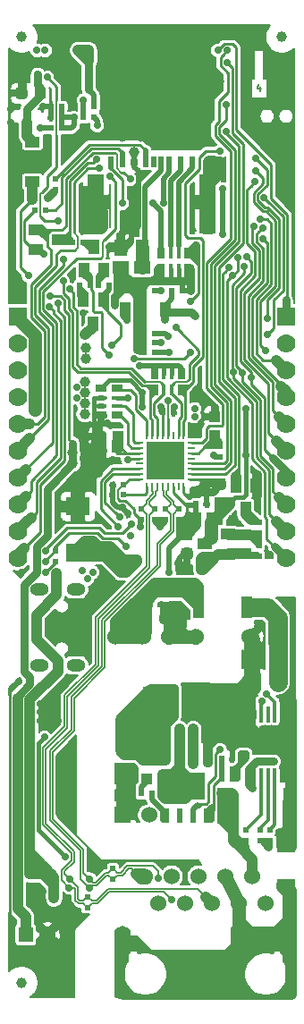
<source format=gbr>
G04 #@! TF.GenerationSoftware,KiCad,Pcbnew,5.1.0-rc2-unknown-036be7d~80~ubuntu16.04.1*
G04 #@! TF.CreationDate,2021-12-23T14:11:39+02:00*
G04 #@! TF.ProjectId,ESP32-PoE-ISO_Rev_I,45535033-322d-4506-9f45-2d49534f5f52,I*
G04 #@! TF.SameCoordinates,Original*
G04 #@! TF.FileFunction,Copper,L4,Bot*
G04 #@! TF.FilePolarity,Positive*
%FSLAX46Y46*%
G04 Gerber Fmt 4.6, Leading zero omitted, Abs format (unit mm)*
G04 Created by KiCad (PCBNEW 5.1.0-rc2-unknown-036be7d~80~ubuntu16.04.1) date 2021-12-23 14:11:39*
%MOMM*%
%LPD*%
G04 APERTURE LIST*
%ADD10C,0.158750*%
%ADD11C,1.300000*%
%ADD12C,2.000000*%
%ADD13R,1.016000X1.016000*%
%ADD14R,0.500000X0.550000*%
%ADD15R,1.016000X2.032000*%
%ADD16C,1.524000*%
%ADD17R,1.524000X1.524000*%
%ADD18R,1.400000X1.400000*%
%ADD19C,1.400000*%
%ADD20R,2.200000X3.400000*%
%ADD21R,0.550000X0.500000*%
%ADD22R,1.270000X1.524000*%
%ADD23C,1.000000*%
%ADD24R,1.400000X1.000000*%
%ADD25C,1.778000*%
%ADD26R,1.778000X1.778000*%
%ADD27R,1.000000X1.400000*%
%ADD28R,1.524000X1.270000*%
%ADD29R,1.778000X1.016000*%
%ADD30R,0.500000X1.000000*%
%ADD31R,1.500000X1.200000*%
%ADD32R,1.500000X4.500000*%
%ADD33R,0.381000X1.016000*%
%ADD34R,0.635000X1.016000*%
%ADD35R,3.600000X3.600000*%
%ADD36R,0.400000X0.400000*%
%ADD37R,1.422400X1.422400*%
%ADD38R,0.250000X0.800000*%
%ADD39R,0.800000X0.250000*%
%ADD40R,1.016000X0.381000*%
%ADD41R,1.016000X0.635000*%
%ADD42O,1.800000X1.200000*%
%ADD43R,2.286000X1.778000*%
%ADD44O,1.600000X2.999999*%
%ADD45R,0.350000X1.500000*%
%ADD46R,3.500000X2.600000*%
%ADD47R,0.600000X1.400000*%
%ADD48C,1.800000*%
%ADD49R,1.200000X3.400001*%
%ADD50C,0.700000*%
%ADD51C,0.900000*%
%ADD52C,1.016000*%
%ADD53C,1.270000*%
%ADD54C,0.508000*%
%ADD55C,0.762000*%
%ADD56C,0.406400*%
%ADD57C,0.254000*%
%ADD58C,1.524000*%
%ADD59C,0.482600*%
%ADD60C,0.635000*%
%ADD61C,0.152400*%
%ADD62C,0.355600*%
%ADD63C,0.203200*%
%ADD64C,0.127000*%
%ADD65C,1.778000*%
G04 APERTURE END LIST*
D10*
X114420952Y-101463928D02*
X114420952Y-101887261D01*
X114269761Y-101222023D02*
X114118571Y-101675595D01*
X114511666Y-101675595D01*
D11*
X101340000Y-106035000D03*
D12*
X103140000Y-104235000D03*
D11*
X104940000Y-106035000D03*
X101340000Y-102435000D03*
X104940000Y-102435000D03*
X103140000Y-102435000D03*
X103140000Y-106035000D03*
X101340000Y-104235000D03*
X104940000Y-104235000D03*
D13*
X91821000Y-102108000D03*
X93599000Y-102108000D03*
D14*
X97663000Y-103378000D03*
X98679000Y-103378000D03*
D15*
X101092000Y-166497000D03*
X96520000Y-166497000D03*
X113157000Y-150749000D03*
X108585000Y-150749000D03*
D16*
X113411000Y-153543000D03*
D17*
X115951000Y-153543000D03*
D16*
X108331000Y-153543000D03*
X105791000Y-153543000D03*
X100711000Y-153543000D03*
X103251000Y-153543000D03*
D18*
X92209620Y-181759860D03*
D19*
X94221300Y-181757320D03*
D20*
X104423000Y-160020000D03*
X111223000Y-160020000D03*
D16*
X103866000Y-170434000D03*
D17*
X101366000Y-170434000D03*
D21*
X94996000Y-145415000D03*
X94996000Y-146431000D03*
D14*
X94615000Y-104394000D03*
X95631000Y-104394000D03*
X94615000Y-103378000D03*
X95631000Y-103378000D03*
X95631000Y-105410000D03*
X94615000Y-105410000D03*
D13*
X105410000Y-151765000D03*
X103632000Y-151765000D03*
D21*
X114300000Y-142748000D03*
X114300000Y-143764000D03*
D13*
X113030000Y-143891000D03*
X113030000Y-145669000D03*
D22*
X103251000Y-116713000D03*
X101219000Y-116713000D03*
D23*
X91821000Y-186309000D03*
X116459000Y-96774000D03*
X91821000Y-96774000D03*
D14*
X106172000Y-132334000D03*
X105156000Y-132334000D03*
X99568000Y-135890000D03*
X100584000Y-135890000D03*
X101473000Y-139192000D03*
X100457000Y-139192000D03*
X109347000Y-140970000D03*
X108331000Y-140970000D03*
X94107000Y-113157000D03*
X93091000Y-113157000D03*
D21*
X94996000Y-111252000D03*
X94996000Y-110236000D03*
D14*
X104394000Y-126619000D03*
X103378000Y-126619000D03*
X104394000Y-124841000D03*
X103378000Y-124841000D03*
X104394000Y-120777000D03*
X103378000Y-120777000D03*
X104394000Y-125730000D03*
X103378000Y-125730000D03*
X100457000Y-140081000D03*
X101473000Y-140081000D03*
D21*
X110617000Y-136525000D03*
X110617000Y-135509000D03*
X105410000Y-141478000D03*
X105410000Y-142494000D03*
X106680000Y-142494000D03*
X106680000Y-141478000D03*
X103124000Y-142494000D03*
X103124000Y-141478000D03*
X104394000Y-142494000D03*
X104394000Y-141478000D03*
X114300000Y-145923000D03*
X114300000Y-144907000D03*
D14*
X105029000Y-150495000D03*
X104013000Y-150495000D03*
X96647000Y-116205000D03*
X97663000Y-116205000D03*
D24*
X111343440Y-143830040D03*
X111343440Y-145732500D03*
X109133640Y-144777460D03*
D25*
X116840000Y-146080000D03*
X116840000Y-143540000D03*
X116840000Y-138460000D03*
X116840000Y-141000000D03*
X116840000Y-135920000D03*
X116840000Y-133380000D03*
D26*
X116840000Y-123220000D03*
D25*
X116840000Y-125760000D03*
X116840000Y-128300000D03*
X116840000Y-130840000D03*
X91440000Y-130840000D03*
X91440000Y-128300000D03*
X91440000Y-125760000D03*
D26*
X91440000Y-123220000D03*
D25*
X91440000Y-133380000D03*
X91440000Y-135920000D03*
X91440000Y-141000000D03*
X91440000Y-138460000D03*
X91440000Y-143540000D03*
X91440000Y-146080000D03*
D27*
X99628960Y-118836440D03*
X97726500Y-118836440D03*
X98681540Y-116626640D03*
D28*
X101219000Y-118618000D03*
X103251000Y-118618000D03*
D29*
X116840000Y-177038000D03*
X116840000Y-173482000D03*
D30*
X100290000Y-108587000D03*
X101390000Y-108587000D03*
X102490000Y-108587000D03*
X103590000Y-108587000D03*
X104340000Y-108587000D03*
X105040000Y-108587000D03*
X105790000Y-108587000D03*
X106890000Y-108587000D03*
X107990000Y-108587000D03*
D31*
X109440000Y-110337000D03*
X98840000Y-110337000D03*
X109440000Y-114787000D03*
X98840000Y-114787000D03*
D32*
X98840000Y-112387000D03*
X109440000Y-112387000D03*
D13*
X110109000Y-134493000D03*
X110109000Y-132715000D03*
X99187000Y-134620000D03*
X100965000Y-134620000D03*
X107442000Y-143891000D03*
X107442000Y-145669000D03*
X110617000Y-140843000D03*
X110617000Y-139065000D03*
D33*
X106045000Y-128651000D03*
X105283000Y-128651000D03*
X106045000Y-130175000D03*
X105283000Y-130175000D03*
D34*
X106934000Y-128651000D03*
X106934000Y-130175000D03*
X104394000Y-128651000D03*
X104394000Y-130175000D03*
D27*
X97663000Y-121666000D03*
X99565460Y-121666000D03*
X98610420Y-123875800D03*
D28*
X110109000Y-142367000D03*
X108077000Y-142367000D03*
D14*
X98679000Y-104394000D03*
X97663000Y-104394000D03*
D27*
X105405000Y-122555000D03*
X101605000Y-122555000D03*
D14*
X106045000Y-120777000D03*
X107061000Y-120777000D03*
D35*
X105410000Y-136906000D03*
D36*
X106710000Y-137406000D03*
X106710000Y-136406000D03*
X105910000Y-135606000D03*
X104910000Y-135606000D03*
X104110000Y-136406000D03*
X104110000Y-137406000D03*
X104910000Y-138206000D03*
X105910000Y-138206000D03*
D37*
X105410000Y-136906000D03*
D38*
X103660000Y-139356000D03*
X104160000Y-139356000D03*
X104660000Y-139356000D03*
X105160000Y-139356000D03*
X105660000Y-139356000D03*
X106160000Y-139356000D03*
X106660000Y-139356000D03*
X107160000Y-139356000D03*
D39*
X107860000Y-138656000D03*
X107860000Y-138156000D03*
X107860000Y-137656000D03*
X107860000Y-137156000D03*
X107860000Y-136656000D03*
X107860000Y-136156000D03*
X107860000Y-135656000D03*
X107860000Y-135156000D03*
D38*
X107160000Y-134456000D03*
X106660000Y-134456000D03*
X106160000Y-134456000D03*
X105660000Y-134456000D03*
X105160000Y-134456000D03*
X104660000Y-134456000D03*
X104160000Y-134456000D03*
X103660000Y-134456000D03*
D39*
X102960000Y-135156000D03*
X102960000Y-135656000D03*
X102960000Y-136156000D03*
X102960000Y-136656000D03*
X102960000Y-137156000D03*
X102960000Y-137656000D03*
X102960000Y-138156000D03*
X102960000Y-138656000D03*
D14*
X100076000Y-120269000D03*
X99060000Y-120269000D03*
X98298000Y-120269000D03*
X97282000Y-120269000D03*
D24*
X95334000Y-115951000D03*
X93134000Y-115001000D03*
X93134000Y-116901000D03*
D27*
X113027460Y-141437360D03*
X113982500Y-139227560D03*
X112080040Y-139227560D03*
D34*
X105029000Y-118745000D03*
X105029000Y-117221000D03*
X107569000Y-118745000D03*
X107569000Y-117221000D03*
D33*
X105918000Y-118745000D03*
X106680000Y-118745000D03*
X105918000Y-117221000D03*
X106680000Y-117221000D03*
D40*
X99314000Y-130937000D03*
X99314000Y-131699000D03*
X100838000Y-130937000D03*
X100838000Y-131699000D03*
D41*
X99314000Y-130048000D03*
X100838000Y-130048000D03*
X99314000Y-132588000D03*
X100838000Y-132588000D03*
D42*
X93476000Y-149054000D03*
X96946000Y-149054000D03*
X96946000Y-156254000D03*
X93476000Y-156254000D03*
D43*
X97155000Y-145560000D03*
X97155000Y-141206000D03*
D44*
X117000000Y-182393000D03*
X101400000Y-182393000D03*
D16*
X114915000Y-178793000D03*
X113645000Y-176253000D03*
X112375000Y-178793000D03*
X111105000Y-176253000D03*
X109835000Y-178793000D03*
X108565000Y-176253000D03*
X107295000Y-178793000D03*
X106025000Y-176253000D03*
X104755000Y-178793000D03*
X103485000Y-176253000D03*
D24*
X92837000Y-110485000D03*
X92837000Y-106685000D03*
D21*
X100457000Y-175514000D03*
X100457000Y-176530000D03*
X98044000Y-179197000D03*
X98044000Y-178181000D03*
D14*
X111760000Y-167005000D03*
X110744000Y-167005000D03*
D16*
X116185000Y-157861000D03*
D17*
X113685000Y-157861000D03*
D21*
X113030000Y-171831000D03*
X113030000Y-172847000D03*
X115316000Y-172847000D03*
X115316000Y-171831000D03*
X114427000Y-172847000D03*
X114427000Y-171831000D03*
D14*
X103124000Y-168402000D03*
X104140000Y-168402000D03*
X110744000Y-165100000D03*
X111760000Y-165100000D03*
X111760000Y-166116000D03*
X110744000Y-166116000D03*
D45*
X115783000Y-160880000D03*
X115133000Y-160880000D03*
X114483000Y-160880000D03*
X113833000Y-160880000D03*
X113833000Y-166780000D03*
X114483000Y-166780000D03*
X115133000Y-166780000D03*
X115783000Y-166780000D03*
D46*
X107442000Y-167646000D03*
D47*
X105537000Y-170446000D03*
X106807000Y-170446000D03*
X108077000Y-170446000D03*
X109347000Y-170446000D03*
X109347000Y-164846000D03*
X108077000Y-164846000D03*
X106807000Y-164846000D03*
X105537000Y-164846000D03*
D48*
X107442000Y-167646000D03*
D13*
X103632000Y-165227000D03*
X103632000Y-167005000D03*
D49*
X117196000Y-169545000D03*
X110896000Y-169545000D03*
D23*
X93091000Y-132080000D03*
X95123000Y-147574000D03*
D50*
X92583000Y-176022000D03*
X92583000Y-175260000D03*
X92583000Y-170307000D03*
X94869000Y-178308000D03*
X94803014Y-176214986D03*
D23*
X102489000Y-107696002D03*
D50*
X97663000Y-112014000D03*
X91821000Y-147447000D03*
X99949000Y-133350000D03*
X97663000Y-135890000D03*
D51*
X106680000Y-146621500D03*
D23*
X107569000Y-147193000D03*
X110617000Y-109728000D03*
X110617000Y-108585000D03*
D50*
X114935000Y-105283000D03*
X116205000Y-105283000D03*
X114935000Y-103251000D03*
X116205000Y-103251000D03*
D23*
X107950000Y-106045000D03*
X109220000Y-104775000D03*
X107950000Y-103505000D03*
X109220000Y-102235000D03*
X110490000Y-100965000D03*
X107950000Y-100965000D03*
X105410000Y-100965000D03*
X102870000Y-100965000D03*
X109220000Y-99695000D03*
X106680000Y-99695000D03*
X104140000Y-99695000D03*
X101600000Y-99695000D03*
X100330000Y-100965000D03*
D50*
X117348000Y-112395000D03*
X117348000Y-111125000D03*
X117348000Y-109855000D03*
X117348000Y-108585000D03*
X117348000Y-107315000D03*
X117348000Y-106299000D03*
X117348000Y-105283000D03*
X117348000Y-103251000D03*
X117348000Y-102235000D03*
X117348000Y-100965000D03*
X117348000Y-99695000D03*
X117348000Y-98679000D03*
X97663000Y-115062000D03*
X97663000Y-114300000D03*
X97663000Y-113538000D03*
X114427000Y-96012000D03*
D23*
X109220000Y-97155000D03*
X106680000Y-97155000D03*
X104140000Y-97155000D03*
X101600000Y-97155000D03*
X99060000Y-96774000D03*
D50*
X93853000Y-96012000D03*
X113030000Y-96012000D03*
D23*
X110490000Y-96139000D03*
X107950000Y-96139000D03*
X105410000Y-96139000D03*
X102870000Y-96139000D03*
X100330000Y-96139000D03*
X97790000Y-96139000D03*
D50*
X102044500Y-116141500D03*
X100076000Y-116600350D03*
X97663000Y-112776000D03*
X97663000Y-111252000D03*
X115189000Y-98679000D03*
D23*
X109474000Y-108585000D03*
D50*
X95123000Y-96012000D03*
D23*
X96520000Y-96774000D03*
D50*
X108966000Y-139785743D03*
X108077000Y-139785743D03*
X109855000Y-139785743D03*
X90932000Y-121666000D03*
X90805000Y-103632000D03*
X90805000Y-104902000D03*
X114427000Y-96774000D03*
X93853000Y-96774000D03*
X92075000Y-100965000D03*
X92075000Y-100228400D03*
X97663000Y-122936000D03*
X99060000Y-138049000D03*
D23*
X98679000Y-135572500D03*
D50*
X95250000Y-161480500D03*
X101854000Y-141859000D03*
X110109000Y-131826000D03*
X114173000Y-140208000D03*
X114173000Y-138176000D03*
X115316000Y-145796000D03*
D23*
X111760000Y-142494000D03*
D50*
X91567000Y-157797496D03*
X93599000Y-160655000D03*
D23*
X96520000Y-163957000D03*
X95504000Y-170053000D03*
X95504000Y-169037000D03*
X96520000Y-170053000D03*
X96520000Y-169037000D03*
X96520000Y-171196000D03*
D50*
X93599000Y-159893000D03*
X93599000Y-161480500D03*
X94424500Y-161480500D03*
X98171000Y-154051000D03*
X98171000Y-154813000D03*
X97409000Y-154813000D03*
X96647000Y-154813000D03*
X93218000Y-184150000D03*
X91186000Y-184150000D03*
X92202000Y-184150000D03*
X94234000Y-184150000D03*
X93853000Y-177673000D03*
X92964000Y-178562000D03*
X93853000Y-178562000D03*
D23*
X96520000Y-168021000D03*
X95504000Y-168021000D03*
X95504000Y-167005000D03*
X95504000Y-165989000D03*
X95504000Y-164973000D03*
X96520000Y-164973000D03*
X106553000Y-150749000D03*
X106553000Y-151892000D03*
D50*
X105664000Y-150749000D03*
D23*
X107061000Y-153543000D03*
D50*
X93853000Y-103378000D03*
X96393000Y-180594000D03*
X96646988Y-119507000D03*
X96774000Y-179451000D03*
X106299000Y-131826000D03*
X101340570Y-141256510D03*
X94477435Y-121303850D03*
X93599000Y-105410000D03*
D23*
X96647000Y-137160000D03*
X96647000Y-136144000D03*
D50*
X114688913Y-115843128D03*
X110871000Y-115442996D03*
X110871000Y-111125000D03*
X97663000Y-102743000D03*
X98171000Y-101726988D03*
X94107000Y-147447000D03*
D23*
X98171000Y-99060000D03*
D50*
X102743000Y-126365000D03*
X102743000Y-125603000D03*
D23*
X98171000Y-98044000D03*
D50*
X94043500Y-98044000D03*
D23*
X97155000Y-98044000D03*
D50*
X93281500Y-98044000D03*
X100584000Y-122174000D03*
X100584000Y-121412000D03*
X105410000Y-119888000D03*
X107823000Y-120777000D03*
X107823000Y-119888000D03*
X97028000Y-130937000D03*
X97028000Y-129921000D03*
D23*
X97917000Y-126238000D03*
X97917000Y-127254000D03*
X97790000Y-132461000D03*
X97790000Y-131445000D03*
X97790000Y-130429000D03*
X97790000Y-129413000D03*
X108839000Y-147193000D03*
X108839000Y-146177000D03*
D50*
X104902000Y-143129000D03*
X105791000Y-147447000D03*
X93980000Y-163067994D03*
X103091479Y-143129000D03*
X106934000Y-143129000D03*
X95979490Y-174371000D03*
X100141480Y-109960758D03*
X101727000Y-145034000D03*
X94107000Y-146431000D03*
X92329000Y-105664000D03*
X93345000Y-100330000D03*
X96393000Y-120650000D03*
X111155990Y-105692601D03*
X95758000Y-119887986D03*
X99187000Y-109219994D03*
X102235000Y-142875000D03*
X94107000Y-145415000D03*
X111252000Y-99187000D03*
X111155990Y-103152601D03*
X94234000Y-100584000D03*
X105332150Y-123474968D03*
X108204000Y-123190000D03*
X95250000Y-114173000D03*
X111252000Y-98044000D03*
X106410622Y-124236990D03*
X114759018Y-111965009D03*
X94466418Y-122311477D03*
X115062000Y-124968000D03*
X102480368Y-127243213D03*
X107823000Y-126619000D03*
X108331000Y-116459000D03*
X95758000Y-117856000D03*
X93929098Y-117348014D03*
X107823000Y-121793000D03*
X112259169Y-117673446D03*
X111800119Y-119360801D03*
X105029000Y-120777000D03*
X112903011Y-118514828D03*
X111887000Y-128523990D03*
X94234000Y-111965000D03*
X105226229Y-112447424D03*
X113157000Y-117602000D03*
X112747155Y-128552845D03*
X105791000Y-126619000D03*
X113918984Y-110490016D03*
X105029000Y-125730000D03*
X113538000Y-129032000D03*
X110617000Y-107569000D03*
X97536000Y-147279360D03*
X98044000Y-148082000D03*
X98552000Y-147447000D03*
X102108000Y-144018000D03*
X108204000Y-132715000D03*
X108204000Y-131953000D03*
X104267000Y-112522000D03*
X101346000Y-112522000D03*
X98963958Y-105156000D03*
X98933000Y-108331000D03*
D23*
X102108000Y-167005000D03*
X102108000Y-165989000D03*
X117284500Y-171577000D03*
X117284500Y-172593000D03*
D50*
X113030000Y-159512000D03*
X109855000Y-158496000D03*
D23*
X108839000Y-158496000D03*
X108839000Y-160782000D03*
X108839000Y-159639000D03*
D50*
X109855000Y-159258000D03*
X109855000Y-160020000D03*
X109855000Y-160782000D03*
D23*
X107696000Y-159639000D03*
X107696000Y-160782000D03*
X107696000Y-158496000D03*
D50*
X101092000Y-167767000D03*
X101092000Y-168529000D03*
X101092000Y-169291000D03*
D23*
X102108000Y-168021000D03*
X102108000Y-169037000D03*
D50*
X113030000Y-160254190D03*
D23*
X102489000Y-150368000D03*
X101727000Y-151130000D03*
X102743000Y-146304000D03*
X101727000Y-146304000D03*
X101727000Y-147447000D03*
X98552000Y-145669000D03*
X98552000Y-144526000D03*
D50*
X108077000Y-165735000D03*
D23*
X108077000Y-163449000D03*
X108077000Y-162306000D03*
D50*
X115011196Y-158927796D03*
X113030000Y-173482000D03*
D23*
X111887000Y-168529000D03*
X111887000Y-171323000D03*
D50*
X113284000Y-167195500D03*
X113284000Y-166370000D03*
X113792000Y-165608000D03*
X113665000Y-167894000D03*
X114681000Y-165354000D03*
X115697000Y-165354000D03*
X115189000Y-173450250D03*
X114622118Y-114876118D03*
X113792000Y-114681000D03*
X110393990Y-98044000D03*
X101790500Y-123571000D03*
X100330005Y-125984000D03*
X100076000Y-126873000D03*
X113030000Y-131953000D03*
X113030000Y-136398000D03*
X102997000Y-127889000D03*
X103250997Y-130428997D03*
X105029000Y-131826000D03*
X103251000Y-131826000D03*
X109981990Y-136398000D03*
X102108008Y-110236000D03*
X113982500Y-108250103D03*
X95250000Y-121950986D03*
X115062000Y-123444000D03*
X105664000Y-125095000D03*
X114427000Y-114046000D03*
X96774000Y-104394000D03*
X105664000Y-131191000D03*
X101854000Y-130937000D03*
X113967984Y-109425000D03*
X114935000Y-126492000D03*
X101854000Y-136779000D03*
X111441342Y-118615666D03*
X100965006Y-143129000D03*
X98234500Y-177293513D03*
X104775000Y-176402960D03*
X98234500Y-176466500D03*
X106044996Y-178435000D03*
X96329499Y-177294710D03*
X96330699Y-176467699D03*
D23*
X114935000Y-181483000D03*
X101092000Y-185420000D03*
X101092000Y-187325000D03*
X102870000Y-182880000D03*
X114935000Y-182880000D03*
X113538000Y-182880000D03*
X112395000Y-185420000D03*
X111125000Y-184150000D03*
X109855000Y-185420000D03*
X117387990Y-185420000D03*
X117387990Y-187387990D03*
X111125000Y-186690000D03*
X108585000Y-186690000D03*
X108585000Y-184150000D03*
X107315000Y-185420000D03*
X106045000Y-186690000D03*
X106045000Y-184150000D03*
D50*
X101092000Y-142240000D03*
D23*
X97853500Y-124968000D03*
D50*
X92456000Y-119380000D03*
D23*
X102743000Y-161417000D03*
X102743000Y-160020000D03*
X104521000Y-162179000D03*
X104521000Y-163322000D03*
X106045000Y-158877000D03*
X106045000Y-160020000D03*
X106045000Y-161163000D03*
X101473000Y-161417000D03*
D50*
X114565912Y-159674791D03*
X110617000Y-164211000D03*
D23*
X112903000Y-164846000D03*
X105156000Y-166624000D03*
X105156000Y-167640000D03*
X105156000Y-168656000D03*
X106807000Y-163449000D03*
X106807000Y-162306000D03*
D52*
X95250000Y-155829000D02*
X93218000Y-153797000D01*
X95250000Y-156821200D02*
X95250000Y-155829000D01*
X92583000Y-159488200D02*
X95250000Y-156821200D01*
X92583000Y-170307000D02*
X92583000Y-159488200D01*
X93218000Y-151511000D02*
X95123000Y-149606000D01*
X93218000Y-153797000D02*
X93218000Y-151511000D01*
X95123000Y-149606000D02*
X95123000Y-147574000D01*
D53*
X91440000Y-123380500D02*
X91440000Y-123190000D01*
X93091000Y-125031500D02*
X91440000Y-123380500D01*
X93091000Y-132080000D02*
X93091000Y-125031500D01*
D52*
X92583000Y-172339000D02*
X92583000Y-173609000D01*
X92583000Y-171069000D02*
X92583000Y-172339000D01*
X92583000Y-173609000D02*
X92583000Y-176022000D01*
X92583000Y-170307000D02*
X92583000Y-171069000D01*
X94869000Y-177038000D02*
X93853000Y-176022000D01*
X94869000Y-178308000D02*
X94869000Y-177038000D01*
X92583000Y-176022000D02*
X93853000Y-176022000D01*
X93853000Y-176022000D02*
X94610028Y-176022000D01*
X94610028Y-176022000D02*
X94803014Y-176214986D01*
X94869000Y-176280972D02*
X94803014Y-176214986D01*
X94869000Y-178308000D02*
X94869000Y-176280972D01*
X94803014Y-176210014D02*
X94803014Y-176214986D01*
X92583000Y-172339000D02*
X92583000Y-173990000D01*
X92583000Y-173990000D02*
X94803014Y-176210014D01*
X93848028Y-175260000D02*
X94803014Y-176214986D01*
X92583000Y-175260000D02*
X93848028Y-175260000D01*
D54*
X102489000Y-108403108D02*
X102489000Y-107696002D01*
X102489000Y-108586000D02*
X102489000Y-108403108D01*
X102490000Y-108587000D02*
X102489000Y-108586000D01*
D55*
X98044000Y-111252000D02*
X97663000Y-111252000D01*
X98679000Y-111252000D02*
X98044000Y-111252000D01*
X98044000Y-111252000D02*
X98044000Y-113030000D01*
X97663000Y-111252000D02*
X97663000Y-113538000D01*
X98840000Y-111413000D02*
X98679000Y-111252000D01*
X98840000Y-112387000D02*
X98840000Y-111413000D01*
D54*
X102490000Y-108587000D02*
X102490000Y-109094000D01*
X102490000Y-109094000D02*
X102870000Y-109474000D01*
X102870000Y-109474000D02*
X102870000Y-114681000D01*
X102870000Y-114681000D02*
X102235000Y-115316000D01*
X102235000Y-115316000D02*
X102235000Y-115951000D01*
X102235000Y-115951000D02*
X101473000Y-116713000D01*
D56*
X98679000Y-131699000D02*
X98679000Y-131953000D01*
X98679000Y-130937000D02*
X98679000Y-131699000D01*
D57*
X98679000Y-131699000D02*
X99314000Y-131699000D01*
D56*
X98679000Y-132588000D02*
X99314000Y-132588000D01*
X98679000Y-131953000D02*
X98679000Y-132969000D01*
X98679000Y-133350000D02*
X98679000Y-132969000D01*
X99314000Y-130937000D02*
X98679000Y-130937000D01*
X98679000Y-133350000D02*
X99949000Y-133350000D01*
D57*
X107860000Y-138656000D02*
X108684000Y-138656000D01*
D55*
X110617000Y-139065000D02*
X109896257Y-139785743D01*
X109896257Y-139785743D02*
X109855000Y-139785743D01*
D52*
X109601000Y-110744000D02*
X110617000Y-109728000D01*
X110109000Y-109220000D02*
X110109000Y-110236000D01*
X110109000Y-108585000D02*
X110617000Y-108585000D01*
X109474000Y-108585000D02*
X110109000Y-108585000D01*
X110109000Y-108585000D02*
X110109000Y-109220000D01*
X110617000Y-108585000D02*
X110617000Y-109728000D01*
D55*
X98044000Y-113030000D02*
X98425000Y-112649000D01*
X97663000Y-113411000D02*
X98044000Y-113030000D01*
X98044000Y-113030000D02*
X98044000Y-115062000D01*
X97663000Y-115062000D02*
X98044000Y-115062000D01*
X98044000Y-115062000D02*
X99314000Y-115062000D01*
X97663000Y-113538000D02*
X97663000Y-113411000D01*
X99314000Y-115062000D02*
X99568000Y-114808000D01*
X99568000Y-114808000D02*
X99568000Y-113284000D01*
X97663000Y-114300000D02*
X97663000Y-115062000D01*
X97663000Y-113538000D02*
X97663000Y-114300000D01*
X101473000Y-116713000D02*
X101219000Y-116713000D01*
X102044500Y-116141500D02*
X101473000Y-116713000D01*
X101106350Y-116600350D02*
X101219000Y-116713000D01*
X100076000Y-116600350D02*
X101106350Y-116600350D01*
X98840000Y-113318000D02*
X98806000Y-113284000D01*
X98840000Y-114787000D02*
X98840000Y-113318000D01*
D52*
X109440000Y-111794000D02*
X109474000Y-111760000D01*
X109440000Y-112387000D02*
X109440000Y-111794000D01*
X109474000Y-111760000D02*
X109474000Y-108585000D01*
X98840000Y-113377000D02*
X98806000Y-113411000D01*
X98840000Y-112387000D02*
X98840000Y-113377000D01*
D55*
X109440000Y-112387000D02*
X109440000Y-113445000D01*
X109440000Y-114787000D02*
X109440000Y-112488000D01*
X98679000Y-137668000D02*
X99060000Y-138049000D01*
D54*
X99568000Y-135890000D02*
X99568000Y-134366000D01*
X99568000Y-135890000D02*
X99568000Y-137033000D01*
X99568000Y-137160000D02*
X99568000Y-137033000D01*
D55*
X99060000Y-138049000D02*
X99060000Y-135953500D01*
X99060000Y-135953500D02*
X98679000Y-135572500D01*
D56*
X98679000Y-134620000D02*
X98679000Y-133350000D01*
X99187000Y-134620000D02*
X99187000Y-135064500D01*
X99187000Y-135064500D02*
X98679000Y-135572500D01*
D54*
X98679000Y-135572500D02*
X98679000Y-134620000D01*
X98679000Y-134620000D02*
X99187000Y-134620000D01*
X99187000Y-135890000D02*
X98996500Y-135890000D01*
X99568000Y-135890000D02*
X99187000Y-135890000D01*
D56*
X99187000Y-134620000D02*
X99187000Y-135890000D01*
D54*
X98996500Y-135890000D02*
X98679000Y-135572500D01*
X99441000Y-134874000D02*
X99441000Y-135890000D01*
X99187000Y-134620000D02*
X99441000Y-134874000D01*
X105029000Y-150495000D02*
X105410000Y-150495000D01*
X105410000Y-150495000D02*
X105664000Y-150749000D01*
D55*
X114173000Y-138176000D02*
X114173000Y-140208000D01*
D57*
X90678000Y-158686496D02*
X91217001Y-158147495D01*
X91217001Y-158147495D02*
X91567000Y-157797496D01*
X90678000Y-183642000D02*
X90678000Y-158686496D01*
X91186000Y-184150000D02*
X90678000Y-183642000D01*
D52*
X96520000Y-163957000D02*
X95504000Y-164973000D01*
X96520000Y-163957000D02*
X96520000Y-164973000D01*
X96520000Y-168021000D02*
X96520000Y-171196000D01*
X95504000Y-168021000D02*
X95504000Y-170243500D01*
X95504000Y-170243500D02*
X96393000Y-171132500D01*
D55*
X92202000Y-184150000D02*
X91186000Y-184150000D01*
X94234000Y-184150000D02*
X92202000Y-184150000D01*
D58*
X94221300Y-181757320D02*
X94221300Y-184137300D01*
D55*
X94221300Y-184137300D02*
X94234000Y-184150000D01*
D52*
X95504000Y-168021000D02*
X96392990Y-168021000D01*
X95504000Y-164973000D02*
X96392990Y-164973000D01*
X95504000Y-164973000D02*
X95504000Y-168021000D01*
D55*
X96520000Y-164973000D02*
X95504000Y-164973000D01*
X96520000Y-168021000D02*
X95504000Y-168021000D01*
D52*
X96520000Y-166497000D02*
X96520000Y-168021000D01*
X96520000Y-166497000D02*
X96520000Y-164973000D01*
X107496894Y-153543000D02*
X108204000Y-153543000D01*
X106553000Y-151892000D02*
X106553000Y-152599106D01*
X106553000Y-152599106D02*
X107496894Y-153543000D01*
X106553000Y-151892000D02*
X105410000Y-150749000D01*
X106553000Y-151892000D02*
X106553000Y-153035000D01*
X106553000Y-153035000D02*
X107061000Y-153543000D01*
X106553000Y-150749000D02*
X106553000Y-151892000D01*
X105410000Y-150749000D02*
X106553000Y-150749000D01*
X105410000Y-151765000D02*
X105410000Y-150749000D01*
D53*
X107061000Y-153543000D02*
X108269354Y-153543000D01*
D52*
X105791000Y-152146000D02*
X105410000Y-151765000D01*
X105791000Y-153543000D02*
X105791000Y-152146000D01*
D59*
X94615000Y-103378000D02*
X93853000Y-103378000D01*
D55*
X98679000Y-138049000D02*
X99060000Y-138049000D01*
D52*
X97155000Y-141206000D02*
X97155000Y-139573000D01*
X97155000Y-139573000D02*
X98679000Y-138049000D01*
D54*
X92075000Y-101854000D02*
X92075000Y-100965000D01*
X91821000Y-102108000D02*
X92075000Y-101854000D01*
X106299000Y-131826000D02*
X106172000Y-131953000D01*
X106172000Y-131953000D02*
X106172000Y-132334000D01*
D55*
X110109000Y-131826000D02*
X110109000Y-132715000D01*
D57*
X108458000Y-133350000D02*
X108458000Y-134239000D01*
X110109000Y-132715000D02*
X109093000Y-132715000D01*
X109093000Y-132715000D02*
X108458000Y-133350000D01*
X108684000Y-138656000D02*
X110208000Y-138656000D01*
X110208000Y-138656000D02*
X110617000Y-139065000D01*
D54*
X107569000Y-147193000D02*
X107569000Y-145796000D01*
X106680000Y-146177000D02*
X106680000Y-146621500D01*
X107442000Y-145669000D02*
X107188000Y-145669000D01*
X107188000Y-145669000D02*
X106680000Y-146177000D01*
X106934000Y-147193000D02*
X107569000Y-147193000D01*
X106680000Y-146621500D02*
X106680000Y-146939000D01*
X106680000Y-146939000D02*
X106934000Y-147193000D01*
X109347000Y-139827000D02*
X109388257Y-139785743D01*
D55*
X109855000Y-139785743D02*
X109388257Y-139785743D01*
X108966000Y-139785743D02*
X109855000Y-139785743D01*
X108077000Y-139785743D02*
X108966000Y-139785743D01*
D57*
X107160000Y-139356000D02*
X107160000Y-139926000D01*
X107781743Y-140081000D02*
X108077000Y-139785743D01*
X107315000Y-140081000D02*
X107781743Y-140081000D01*
X107160000Y-139926000D02*
X107315000Y-140081000D01*
X107505500Y-140271500D02*
X107823000Y-140271500D01*
X107315000Y-140081000D02*
X107505500Y-140271500D01*
X108077000Y-139649200D02*
X108077000Y-139785743D01*
X107873800Y-139446000D02*
X108077000Y-139649200D01*
X107781743Y-140081000D02*
X107781743Y-139538057D01*
X107781743Y-139538057D02*
X107873800Y-139446000D01*
D54*
X109347000Y-140970000D02*
X109347000Y-139827000D01*
D57*
X108077000Y-140081000D02*
X108077000Y-139785743D01*
X107759500Y-140398500D02*
X108077000Y-140081000D01*
X107505500Y-140271500D02*
X107632500Y-140398500D01*
X107632500Y-140398500D02*
X107759500Y-140398500D01*
D54*
X99568000Y-137541000D02*
X99060000Y-138049000D01*
X99568000Y-137033000D02*
X99568000Y-137541000D01*
X100457000Y-139192000D02*
X100457000Y-140081000D01*
X100457000Y-140864000D02*
X100849510Y-141256510D01*
X100457000Y-140081000D02*
X100457000Y-140864000D01*
X100849510Y-141256510D02*
X101340570Y-141256510D01*
X101340570Y-141345570D02*
X101340570Y-141256510D01*
X101854000Y-141859000D02*
X101340570Y-141345570D01*
D52*
X98679000Y-138049000D02*
X98425000Y-138303000D01*
X98679000Y-135572500D02*
X98679000Y-138049000D01*
D53*
X107061000Y-153543000D02*
X105791000Y-153543000D01*
D59*
X94615000Y-103378000D02*
X94615000Y-104394000D01*
X93599000Y-105410000D02*
X94615000Y-105410000D01*
D55*
X96647000Y-137160000D02*
X96647000Y-136144000D01*
D52*
X92209620Y-180043860D02*
X91440000Y-179274240D01*
X92209620Y-181759860D02*
X92209620Y-180043860D01*
X91440000Y-179274240D02*
X91440000Y-161417000D01*
X91440000Y-161417000D02*
X91440000Y-159385000D01*
D55*
X94234000Y-139573000D02*
X96647000Y-137160000D01*
X93218000Y-145034000D02*
X94234000Y-144018000D01*
X93218000Y-147445038D02*
X93218000Y-145034000D01*
X91440000Y-159194344D02*
X92583000Y-158051344D01*
X91440000Y-159385000D02*
X91440000Y-159194344D01*
X92067990Y-156837990D02*
X92067990Y-148595048D01*
X92067990Y-148595048D02*
X93218000Y-147445038D01*
X92583000Y-158051344D02*
X92583000Y-157353000D01*
X94234000Y-144018000D02*
X94234000Y-139573000D01*
X92583000Y-157353000D02*
X92067990Y-156837990D01*
D57*
X95491860Y-121303850D02*
X94972409Y-121303850D01*
X94972409Y-121303850D02*
X94477435Y-121303850D01*
X96647000Y-135255000D02*
X96266000Y-134874000D01*
X96266000Y-134874000D02*
X96266000Y-123063000D01*
X96266000Y-123063000D02*
X95885000Y-122682000D01*
D55*
X96647000Y-136144000D02*
X96647000Y-135255000D01*
D57*
X95885000Y-122682000D02*
X95885000Y-121696990D01*
X95885000Y-121696990D02*
X95491860Y-121303850D01*
X113664978Y-121442848D02*
X115061967Y-120045859D01*
X115061967Y-120045859D02*
X115061967Y-116216182D01*
X115061967Y-116216182D02*
X115038912Y-116193127D01*
X115038912Y-116193127D02*
X114688913Y-115843128D01*
X116840000Y-130175000D02*
X113664978Y-126999978D01*
X116840000Y-130302000D02*
X116840000Y-130175000D01*
X113664978Y-126999978D02*
X113664978Y-121442848D01*
D54*
X110871000Y-111125000D02*
X110871000Y-115442996D01*
X97663000Y-102743000D02*
X97663000Y-103378000D01*
D52*
X116840000Y-130302000D02*
X116362001Y-129824001D01*
X116840000Y-130840000D02*
X116840000Y-130302000D01*
D54*
X97663000Y-103378000D02*
X97663000Y-104394000D01*
D55*
X98171000Y-99060000D02*
X98171000Y-101726988D01*
D54*
X98679000Y-103378000D02*
X98679000Y-102234988D01*
X98679000Y-102234988D02*
X98171000Y-101726988D01*
X114300000Y-145923000D02*
X112776000Y-145923000D01*
D52*
X98171000Y-98044000D02*
X98171000Y-99060000D01*
X97155000Y-98044000D02*
X98171000Y-98044000D01*
X98171000Y-99060000D02*
X97155000Y-98044000D01*
D57*
X94996000Y-146431000D02*
X94996000Y-146558000D01*
X94996000Y-146558000D02*
X94107000Y-147447000D01*
D56*
X114046000Y-145669000D02*
X114300000Y-145923000D01*
X113030000Y-145669000D02*
X114046000Y-145669000D01*
D52*
X111406940Y-145669000D02*
X113030000Y-145669000D01*
X111343440Y-145732500D02*
X111406940Y-145669000D01*
D55*
X102743000Y-124841000D02*
X102743000Y-121285000D01*
X102743000Y-125603000D02*
X102743000Y-124841000D01*
D54*
X103378000Y-124841000D02*
X102743000Y-124841000D01*
X103378000Y-126619000D02*
X102997000Y-126619000D01*
X102997000Y-126619000D02*
X102743000Y-126365000D01*
X103378000Y-126619000D02*
X103378000Y-125603000D01*
D55*
X102108000Y-120650000D02*
X101346000Y-120650000D01*
X102616000Y-120650000D02*
X102108000Y-120650000D01*
X102743000Y-121285000D02*
X102743000Y-120777000D01*
X102108000Y-120650000D02*
X102743000Y-121285000D01*
X102743000Y-125603000D02*
X102743000Y-126365000D01*
X102743000Y-120777000D02*
X102616000Y-120650000D01*
D54*
X103378000Y-121412000D02*
X103378000Y-125603000D01*
X103378000Y-125603000D02*
X103378000Y-125730000D01*
X103378000Y-125730000D02*
X102743000Y-126365000D01*
X103378000Y-125603000D02*
X102743000Y-125603000D01*
X103378000Y-121412000D02*
X103378000Y-120777000D01*
D55*
X101346000Y-120650000D02*
X100838000Y-120650000D01*
X100584000Y-121412000D02*
X101346000Y-120650000D01*
X100584000Y-122174000D02*
X100584000Y-121412000D01*
X100838000Y-120650000D02*
X100838000Y-121158000D01*
X100838000Y-121158000D02*
X100584000Y-121412000D01*
X101600000Y-120269000D02*
X101219000Y-120269000D01*
X102616000Y-120269000D02*
X101600000Y-120269000D01*
D54*
X101219000Y-118618000D02*
X101219000Y-119761000D01*
X101219000Y-119761000D02*
X101600000Y-120142000D01*
X101600000Y-120142000D02*
X101600000Y-120269000D01*
D55*
X101219000Y-120269000D02*
X100838000Y-120650000D01*
X100838000Y-120650000D02*
X100838000Y-118618000D01*
X104838500Y-119253000D02*
X104203500Y-119888000D01*
X104203500Y-119888000D02*
X104013000Y-119888000D01*
X104711500Y-119761000D02*
X104711500Y-118745000D01*
X104584500Y-119888000D02*
X104711500Y-119761000D01*
X104711500Y-118745000D02*
X104838500Y-118618000D01*
X104584500Y-119888000D02*
X105029000Y-119888000D01*
X104013000Y-119888000D02*
X104584500Y-119888000D01*
X105791000Y-119888000D02*
X105410000Y-119888000D01*
X105410000Y-119888000D02*
X105029000Y-119888000D01*
X107823000Y-118745000D02*
X107696000Y-118618000D01*
X107823000Y-119888000D02*
X107823000Y-118745000D01*
X107823000Y-120777000D02*
X107823000Y-119888000D01*
D54*
X107061000Y-120777000D02*
X107823000Y-120777000D01*
D55*
X107061000Y-119888000D02*
X107823000Y-119888000D01*
X106680000Y-119888000D02*
X107061000Y-119888000D01*
D54*
X107061000Y-120777000D02*
X107061000Y-119888000D01*
D55*
X103124000Y-120636974D02*
X103124000Y-120523000D01*
X102616000Y-120650000D02*
X103110974Y-120650000D01*
X103110974Y-120650000D02*
X103124000Y-120636974D01*
D54*
X103378000Y-120777000D02*
X103124000Y-120777000D01*
D55*
X103378000Y-119888000D02*
X104013000Y-119888000D01*
D54*
X103378000Y-120523000D02*
X104013000Y-119888000D01*
X103378000Y-120777000D02*
X103378000Y-120523000D01*
X103378000Y-120777000D02*
X103378000Y-119888000D01*
D55*
X105791000Y-119888000D02*
X106680000Y-119888000D01*
D56*
X105918000Y-118745000D02*
X105918000Y-119888000D01*
X106680000Y-118745000D02*
X106680000Y-119888000D01*
D60*
X107569000Y-118745000D02*
X107569000Y-119634000D01*
D54*
X107569000Y-119634000D02*
X107823000Y-119888000D01*
D60*
X105029000Y-118745000D02*
X105029000Y-119888000D01*
D55*
X102616000Y-119888000D02*
X103378000Y-119888000D01*
X102616000Y-120650000D02*
X103378000Y-119888000D01*
X102616000Y-120269000D02*
X102616000Y-120650000D01*
X102616000Y-119888000D02*
X102616000Y-120269000D01*
X101219000Y-118999000D02*
X102108000Y-119888000D01*
X101219000Y-118618000D02*
X101219000Y-118999000D01*
X102108000Y-119888000D02*
X102616000Y-119888000D01*
D52*
X108966000Y-147193000D02*
X109982000Y-146177000D01*
D55*
X109601000Y-146558000D02*
X109601000Y-146177000D01*
D52*
X108839000Y-147193000D02*
X108839000Y-146177000D01*
D54*
X103124000Y-125222000D02*
X102743000Y-125603000D01*
X103124000Y-121158000D02*
X103124000Y-125222000D01*
X102616000Y-120650000D02*
X103124000Y-121158000D01*
X103124000Y-121158000D02*
X103378000Y-121412000D01*
D52*
X108968540Y-146047460D02*
X108839000Y-146177000D01*
X110091220Y-146047460D02*
X108968540Y-146047460D01*
X110406180Y-145732500D02*
X110091220Y-146047460D01*
X111343440Y-145732500D02*
X110406180Y-145732500D01*
D54*
X105410000Y-142494000D02*
X105410000Y-142621000D01*
X105410000Y-142621000D02*
X104902000Y-143129000D01*
X104394000Y-142494000D02*
X104394000Y-142621000D01*
X104394000Y-142621000D02*
X104902000Y-143129000D01*
X104902000Y-142494000D02*
X105410000Y-142494000D01*
X104394000Y-142494000D02*
X104902000Y-142494000D01*
X104902000Y-142494000D02*
X104902000Y-143129000D01*
X106712509Y-143827500D02*
X106712509Y-143794991D01*
X106680000Y-142494000D02*
X106680000Y-142748000D01*
X106680000Y-142748000D02*
X107823000Y-142748000D01*
X107188000Y-142494000D02*
X107696000Y-141986000D01*
X108077000Y-142367000D02*
X107950000Y-142494000D01*
X107950000Y-142494000D02*
X107188000Y-142494000D01*
X107188000Y-142494000D02*
X106680000Y-142494000D01*
D52*
X108331000Y-142367000D02*
X108077000Y-142367000D01*
D54*
X103124000Y-142494000D02*
X103091479Y-142526521D01*
X103091479Y-142526521D02*
X103091479Y-142634026D01*
X103091479Y-142634026D02*
X103091479Y-143129000D01*
D56*
X93439500Y-163608494D02*
X93439500Y-171831010D01*
X93980000Y-163067994D02*
X93439500Y-163608494D01*
X93439500Y-171831010D02*
X95979490Y-174371000D01*
D54*
X105791000Y-145192750D02*
X105791000Y-147447000D01*
X106712509Y-144271241D02*
X105791000Y-145192750D01*
X107092750Y-143891000D02*
X106712509Y-144271241D01*
X107442000Y-143891000D02*
X107092750Y-143891000D01*
X106712509Y-143096491D02*
X106712509Y-143129000D01*
X107442000Y-142367000D02*
X106712509Y-143096491D01*
X106712509Y-143129000D02*
X107442000Y-143129000D01*
X107442000Y-143891000D02*
X107442000Y-143129000D01*
X107442000Y-143129000D02*
X107442000Y-142367000D01*
X106712509Y-143129000D02*
X107347509Y-143764000D01*
X107347509Y-143764000D02*
X107442000Y-143764000D01*
X108331000Y-140970000D02*
X108331000Y-142367000D01*
D57*
X107442000Y-141224000D02*
X107442000Y-142367000D01*
X106160000Y-139356000D02*
X106160000Y-139942000D01*
X108331000Y-140970000D02*
X107188000Y-140970000D01*
X106160000Y-139942000D02*
X107188000Y-140970000D01*
X107442000Y-141224000D02*
X108331000Y-141224000D01*
X107315000Y-141097000D02*
X108331000Y-141097000D01*
X107188000Y-140970000D02*
X107315000Y-141097000D01*
X107315000Y-141097000D02*
X107442000Y-141224000D01*
D52*
X107442000Y-143891000D02*
X108331000Y-143002000D01*
X108331000Y-143002000D02*
X108331000Y-142494000D01*
D54*
X106680000Y-142748000D02*
X106680000Y-143096491D01*
X106680000Y-143096491D02*
X106712509Y-143129000D01*
X106680000Y-143860009D02*
X106712509Y-143827500D01*
X106712509Y-143129000D02*
X106680000Y-143161509D01*
X106680000Y-143161509D02*
X106680000Y-143860009D01*
X106680759Y-144271241D02*
X106712509Y-144271241D01*
X106680000Y-143827500D02*
X106680000Y-144272000D01*
X106680000Y-144272000D02*
X106680759Y-144271241D01*
D57*
X103099000Y-142494000D02*
X103124000Y-142494000D01*
X102489000Y-141478000D02*
X102489000Y-141884000D01*
X101473000Y-139192000D02*
X101346000Y-139192000D01*
X102489000Y-141884000D02*
X103099000Y-142494000D01*
X100965000Y-140525500D02*
X101092000Y-140652500D01*
X101092000Y-140652500D02*
X101663500Y-140652500D01*
X101663500Y-140652500D02*
X102489000Y-141478000D01*
X102009000Y-138656000D02*
X102960000Y-138656000D01*
X101473000Y-139192000D02*
X102009000Y-138656000D01*
D61*
X100965000Y-139623800D02*
X100965000Y-140525500D01*
X101346000Y-139242800D02*
X100965000Y-139623800D01*
X101346000Y-139192000D02*
X101346000Y-139242800D01*
D57*
X94869000Y-145161000D02*
X94869000Y-145542000D01*
X95123000Y-144907000D02*
X94869000Y-145161000D01*
X96316800Y-143713200D02*
X98978370Y-143713200D01*
X95123000Y-144907000D02*
X96316800Y-143713200D01*
X95123000Y-145288000D02*
X95123000Y-144907000D01*
X94996000Y-145415000D02*
X95123000Y-145288000D01*
X98978370Y-143713200D02*
X99537170Y-144272000D01*
X99537170Y-144272000D02*
X100965000Y-144272000D01*
X100965000Y-144272000D02*
X101727000Y-145034000D01*
X94107000Y-146304000D02*
X94996000Y-145415000D01*
X94107000Y-146431000D02*
X94107000Y-146304000D01*
D52*
X91440000Y-141000000D02*
X92202000Y-140238000D01*
D57*
X100491479Y-110310757D02*
X100141480Y-109960758D01*
X100711000Y-110530278D02*
X100491479Y-110310757D01*
X100711000Y-114935000D02*
X100711000Y-110530278D01*
X97028000Y-117729000D02*
X99314000Y-117729000D01*
X92710000Y-139730000D02*
X92710000Y-138811000D01*
X92710000Y-138811000D02*
X95123000Y-136398000D01*
X93853000Y-120904000D02*
X97028000Y-117729000D01*
X95123000Y-136398000D02*
X95123000Y-123825000D01*
X92202000Y-140238000D02*
X92710000Y-139730000D01*
X93853000Y-122555000D02*
X93853000Y-120904000D01*
X95123000Y-123825000D02*
X93853000Y-122555000D01*
X99695000Y-115951000D02*
X100711000Y-114935000D01*
D61*
X99466400Y-117576600D02*
X99466400Y-116179600D01*
X99466400Y-116179600D02*
X99695000Y-115951000D01*
X99314000Y-117729000D02*
X99466400Y-117576600D01*
D52*
X92837000Y-106685000D02*
X92837000Y-106680000D01*
X92329000Y-106172000D02*
X92329000Y-105664000D01*
X92837000Y-106680000D02*
X92329000Y-106172000D01*
D55*
X93345000Y-101346000D02*
X93345000Y-100330000D01*
X93599000Y-102108000D02*
X93599000Y-101600000D01*
X93599000Y-101600000D02*
X93345000Y-101346000D01*
X93599000Y-102362000D02*
X93599000Y-102108000D01*
X92329000Y-103632000D02*
X93599000Y-102362000D01*
D52*
X92329000Y-105664000D02*
X92329000Y-104902000D01*
D55*
X92329000Y-104902000D02*
X92329000Y-103632000D01*
D57*
X96742999Y-120999999D02*
X96393000Y-120650000D01*
X96742999Y-122396999D02*
X96742999Y-120999999D01*
X97028010Y-122682010D02*
X96742999Y-122396999D01*
X97028010Y-127762010D02*
X97028010Y-122682010D01*
X102235000Y-128143000D02*
X97409000Y-128143000D01*
X105283000Y-130175000D02*
X105283000Y-129794000D01*
D61*
X104902000Y-129413000D02*
X103505000Y-129413000D01*
D57*
X103505000Y-129413000D02*
X102235000Y-128143000D01*
X97409000Y-128143000D02*
X97028010Y-127762010D01*
X104660000Y-132854000D02*
X104660000Y-134456000D01*
X104363013Y-131412487D02*
X104363013Y-132557013D01*
X104363013Y-132557013D02*
X104660000Y-132854000D01*
X105283000Y-130175000D02*
X105283000Y-130492500D01*
X105283000Y-130492500D02*
X104363013Y-131412487D01*
D61*
X105029000Y-129540000D02*
X104902000Y-129413000D01*
D57*
X105283000Y-129794000D02*
X105029000Y-129540000D01*
X111632989Y-137063841D02*
X111632989Y-133741873D01*
X111040830Y-137656000D02*
X111632989Y-137063841D01*
X111632989Y-133741873D02*
X111633023Y-133741839D01*
X107860000Y-137656000D02*
X111040830Y-137656000D01*
X112394967Y-116144617D02*
X112394967Y-107091797D01*
X110109044Y-129667044D02*
X110109044Y-118430540D01*
X111633023Y-131191023D02*
X110109044Y-129667044D01*
X112394967Y-107091797D02*
X111155990Y-105852820D01*
X110109044Y-118430540D02*
X112394967Y-116144617D01*
X111155990Y-105852820D02*
X111155990Y-105692601D01*
X111633023Y-133741839D02*
X111633023Y-131191023D01*
X104394000Y-130175000D02*
X104394000Y-130429000D01*
X104394000Y-130429000D02*
X103998214Y-130824786D01*
X104394000Y-130175000D02*
X104394000Y-129794000D01*
X103998214Y-129906214D02*
X103886000Y-129794000D01*
X104394000Y-129794000D02*
X103886000Y-129794000D01*
X103886000Y-129794000D02*
X103632000Y-129794000D01*
X103998214Y-130160214D02*
X103632000Y-129794000D01*
X103998214Y-130824786D02*
X103998214Y-130160214D01*
X103998214Y-130160214D02*
X103998214Y-129906214D01*
X96266000Y-121525980D02*
X95758000Y-121017980D01*
X101992592Y-128524000D02*
X97155000Y-128524000D01*
X96646999Y-122839829D02*
X96266000Y-122458830D01*
X103262592Y-129794000D02*
X101992592Y-128524000D01*
X97155000Y-128524000D02*
X96647000Y-128016000D01*
X103632000Y-129794000D02*
X103262592Y-129794000D01*
X96647000Y-128016000D02*
X96646999Y-122839829D01*
X95758000Y-121017980D02*
X95758000Y-119887986D01*
X96266000Y-122458830D02*
X96266000Y-121525980D01*
X104160000Y-133014500D02*
X104160000Y-134456000D01*
X103982002Y-132836502D02*
X104160000Y-133014500D01*
X103998214Y-130824786D02*
X103982002Y-130840998D01*
X103982002Y-130840998D02*
X103982002Y-132836502D01*
X99187000Y-143256000D02*
X96139000Y-143256000D01*
X99695000Y-143764000D02*
X99187000Y-143256000D01*
X101346000Y-143764000D02*
X99695000Y-143764000D01*
X102235000Y-142875000D02*
X101346000Y-143764000D01*
X96139000Y-143256000D02*
X94107000Y-145288000D01*
X94107000Y-145288000D02*
X94107000Y-145415000D01*
D52*
X91440000Y-135920000D02*
X92583000Y-134777000D01*
D57*
X94361000Y-132999000D02*
X92583000Y-134777000D01*
X94361000Y-124333000D02*
X94361000Y-132999000D01*
X95123000Y-118427500D02*
X93091000Y-120459500D01*
X96774000Y-110551660D02*
X96774000Y-115316000D01*
X98105660Y-109220000D02*
X96774000Y-110551660D01*
D61*
X97155000Y-116679202D02*
X96867202Y-116967000D01*
D57*
X95123000Y-117348000D02*
X95123000Y-118427500D01*
X93091000Y-123063000D02*
X94361000Y-124333000D01*
D61*
X96774000Y-115316000D02*
X97155000Y-115697000D01*
D57*
X93091000Y-120459500D02*
X93091000Y-123063000D01*
X96867202Y-116967000D02*
X95504000Y-116967000D01*
X99187000Y-109219994D02*
X99186994Y-109220000D01*
D61*
X97155000Y-115697000D02*
X97155000Y-116679202D01*
D57*
X99186994Y-109220000D02*
X98105660Y-109220000D01*
X95504000Y-116967000D02*
X95123000Y-117348000D01*
D54*
X97917000Y-121158000D02*
X97917000Y-121539000D01*
X97282000Y-120523000D02*
X97917000Y-121158000D01*
X97282000Y-120269000D02*
X97282000Y-120523000D01*
X97282000Y-121285000D02*
X97663000Y-121666000D01*
X97282000Y-120269000D02*
X97282000Y-121285000D01*
D57*
X111252000Y-99187000D02*
X111760000Y-99695000D01*
X111760000Y-99695000D02*
X111760000Y-105918000D01*
X111760000Y-105918000D02*
X112776000Y-106934000D01*
X112776000Y-106934000D02*
X112776000Y-111248254D01*
X112014034Y-130937034D02*
X110490055Y-129413055D01*
X110490055Y-129413055D02*
X110490055Y-118588359D01*
X112014034Y-133899658D02*
X112014034Y-130937034D01*
X112014000Y-137287000D02*
X112014000Y-133899692D01*
X112776033Y-114619307D02*
X112776033Y-111248287D01*
X107860000Y-138156000D02*
X111145000Y-138156000D01*
X112775978Y-116302436D02*
X112775978Y-114619362D01*
X111145000Y-138156000D02*
X112014000Y-137287000D01*
X110490055Y-118588359D02*
X112775978Y-116302436D01*
X112775978Y-114619362D02*
X112776033Y-114619307D01*
X112014000Y-133899692D02*
X112014034Y-133899658D01*
X109728033Y-118272721D02*
X112013956Y-115986798D01*
X111002000Y-137156000D02*
X111251978Y-136906022D01*
X111251978Y-136906022D02*
X111251978Y-133584054D01*
X110551989Y-105248797D02*
X111155990Y-104644796D01*
X111252012Y-131348842D02*
X109728033Y-129824863D01*
X112013956Y-107444489D02*
X110551989Y-105982522D01*
X111252012Y-133584020D02*
X111252012Y-131348842D01*
X110551989Y-105982522D02*
X110551989Y-105248797D01*
X112013956Y-115986798D02*
X112013956Y-107444489D01*
X111155990Y-104644796D02*
X111155990Y-103647575D01*
X111155990Y-103647575D02*
X111155990Y-103152601D01*
X109728033Y-129824863D02*
X109728033Y-118272721D01*
X107860000Y-137156000D02*
X111002000Y-137156000D01*
X111251978Y-133584054D02*
X111252012Y-133584020D01*
X103002001Y-106939001D02*
X103590000Y-107527000D01*
X94996000Y-110236000D02*
X94996000Y-110159126D01*
X98216125Y-106939001D02*
X103002001Y-106939001D01*
X94996000Y-110159126D02*
X98216125Y-106939001D01*
D54*
X103590000Y-108587000D02*
X103590000Y-107527000D01*
D55*
X105332150Y-122979994D02*
X105332150Y-123474968D01*
X105332150Y-122627850D02*
X105332150Y-122979994D01*
X105405000Y-122555000D02*
X105332150Y-122627850D01*
D54*
X106045000Y-121560000D02*
X106045000Y-120777000D01*
X105405000Y-122179000D02*
X105426000Y-122179000D01*
X105426000Y-122179000D02*
X106045000Y-121560000D01*
X105405000Y-122555000D02*
X105405000Y-122179000D01*
D57*
X94234000Y-100584000D02*
X95123000Y-101473000D01*
X95123000Y-101473000D02*
X95123000Y-102743000D01*
D61*
X95123000Y-102743000D02*
X95123000Y-106045000D01*
D55*
X105695001Y-122840001D02*
X105410000Y-122555000D01*
X108204000Y-123190000D02*
X107854001Y-122840001D01*
X107854001Y-122840001D02*
X105695001Y-122840001D01*
D61*
X93599000Y-111633000D02*
X93599000Y-113792000D01*
D57*
X95123000Y-106045000D02*
X95123000Y-109093000D01*
X93599000Y-113792000D02*
X93980000Y-114173000D01*
X95123000Y-109093000D02*
X94297500Y-109918500D01*
X94297500Y-109918500D02*
X94297500Y-110934500D01*
X93980000Y-114173000D02*
X95250000Y-114173000D01*
D61*
X93726000Y-111506000D02*
X93599000Y-111633000D01*
D57*
X94297500Y-110934500D02*
X93726000Y-111506000D01*
X110647999Y-99476921D02*
X110647999Y-98648001D01*
X110490000Y-102870000D02*
X111379000Y-101981000D01*
X110490000Y-104771956D02*
X110490000Y-102870000D01*
X110170978Y-105090978D02*
X110490000Y-104771956D01*
X110170978Y-106140341D02*
X110170978Y-105090978D01*
X111632945Y-107602308D02*
X110170978Y-106140341D01*
X111632945Y-115828979D02*
X111632945Y-107602308D01*
X109347022Y-118114902D02*
X111632945Y-115828979D01*
X109347022Y-129982682D02*
X109347022Y-118114902D01*
X110871001Y-133426201D02*
X110871001Y-132003799D01*
X110870967Y-133426235D02*
X110871001Y-133426201D01*
X110744000Y-133604000D02*
X110870967Y-133477033D01*
X110870967Y-133477033D02*
X110870967Y-133426235D01*
X107860000Y-135156000D02*
X108303000Y-135156000D01*
X111379000Y-100207922D02*
X110647999Y-99476921D01*
X110871001Y-132003799D02*
X110870967Y-132003765D01*
X110870967Y-132003765D02*
X110870967Y-131506627D01*
X110870967Y-131506627D02*
X109347022Y-129982682D01*
X110902001Y-98393999D02*
X111252000Y-98044000D01*
X110647999Y-98648001D02*
X110902001Y-98393999D01*
X111379000Y-101981000D02*
X111379000Y-100207922D01*
X108303000Y-135156000D02*
X108938000Y-135156000D01*
X108938000Y-135156000D02*
X109347000Y-134747000D01*
X109347000Y-133858000D02*
X109601000Y-133604000D01*
X109347000Y-134747000D02*
X109347000Y-133858000D01*
X109601000Y-133604000D02*
X110744000Y-133604000D01*
X106760621Y-124586989D02*
X106410622Y-124236990D01*
X108585000Y-126411368D02*
X106760621Y-124586989D01*
X108585000Y-126873000D02*
X108585000Y-126411368D01*
X107695989Y-127762011D02*
X108585000Y-126873000D01*
X107695989Y-129159011D02*
X107695989Y-127762011D01*
X106045000Y-130175000D02*
X106045000Y-129794000D01*
D61*
X106426000Y-129413000D02*
X107442000Y-129413000D01*
D57*
X106660000Y-133802000D02*
X106660000Y-134456000D01*
X106934000Y-132715000D02*
X106660000Y-132989000D01*
X106934000Y-131445000D02*
X106934000Y-132715000D01*
X106045000Y-130175000D02*
X106045000Y-130556000D01*
X106660000Y-132989000D02*
X106660000Y-133802000D01*
X106045000Y-130556000D02*
X106934000Y-131445000D01*
D61*
X106299000Y-129540000D02*
X106426000Y-129413000D01*
D57*
X106045000Y-129794000D02*
X106299000Y-129540000D01*
X107569000Y-129286000D02*
X107695989Y-129159011D01*
D61*
X107442000Y-129413000D02*
X107569000Y-129286000D01*
D57*
X94816417Y-122931986D02*
X94816417Y-122661476D01*
X95504000Y-123619569D02*
X94816417Y-122931986D01*
X95504000Y-136652000D02*
X95504000Y-123619569D01*
X93218000Y-138938000D02*
X95504000Y-136652000D01*
X92710000Y-142270000D02*
X93218000Y-141762000D01*
X93218000Y-141762000D02*
X93218000Y-138938000D01*
X94816417Y-122661476D02*
X94466418Y-122311477D01*
X116586000Y-113791991D02*
X115109017Y-112315008D01*
X115062000Y-124968000D02*
X115697000Y-124333000D01*
X115109017Y-112315008D02*
X114759018Y-111965009D01*
X115697000Y-124333000D02*
X115697000Y-121666000D01*
X116586000Y-120777000D02*
X116586000Y-113791991D01*
X115697000Y-121666000D02*
X116586000Y-120777000D01*
D52*
X91440000Y-143540000D02*
X92328999Y-142651001D01*
X92328999Y-142651001D02*
X92710000Y-142270000D01*
D57*
X102480368Y-127243213D02*
X107198787Y-127243213D01*
X107198787Y-127243213D02*
X107823000Y-126619000D01*
X108585000Y-117729000D02*
X108585000Y-116840000D01*
X108585000Y-116840000D02*
X108204000Y-116459000D01*
X108585000Y-117983000D02*
X108585000Y-117729000D01*
X108204000Y-117475000D02*
X108204000Y-117602000D01*
X108585000Y-118237000D02*
X108585000Y-117983000D01*
X108204000Y-117602000D02*
X108204000Y-117856000D01*
X108585000Y-117983000D02*
X108204000Y-117602000D01*
X108585000Y-117729000D02*
X108331000Y-117475000D01*
X108331000Y-117475000D02*
X108204000Y-117475000D01*
X108585000Y-118364000D02*
X108585000Y-118237000D01*
X108204000Y-117856000D02*
X108585000Y-118237000D01*
D54*
X93134000Y-116901000D02*
X93482084Y-116901000D01*
X93482084Y-116901000D02*
X93929098Y-117348014D01*
D57*
X108585000Y-121031000D02*
X108585000Y-118364000D01*
X107823000Y-121793000D02*
X108585000Y-121031000D01*
X108585000Y-118364000D02*
X107569000Y-117348000D01*
X107569000Y-117348000D02*
X107569000Y-117221000D01*
D52*
X91440000Y-138460000D02*
X92202000Y-137698000D01*
D55*
X107569000Y-117221000D02*
X108331000Y-116459000D01*
X108331000Y-117348000D02*
X108204000Y-117475000D01*
X108331000Y-116459000D02*
X108331000Y-117348000D01*
D57*
X93472000Y-120675739D02*
X95758000Y-118389739D01*
X94742000Y-124079000D02*
X93472000Y-122809000D01*
X95758000Y-118389739D02*
X95758000Y-117856000D01*
X93472000Y-122809000D02*
X93472000Y-120675739D01*
X92232000Y-137668000D02*
X94742000Y-135158000D01*
X94742000Y-135158000D02*
X94742000Y-124079000D01*
X92898000Y-116901000D02*
X93134000Y-116901000D01*
X92075000Y-114173000D02*
X92075000Y-116078000D01*
X92075000Y-116078000D02*
X92898000Y-116901000D01*
X93091000Y-113157000D02*
X92075000Y-114173000D01*
X112259169Y-118901751D02*
X112259169Y-118168420D01*
X111800119Y-119360801D02*
X112259169Y-118901751D01*
X112259169Y-118168420D02*
X112259169Y-117673446D01*
X116840000Y-146080000D02*
X115794000Y-145034000D01*
D52*
X116840000Y-146050000D02*
X116810000Y-146050000D01*
D55*
X116810000Y-146050000D02*
X115794000Y-145034000D01*
X116840000Y-146080000D02*
X116840000Y-146050000D01*
D54*
X104394000Y-120777000D02*
X105029000Y-120777000D01*
D57*
X111450120Y-119710800D02*
X111800119Y-119360801D01*
X111282997Y-129028485D02*
X111282997Y-119877923D01*
X114871489Y-137929189D02*
X113664945Y-136722645D01*
X111282997Y-119877923D02*
X111450120Y-119710800D01*
X113664945Y-131410435D02*
X111282997Y-129028485D01*
X113664945Y-136722645D02*
X113664945Y-131410435D01*
X115794000Y-145034000D02*
X115034300Y-144274300D01*
X115034300Y-142390100D02*
X114871489Y-142227289D01*
X115034300Y-144274300D02*
X115034300Y-142390100D01*
X114871489Y-142227289D02*
X114871489Y-137929189D01*
X115921000Y-142621000D02*
X115252500Y-141952500D01*
D52*
X116840000Y-143540000D02*
X115921000Y-142621000D01*
D57*
X115252500Y-141952500D02*
X115252500Y-137771370D01*
X115252500Y-137771370D02*
X114045956Y-136564826D01*
X114045956Y-131252616D02*
X111887000Y-129093660D01*
X111887000Y-129093660D02*
X111887000Y-129018964D01*
X111887000Y-129018964D02*
X111887000Y-128523990D01*
X114045956Y-136564826D02*
X114045956Y-131252616D01*
X112903011Y-119125989D02*
X112903011Y-119009802D01*
X111759934Y-120269066D02*
X112903011Y-119125989D01*
X111887000Y-128523990D02*
X111759934Y-128396924D01*
X112903011Y-119009802D02*
X112903011Y-118514828D01*
X111759934Y-128396924D02*
X111759934Y-120269066D01*
D55*
X94283000Y-111965000D02*
X94234000Y-111965000D01*
X94869000Y-111379000D02*
X94283000Y-111965000D01*
D56*
X94996000Y-111252000D02*
X94869000Y-111379000D01*
D54*
X105226229Y-111952450D02*
X105226229Y-112447424D01*
X105790000Y-108587000D02*
X105790000Y-109602000D01*
X105790000Y-109602000D02*
X105226229Y-110165771D01*
X105226229Y-110165771D02*
X105226229Y-111952450D01*
D57*
X113506999Y-117951999D02*
X113157000Y-117602000D01*
X112747155Y-128552845D02*
X112747155Y-128522015D01*
X112140945Y-127915805D02*
X112140945Y-120523055D01*
X113537923Y-119126077D02*
X113537923Y-117982923D01*
X112140945Y-120523055D02*
X113537923Y-119126077D01*
X113537923Y-117982923D02*
X113506999Y-117951999D01*
X112747155Y-128522015D02*
X112140945Y-127915805D01*
X116175000Y-140335000D02*
X115633510Y-139793510D01*
D52*
X116840000Y-141000000D02*
X116175000Y-140335000D01*
D57*
X115633510Y-139793510D02*
X115633510Y-137613550D01*
X114426967Y-131094797D02*
X112747155Y-129414985D01*
X112747155Y-129414985D02*
X112747155Y-129047819D01*
X114426967Y-136407007D02*
X114426967Y-131094797D01*
X112747155Y-129047819D02*
X112747155Y-128552845D01*
X115633510Y-137613550D02*
X114426967Y-136407007D01*
D54*
X104394000Y-126619000D02*
X105791000Y-126619000D01*
D57*
X113157033Y-114777137D02*
X113157033Y-111251967D01*
X113156989Y-116331989D02*
X113156989Y-114777181D01*
X112521956Y-120777044D02*
X113918934Y-119380066D01*
X113156989Y-114777181D02*
X113157033Y-114777137D01*
X113918934Y-117093934D02*
X113156989Y-116331989D01*
X113568985Y-110840015D02*
X113918984Y-110490016D01*
X113157033Y-111251967D02*
X113568985Y-110840015D01*
X112521956Y-127473446D02*
X112521956Y-120777044D01*
X113538000Y-128489490D02*
X112521956Y-127473446D01*
X113538000Y-129032000D02*
X113538000Y-128489490D01*
X113918934Y-119380066D02*
X113918934Y-117093934D01*
D55*
X116840000Y-138460000D02*
X116840000Y-137922000D01*
X116840000Y-137922000D02*
X115570000Y-136652000D01*
D54*
X104394000Y-125730000D02*
X105029000Y-125730000D01*
D57*
X113538000Y-129667000D02*
X113538000Y-129032000D01*
X114807978Y-130936978D02*
X113538000Y-129667000D01*
X115570000Y-136652000D02*
X114807978Y-135889978D01*
X114807978Y-135889978D02*
X114807978Y-130936978D01*
X106934000Y-130048000D02*
X107188000Y-129794000D01*
X107188000Y-129794000D02*
X107696000Y-129794000D01*
X106934000Y-130175000D02*
X106934000Y-130048000D01*
X106934000Y-130175000D02*
X106934000Y-130429000D01*
X106934000Y-130429000D02*
X107315000Y-130810000D01*
X107315000Y-130175000D02*
X107315000Y-130810000D01*
X107505500Y-129984500D02*
X106997500Y-129984500D01*
X107696000Y-129794000D02*
X107505500Y-129984500D01*
X107505500Y-129984500D02*
X107315000Y-130175000D01*
X107160000Y-133124000D02*
X107160000Y-134456000D01*
X107315000Y-130810000D02*
X107315000Y-132969000D01*
X107315000Y-132969000D02*
X107160000Y-133124000D01*
X110122026Y-107569000D02*
X110617000Y-107569000D01*
X109233034Y-107569000D02*
X110122026Y-107569000D01*
X108966011Y-127063500D02*
X108966011Y-116078011D01*
X108077000Y-129413000D02*
X108077000Y-127952511D01*
X108635800Y-109296200D02*
X108635800Y-108166234D01*
X107696000Y-129794000D02*
X108077000Y-129413000D01*
X108966011Y-116078011D02*
X108712000Y-115824000D01*
X107569000Y-115824000D02*
X107315000Y-115570000D01*
X108712000Y-115824000D02*
X107569000Y-115824000D01*
X108077000Y-127952511D02*
X108966011Y-127063500D01*
X107315000Y-115570000D02*
X107315000Y-110617000D01*
X108635800Y-108166234D02*
X109233034Y-107569000D01*
X107315000Y-110617000D02*
X108635800Y-109296200D01*
D54*
X107990000Y-109198081D02*
X106680000Y-110508081D01*
X106680000Y-110508081D02*
X106680000Y-115316000D01*
X107990000Y-108587000D02*
X107990000Y-109198081D01*
X106680000Y-115316000D02*
X106680000Y-116586000D01*
D57*
X106680000Y-117221000D02*
X106680000Y-116586000D01*
D54*
X105957231Y-110332809D02*
X105957231Y-116546769D01*
X105957231Y-116546769D02*
X105918000Y-116586000D01*
X106890000Y-109400040D02*
X105957231Y-110332809D01*
X106890000Y-108587000D02*
X106890000Y-109400040D01*
D57*
X105918000Y-117221000D02*
X105918000Y-116586000D01*
X105918000Y-117221000D02*
X105918000Y-116713000D01*
D54*
X105029000Y-113284000D02*
X104267000Y-112522000D01*
X105029000Y-117221000D02*
X105029000Y-113284000D01*
D57*
X101346000Y-110271356D02*
X100290000Y-109215356D01*
X101346000Y-112522000D02*
X101346000Y-110271356D01*
D54*
X100290000Y-108587000D02*
X100290000Y-109215356D01*
D57*
X101390000Y-107740000D02*
X100970012Y-107320012D01*
X100970012Y-107320012D02*
X98373944Y-107320012D01*
X98373944Y-107320012D02*
X95631000Y-110062956D01*
X95631000Y-110062956D02*
X95631000Y-112522000D01*
X94996000Y-113157000D02*
X94107000Y-113157000D01*
X95631000Y-112522000D02*
X94996000Y-113157000D01*
D54*
X101390000Y-108587000D02*
X101390000Y-107740000D01*
D57*
X95376989Y-115908011D02*
X95334000Y-115951000D01*
D54*
X95631000Y-116205000D02*
X95377000Y-115951000D01*
D57*
X95334000Y-115951000D02*
X95334000Y-115867000D01*
D54*
X98963958Y-105156000D02*
X98963958Y-104678958D01*
X98963958Y-104678958D02*
X98679000Y-104394000D01*
D57*
X95334000Y-115951000D02*
X95631000Y-115951000D01*
X96393000Y-116078000D02*
X96266000Y-116205000D01*
D54*
X96647000Y-116205000D02*
X96266000Y-116205000D01*
X96266000Y-116205000D02*
X95631000Y-116205000D01*
D57*
X96139000Y-116078000D02*
X96266000Y-116205000D01*
X96139000Y-115443000D02*
X96139000Y-116078000D01*
X95631000Y-115951000D02*
X96139000Y-115443000D01*
X96647000Y-116205000D02*
X96647000Y-115951000D01*
X96393000Y-115189000D02*
X96393000Y-115697000D01*
X96647000Y-115951000D02*
X96393000Y-115697000D01*
X96393000Y-115697000D02*
X96393000Y-116078000D01*
X96266000Y-115951000D02*
X96393000Y-116078000D01*
X96266000Y-115316000D02*
X96266000Y-115951000D01*
X96139000Y-115443000D02*
X96266000Y-115316000D01*
X96266000Y-115316000D02*
X96393000Y-115189000D01*
X98552000Y-108712000D02*
X98933000Y-108331000D01*
X98074830Y-108712000D02*
X98552000Y-108712000D01*
X96393000Y-110393830D02*
X98074830Y-108712000D01*
X96393000Y-115189000D02*
X96393000Y-110393830D01*
D52*
X102108000Y-165989000D02*
X102108000Y-167005000D01*
D55*
X101092000Y-167005000D02*
X101092000Y-166497000D01*
D52*
X102108000Y-167005000D02*
X101092000Y-167005000D01*
D55*
X101092000Y-166497000D02*
X101092000Y-165989000D01*
D52*
X101092000Y-165989000D02*
X102108000Y-165989000D01*
X117221000Y-173482000D02*
X117221000Y-171513500D01*
X117221000Y-171513500D02*
X117284500Y-171450000D01*
X117284500Y-171450000D02*
X117348000Y-171386500D01*
X117348000Y-169291000D02*
X117348000Y-173482000D01*
X117348000Y-171386500D02*
X117348000Y-169291000D01*
D62*
X113833000Y-160880000D02*
X113833000Y-161249000D01*
X113833000Y-161249000D02*
X113792000Y-161290000D01*
D55*
X111252000Y-161036000D02*
X111252000Y-160020000D01*
X113030000Y-159512000D02*
X111760000Y-159512000D01*
X111760000Y-159512000D02*
X111252000Y-160020000D01*
X110998000Y-161290000D02*
X110490000Y-161798000D01*
X113030000Y-161290000D02*
X110998000Y-161290000D01*
X110490000Y-161798000D02*
X111252000Y-161036000D01*
D62*
X113792000Y-161290000D02*
X113665000Y-161290000D01*
X113665000Y-161290000D02*
X113538000Y-161290000D01*
D55*
X113030000Y-161290000D02*
X113538000Y-161290000D01*
D52*
X111760000Y-159131000D02*
X111760000Y-159385000D01*
X111760000Y-159385000D02*
X111760000Y-159512000D01*
D53*
X113411000Y-153543000D02*
X113665000Y-153797000D01*
D58*
X113665000Y-153797000D02*
X113665000Y-157861000D01*
D52*
X113030000Y-162687000D02*
X113030000Y-161290000D01*
X117348000Y-169291000D02*
X117348000Y-162687000D01*
D55*
X113538000Y-159004000D02*
X113538000Y-161290000D01*
X113919000Y-158623000D02*
X113538000Y-159004000D01*
X113685000Y-157861000D02*
X113919000Y-158095000D01*
X113919000Y-158095000D02*
X113919000Y-158623000D01*
D62*
X113833000Y-160880000D02*
X113833000Y-159004000D01*
X113833000Y-162646000D02*
X113792000Y-162687000D01*
X113833000Y-160880000D02*
X113833000Y-162646000D01*
D52*
X113792000Y-162687000D02*
X113030000Y-162687000D01*
X117348000Y-162687000D02*
X117348000Y-159639000D01*
X111223000Y-160020000D02*
X111223000Y-158496010D01*
X112394990Y-158496010D02*
X112458500Y-158432500D01*
X111223000Y-158496010D02*
X112394990Y-158496010D01*
X112458500Y-158432500D02*
X111760000Y-159131000D01*
D55*
X113538000Y-162433000D02*
X113792000Y-162687000D01*
X113538000Y-161290000D02*
X113538000Y-162433000D01*
D52*
X108839000Y-158496000D02*
X109474000Y-158496000D01*
X112458500Y-158432500D02*
X112395000Y-158496000D01*
X112395000Y-158496000D02*
X108839000Y-158496000D01*
X108839000Y-158496000D02*
X108839000Y-160782000D01*
X108839000Y-160782000D02*
X109855000Y-160782000D01*
X109454190Y-160254190D02*
X108839000Y-159639000D01*
X109855000Y-159512000D02*
X108839000Y-158496000D01*
D55*
X110109000Y-162052000D02*
X108839000Y-160782000D01*
X110109000Y-162179000D02*
X110109000Y-162052000D01*
X109855000Y-161798000D02*
X110109000Y-162052000D01*
X109855000Y-160782000D02*
X109855000Y-161798000D01*
X113538000Y-162687000D02*
X113792000Y-162687000D01*
X113538000Y-162687000D02*
X112776000Y-162687000D01*
D52*
X111867190Y-160254190D02*
X109454190Y-160254190D01*
D55*
X112331500Y-163131500D02*
X112331500Y-160718500D01*
X112776000Y-162687000D02*
X112331500Y-163131500D01*
X112331500Y-160718500D02*
X111867190Y-160254190D01*
D52*
X107696000Y-158496000D02*
X107696000Y-160782000D01*
X108839000Y-159639000D02*
X107696000Y-159639000D01*
X108331000Y-160655000D02*
X108204000Y-160782000D01*
X108331000Y-158496000D02*
X108331000Y-160655000D01*
X108204000Y-160782000D02*
X108839000Y-160782000D01*
X107696000Y-160782000D02*
X108204000Y-160782000D01*
X108839000Y-158496000D02*
X108331000Y-158496000D01*
X108331000Y-158496000D02*
X107696000Y-158496000D01*
D55*
X101092000Y-166497000D02*
X101092000Y-167767000D01*
X101092000Y-167767000D02*
X101092000Y-168529000D01*
X101092000Y-168529000D02*
X101092000Y-169291000D01*
X101366000Y-170434000D02*
X101092000Y-170160000D01*
X101092000Y-170160000D02*
X101092000Y-169291000D01*
D52*
X102108000Y-169037000D02*
X102108000Y-167005000D01*
X101366000Y-166731000D02*
X102108000Y-165989000D01*
X101366000Y-170434000D02*
X101366000Y-166731000D01*
X102108000Y-170434000D02*
X102108000Y-169037000D01*
X101366000Y-170434000D02*
X102108000Y-170434000D01*
X113685000Y-157968000D02*
X112141000Y-159512000D01*
X113685000Y-157861000D02*
X113685000Y-157968000D01*
X113030000Y-159512000D02*
X112141000Y-159512000D01*
X112141000Y-159512000D02*
X109855000Y-159512000D01*
X113665000Y-157226000D02*
X112458500Y-158432500D01*
X113685000Y-157861000D02*
X113685000Y-157246000D01*
X113685000Y-157246000D02*
X113665000Y-157226000D01*
D55*
X114046000Y-158496000D02*
X113030000Y-159512000D01*
X114046000Y-157099000D02*
X114046000Y-158496000D01*
D62*
X113833000Y-161966000D02*
X114554000Y-162687000D01*
X113833000Y-160880000D02*
X113833000Y-161966000D01*
D52*
X117348000Y-162687000D02*
X114554000Y-162687000D01*
X114554000Y-162687000D02*
X113792000Y-162687000D01*
X117284500Y-172466000D02*
X116459000Y-172466000D01*
X116459000Y-173355000D02*
X116586000Y-173482000D01*
X116586000Y-173482000D02*
X116840000Y-173482000D01*
X116459000Y-172275500D02*
X116459000Y-173355000D01*
X117284500Y-171450000D02*
X116998750Y-171735750D01*
X116998750Y-171735750D02*
X116459000Y-172275500D01*
X116998750Y-169640250D02*
X116998750Y-171735750D01*
X117221000Y-169418000D02*
X116998750Y-169640250D01*
X117069000Y-169481500D02*
X117132500Y-169418000D01*
X117132500Y-169418000D02*
X117221000Y-169418000D01*
D55*
X110109000Y-161036000D02*
X109855000Y-160782000D01*
X110109000Y-163322000D02*
X110109000Y-161036000D01*
X110998000Y-162433000D02*
X110998000Y-160782000D01*
X109347000Y-164084000D02*
X110998000Y-162433000D01*
X110109000Y-162179000D02*
X110871000Y-162179000D01*
X111506000Y-162814000D02*
X111506000Y-160782000D01*
X110363000Y-163195000D02*
X111887000Y-163195000D01*
X111950500Y-163004500D02*
X111950500Y-160845500D01*
X111760000Y-163195000D02*
X111950500Y-163004500D01*
X112331500Y-163131500D02*
X112268000Y-163195000D01*
X112268000Y-163195000D02*
X111760000Y-163195000D01*
X113030000Y-163195000D02*
X113538000Y-162687000D01*
X112268000Y-163195000D02*
X113030000Y-163195000D01*
X113030000Y-161290000D02*
X113030000Y-162433000D01*
X113030000Y-162433000D02*
X112268000Y-163195000D01*
D54*
X111760000Y-163322000D02*
X111887000Y-163195000D01*
X111760000Y-165100000D02*
X111760000Y-163322000D01*
X111760000Y-165100000D02*
X111760000Y-164719000D01*
D55*
X109474000Y-162814000D02*
X110109000Y-162179000D01*
X109474000Y-165481000D02*
X109474000Y-162814000D01*
X109347000Y-165481000D02*
X109347000Y-161290000D01*
X109347000Y-165481000D02*
X109474000Y-165481000D01*
D52*
X109855000Y-160782000D02*
X112502190Y-160782000D01*
X111867190Y-160254190D02*
X113030000Y-160254190D01*
D55*
X113030000Y-161290000D02*
X113030000Y-160254190D01*
D52*
X112502190Y-160782000D02*
X113030000Y-160254190D01*
D55*
X113030000Y-159512000D02*
X113030000Y-160254190D01*
D52*
X108839000Y-160782000D02*
X109347000Y-161290000D01*
X107696000Y-160782000D02*
X108839000Y-160782000D01*
X98552000Y-144526000D02*
X99060000Y-145034000D01*
X99060000Y-145034000D02*
X100203000Y-145034000D01*
X100203000Y-145034000D02*
X101473000Y-146304000D01*
X101473000Y-146304000D02*
X101727000Y-146304000D01*
D55*
X108585000Y-150749000D02*
X108458000Y-150749000D01*
X108458000Y-150749000D02*
X107061000Y-149352000D01*
X107061000Y-149352000D02*
X106807000Y-149352000D01*
D52*
X102743000Y-146304000D02*
X102743000Y-146431000D01*
X102743000Y-146431000D02*
X101727000Y-147447000D01*
X101727000Y-146304000D02*
X102743000Y-146304000D01*
X101727000Y-146939000D02*
X101727000Y-147447000D01*
X101727000Y-146304000D02*
X101727000Y-146939000D01*
X98552000Y-144526000D02*
X98552000Y-145669000D01*
D54*
X104013000Y-150495000D02*
X103759000Y-150495000D01*
X103759000Y-150495000D02*
X103632000Y-150622000D01*
D52*
X104521000Y-149352000D02*
X103632000Y-150241000D01*
X103632000Y-150241000D02*
X103632000Y-150622000D01*
X106807000Y-149352000D02*
X104521000Y-149352000D01*
X108204010Y-148463010D02*
X107188010Y-148463010D01*
X107188010Y-148463010D02*
X107188000Y-148463000D01*
X108204010Y-148463010D02*
X108585000Y-148844000D01*
X108585000Y-148843990D02*
X108585000Y-149732990D01*
X108457990Y-149732990D02*
X108584990Y-149859990D01*
X108077000Y-149352000D02*
X108457990Y-149732990D01*
X104394000Y-148463000D02*
X107188000Y-148463000D01*
X107188000Y-148463000D02*
X108457990Y-149732990D01*
X100711000Y-152146000D02*
X104394000Y-148463000D01*
X100711000Y-153543000D02*
X100711000Y-152146000D01*
X108077000Y-149352000D02*
X106807000Y-149352000D01*
X103632000Y-153162000D02*
X103251000Y-153543000D01*
X103632000Y-151765000D02*
X103632000Y-153162000D01*
X103632000Y-151765000D02*
X103632000Y-150622000D01*
X102489000Y-151765000D02*
X103632000Y-150622000D01*
D53*
X102489000Y-153543000D02*
X103378000Y-153543000D01*
X100711000Y-153543000D02*
X102489000Y-153543000D01*
D52*
X102489000Y-151765000D02*
X102489000Y-153543000D01*
X102489000Y-151765000D02*
X103505000Y-151765000D01*
X100711000Y-153543000D02*
X102489000Y-151765000D01*
D53*
X103378000Y-153543000D02*
X103251000Y-153543000D01*
D52*
X103251000Y-152146000D02*
X103632000Y-151765000D01*
X103251000Y-153543000D02*
X103251000Y-152146000D01*
X98552000Y-145669000D02*
X97282000Y-145669000D01*
X97282000Y-145669000D02*
X97155000Y-145542000D01*
X98298000Y-145923000D02*
X98552000Y-145669000D01*
X99695000Y-145923000D02*
X98298000Y-145923000D01*
X101727000Y-147447000D02*
X101219000Y-147447000D01*
X101219000Y-147447000D02*
X99695000Y-145923000D01*
X97790000Y-144526000D02*
X98552000Y-144526000D01*
X97155000Y-145560000D02*
X97155000Y-145161000D01*
X97155000Y-145161000D02*
X97790000Y-144526000D01*
D54*
X108077000Y-165735000D02*
X108077000Y-165481000D01*
D52*
X108077000Y-165582600D02*
X108077000Y-164693600D01*
D62*
X115783000Y-160880000D02*
X115783000Y-159699600D01*
X115783000Y-159699600D02*
X115011196Y-158927796D01*
D52*
X108077000Y-164846000D02*
X108077000Y-162306000D01*
D54*
X110858310Y-170827690D02*
X110871000Y-170815000D01*
D52*
X110921000Y-168529000D02*
X111887000Y-168529000D01*
X110896000Y-169481500D02*
X110896000Y-168554000D01*
X110896000Y-168554000D02*
X110921000Y-168529000D01*
X111887000Y-172212000D02*
X111887000Y-172847000D01*
X113665000Y-174625000D02*
X113665000Y-176276000D01*
X111887000Y-172847000D02*
X112522000Y-173482000D01*
X112522000Y-173482000D02*
X113665000Y-174625000D01*
X111887000Y-168529000D02*
X111887000Y-171323000D01*
X111887000Y-171323000D02*
X111887000Y-172212000D01*
X111887000Y-171948958D02*
X111887000Y-171323000D01*
X110896000Y-169481500D02*
X110896000Y-170957958D01*
X110896000Y-170957958D02*
X111887000Y-171948958D01*
D54*
X112522000Y-172847000D02*
X111887000Y-172212000D01*
X113030000Y-172847000D02*
X112522000Y-172847000D01*
X113030000Y-172847000D02*
X113030000Y-173482000D01*
D52*
X111696500Y-168338500D02*
X110807500Y-168338500D01*
X111887000Y-168529000D02*
X111696500Y-168338500D01*
D54*
X108077000Y-164846000D02*
X108077000Y-165735000D01*
D62*
X113792000Y-167259000D02*
X113284000Y-167259000D01*
X113833000Y-166780000D02*
X113833000Y-167218000D01*
X113833000Y-167218000D02*
X113792000Y-167259000D01*
X113833000Y-166370000D02*
X113284000Y-166370000D01*
X113833000Y-166780000D02*
X113833000Y-166370000D01*
X113833000Y-166780000D02*
X113833000Y-165649000D01*
X113833000Y-165649000D02*
X113792000Y-165608000D01*
X113833000Y-167980002D02*
X113792000Y-168021002D01*
X113833000Y-166780000D02*
X113833000Y-167980002D01*
D55*
X113284000Y-167259000D02*
X113284000Y-166370000D01*
X113284000Y-166116000D02*
X113792000Y-165608000D01*
X113284000Y-166370000D02*
X113284000Y-166116000D01*
X114046000Y-165354000D02*
X115697000Y-165354000D01*
X113792000Y-165608000D02*
X114046000Y-165354000D01*
X113284000Y-167513000D02*
X113284000Y-167259000D01*
X113665000Y-167894000D02*
X113284000Y-167513000D01*
D54*
X114935000Y-172847000D02*
X115316000Y-172847000D01*
X114427000Y-172847000D02*
X115189000Y-172847000D01*
X115316000Y-173323250D02*
X115189000Y-173450250D01*
X115316000Y-172847000D02*
X115316000Y-173323250D01*
D55*
X115189000Y-173450250D02*
X114712750Y-172974000D01*
D57*
X116175000Y-132715000D02*
X115570000Y-132110000D01*
X114272119Y-115226117D02*
X114622118Y-114876118D01*
X115570000Y-132110000D02*
X115570000Y-129443830D01*
X115570000Y-129443830D02*
X113283978Y-127157808D01*
X113283978Y-121285018D02*
X114680956Y-119888040D01*
X113283978Y-127157808D02*
X113283978Y-121285018D01*
X114680956Y-119888040D02*
X114680956Y-116778296D01*
X114680956Y-116778296D02*
X114046000Y-116143340D01*
X114046000Y-115452236D02*
X114272119Y-115226117D01*
X114046000Y-116143340D02*
X114046000Y-115452236D01*
D52*
X116840000Y-133380000D02*
X116175000Y-132715000D01*
X116840000Y-135920000D02*
X115921000Y-135001000D01*
D57*
X113665000Y-116301170D02*
X113665000Y-114808000D01*
X114299945Y-116936115D02*
X113665000Y-116301170D01*
X115188989Y-134268989D02*
X115188989Y-129601649D01*
X115921000Y-135001000D02*
X115188989Y-134268989D01*
X115188989Y-129601649D02*
X112902967Y-127315627D01*
X113665000Y-114808000D02*
X113792000Y-114681000D01*
X112902967Y-127315627D02*
X112902967Y-121031033D01*
X112902967Y-121031033D02*
X114299945Y-119634055D01*
X114299945Y-119634055D02*
X114299945Y-116936115D01*
X112141000Y-105527065D02*
X112141000Y-97790000D01*
X115443000Y-108829065D02*
X112141000Y-105527065D01*
X115443000Y-112045750D02*
X115443000Y-108829065D01*
X116967000Y-113569750D02*
X115443000Y-112045750D01*
X116967000Y-121539000D02*
X116967000Y-113569750D01*
X116840000Y-121666000D02*
X116967000Y-121539000D01*
X112141000Y-97790000D02*
X111790999Y-97439999D01*
X111790999Y-97439999D02*
X110997991Y-97439999D01*
X110997991Y-97439999D02*
X110743989Y-97694001D01*
X110743989Y-97694001D02*
X110393990Y-98044000D01*
D55*
X116840000Y-123220000D02*
X116840000Y-121666000D01*
D54*
X110109000Y-134493000D02*
X110109000Y-134620000D01*
X110109000Y-134620000D02*
X110617000Y-135128000D01*
X110617000Y-135128000D02*
X110617000Y-135509000D01*
D57*
X107860000Y-136156000D02*
X108573000Y-136156000D01*
X109093000Y-135636000D02*
X110617000Y-135636000D01*
X108573000Y-136156000D02*
X109093000Y-135636000D01*
X109093000Y-135636000D02*
X110109000Y-134620000D01*
D54*
X110109000Y-135255000D02*
X110363000Y-135509000D01*
X110109000Y-134493000D02*
X110109000Y-135255000D01*
X110617000Y-135509000D02*
X110363000Y-135509000D01*
X110363000Y-135509000D02*
X109474000Y-135509000D01*
X109474000Y-135509000D02*
X109982000Y-135001000D01*
X101854000Y-122804000D02*
X101854000Y-123507500D01*
X101854000Y-123507500D02*
X101790500Y-123571000D01*
X101605000Y-122555000D02*
X101854000Y-122804000D01*
X101790500Y-123571000D02*
X101377001Y-123157501D01*
X101377001Y-123157501D02*
X101377001Y-122650999D01*
X101377001Y-122650999D02*
X101409500Y-122618500D01*
D57*
X99822000Y-122561078D02*
X99441000Y-122180078D01*
X99949000Y-122688078D02*
X99822000Y-122561078D01*
X99822000Y-122561078D02*
X99822000Y-122174000D01*
X99441000Y-122180078D02*
X99441000Y-121793000D01*
D54*
X100076000Y-120713500D02*
X99565460Y-121224040D01*
X100076000Y-120269000D02*
X100076000Y-120713500D01*
X99565460Y-121224040D02*
X99565460Y-121666000D01*
D57*
X101219000Y-125095005D02*
X101219000Y-123958078D01*
X100330005Y-125984000D02*
X101219000Y-125095005D01*
X101219000Y-123958078D02*
X99949000Y-122688078D01*
X99949000Y-122688078D02*
X99949000Y-122301000D01*
X99949000Y-122301000D02*
X99565460Y-121917460D01*
X99565460Y-121917460D02*
X99565460Y-121666000D01*
D54*
X98425000Y-116967000D02*
X98552000Y-116967000D01*
X98298000Y-116840000D02*
X98425000Y-116967000D01*
X97663000Y-116205000D02*
X98298000Y-116840000D01*
X98259900Y-116205000D02*
X97663000Y-116205000D01*
X98681540Y-116626640D02*
X98259900Y-116205000D01*
X98298000Y-119888000D02*
X98298000Y-120269000D01*
X98298000Y-119407940D02*
X98298000Y-119888000D01*
X97726500Y-118836440D02*
X97726500Y-119316500D01*
X97726500Y-119316500D02*
X98298000Y-119888000D01*
X97726500Y-118836440D02*
X98298000Y-119407940D01*
D57*
X98419920Y-120390920D02*
X98298000Y-120269000D01*
X98419920Y-120695720D02*
X98419920Y-120390920D01*
X98552000Y-120827800D02*
X98419920Y-120695720D01*
X98679000Y-122809000D02*
X98552000Y-122682000D01*
X100076000Y-126873000D02*
X99441000Y-126238000D01*
X99441000Y-126238000D02*
X99441000Y-122936000D01*
X99441000Y-122936000D02*
X99314000Y-122809000D01*
X98552000Y-122682000D02*
X98552000Y-120827800D01*
X99314000Y-122809000D02*
X98679000Y-122809000D01*
D54*
X99060000Y-119888000D02*
X99060000Y-120269000D01*
X99628960Y-119319040D02*
X99060000Y-119888000D01*
X99060000Y-119405400D02*
X99060000Y-119888000D01*
X99628960Y-118836440D02*
X99628960Y-119319040D01*
X99628960Y-118836440D02*
X99060000Y-119405400D01*
D57*
X103505000Y-140081000D02*
X101473000Y-140081000D01*
X103660000Y-139356000D02*
X103660000Y-139926000D01*
X103660000Y-139926000D02*
X103505000Y-140081000D01*
D53*
X109728000Y-142748000D02*
X110109000Y-142367000D01*
X109728000Y-144183100D02*
X109728000Y-142748000D01*
D52*
X109133640Y-144777460D02*
X109728000Y-144183100D01*
D54*
X113030000Y-136398000D02*
X113030000Y-131953000D01*
D56*
X113030000Y-140081000D02*
X112776000Y-140335000D01*
X113030000Y-136398000D02*
X113030000Y-140081000D01*
X112776000Y-140335000D02*
X112039400Y-140335000D01*
X112039400Y-140335000D02*
X111785400Y-140589000D01*
D54*
X110490000Y-142367000D02*
X111785400Y-141071600D01*
X111785400Y-141071600D02*
X111785400Y-140589000D01*
X110109000Y-142367000D02*
X110490000Y-142367000D01*
X110871000Y-140589000D02*
X111252000Y-140589000D01*
X111252000Y-140589000D02*
X111785400Y-140589000D01*
X111252000Y-140589000D02*
X110490000Y-141351000D01*
X111785400Y-140589000D02*
X110617000Y-141757400D01*
X110617000Y-141757400D02*
X110617000Y-141859000D01*
X110617000Y-140843000D02*
X110871000Y-140589000D01*
D52*
X110617000Y-141859000D02*
X110109000Y-142367000D01*
X110617000Y-140843000D02*
X110617000Y-141859000D01*
D54*
X106934000Y-128143000D02*
X106680000Y-127889000D01*
X104394000Y-128016000D02*
X104521000Y-127889000D01*
X104394000Y-128651000D02*
X104394000Y-128016000D01*
X104521000Y-127889000D02*
X102997000Y-127889000D01*
X106934000Y-128651000D02*
X106934000Y-128143000D01*
X106680000Y-127889000D02*
X106045000Y-127889000D01*
D56*
X106045000Y-128651000D02*
X106045000Y-127889000D01*
X105283000Y-128651000D02*
X105283000Y-127889000D01*
D54*
X106045000Y-127889000D02*
X105283000Y-127889000D01*
X105283000Y-127889000D02*
X104521000Y-127889000D01*
D56*
X100076000Y-129286000D02*
X102108000Y-129286000D01*
X99314000Y-130048000D02*
X100076000Y-129286000D01*
X102108000Y-129286000D02*
X103250997Y-130428997D01*
D54*
X103250997Y-131825997D02*
X103251000Y-131826000D01*
X103250997Y-130428997D02*
X103250997Y-131825997D01*
D56*
X105156000Y-131953000D02*
X105029000Y-131826000D01*
X105156000Y-132334000D02*
X105156000Y-131953000D01*
D54*
X105029000Y-132207000D02*
X105151990Y-132329990D01*
X105029000Y-131826000D02*
X105029000Y-132207000D01*
D57*
X105160000Y-132338000D02*
X105156000Y-132334000D01*
X105160000Y-134456000D02*
X105160000Y-132338000D01*
D54*
X110108990Y-136525000D02*
X109981990Y-136398000D01*
X110617000Y-136525000D02*
X110108990Y-136525000D01*
D57*
X101854000Y-136156000D02*
X100850000Y-136156000D01*
X102960000Y-136156000D02*
X101854000Y-136156000D01*
D54*
X101219000Y-135636000D02*
X101219000Y-135890000D01*
D57*
X101739000Y-136156000D02*
X101219000Y-135636000D01*
D54*
X101219000Y-134874000D02*
X101219000Y-135636000D01*
D57*
X101854000Y-136156000D02*
X101739000Y-136156000D01*
D54*
X101219000Y-135890000D02*
X100965000Y-135890000D01*
X100965000Y-134620000D02*
X101219000Y-134874000D01*
X100965000Y-134620000D02*
X100965000Y-135890000D01*
X100584000Y-135001000D02*
X100965000Y-134620000D01*
X100584000Y-135890000D02*
X100584000Y-135001000D01*
D57*
X100850000Y-136156000D02*
X100584000Y-135890000D01*
X93218000Y-114935000D02*
X93091000Y-115062000D01*
D52*
X91440000Y-133380000D02*
X92583000Y-133380000D01*
D57*
X101473008Y-109601000D02*
X102108008Y-110236000D01*
X101219000Y-109601000D02*
X101473008Y-109601000D01*
D63*
X100838000Y-109220000D02*
X101219000Y-109601000D01*
X100838000Y-107886500D02*
X100838000Y-109220000D01*
D57*
X96012000Y-110236000D02*
X98546977Y-107701023D01*
X93134000Y-115001000D02*
X93195000Y-115062000D01*
X95631000Y-115062000D02*
X96012000Y-114681000D01*
D63*
X100652523Y-107701023D02*
X100838000Y-107886500D01*
D57*
X98546977Y-107701023D02*
X100652523Y-107701023D01*
X96012000Y-114681000D02*
X96012000Y-110236000D01*
X93315000Y-133380000D02*
X92583000Y-133380000D01*
X93980000Y-132715000D02*
X93315000Y-133380000D01*
X92710000Y-120205500D02*
X92710000Y-123317000D01*
X93134000Y-115001000D02*
X93157000Y-115001000D01*
X94234000Y-116586000D02*
X94615000Y-116967000D01*
X92710000Y-123317000D02*
X93980000Y-124587000D01*
X94234000Y-116078000D02*
X94234000Y-116586000D01*
X94615000Y-116967000D02*
X94615000Y-118300500D01*
X93980000Y-124587000D02*
X93980000Y-132715000D01*
X94615000Y-118300500D02*
X92710000Y-120205500D01*
X94565798Y-115062000D02*
X94742000Y-115062000D01*
X94234000Y-116078000D02*
X94234000Y-115393798D01*
X94234000Y-115393798D02*
X94565798Y-115062000D01*
X94742000Y-115062000D02*
X95631000Y-115062000D01*
X94107000Y-115951000D02*
X94234000Y-116078000D01*
X94361000Y-115062000D02*
X93789500Y-115633500D01*
X93157000Y-115001000D02*
X93789500Y-115633500D01*
X93789500Y-115633500D02*
X94234000Y-116078000D01*
X94361000Y-115062000D02*
X94742000Y-115062000D01*
X94107000Y-115062000D02*
X94107000Y-115697000D01*
X93853000Y-115062000D02*
X93853000Y-115443000D01*
X94107000Y-115697000D02*
X94107000Y-115951000D01*
X93195000Y-115062000D02*
X93853000Y-115062000D01*
X93853000Y-115443000D02*
X94107000Y-115697000D01*
X93980000Y-115316000D02*
X93853000Y-115443000D01*
X93980000Y-115062000D02*
X93980000Y-115316000D01*
X93853000Y-115062000D02*
X93980000Y-115062000D01*
X93980000Y-115062000D02*
X94107000Y-115062000D01*
X94234000Y-115062000D02*
X94107000Y-115062000D01*
X94234000Y-115062000D02*
X94361000Y-115062000D01*
X94107000Y-115062000D02*
X93726000Y-114681000D01*
X93599000Y-143637000D02*
X93599000Y-139192000D01*
X95885000Y-136906000D02*
X95885000Y-123317000D01*
X92075000Y-145161000D02*
X93599000Y-143637000D01*
X93599000Y-139192000D02*
X95885000Y-136906000D01*
X95885000Y-123317000D02*
X95250000Y-122682000D01*
X95250000Y-122682000D02*
X95250000Y-121950986D01*
X114803076Y-112902989D02*
X114154999Y-112254912D01*
X115062000Y-121662316D02*
X116205000Y-120519316D01*
X115062000Y-123444000D02*
X115062000Y-121662316D01*
X116205000Y-120519316D02*
X116205000Y-113984340D01*
X114332499Y-108600102D02*
X113982500Y-108250103D01*
X115062000Y-109329603D02*
X114332499Y-108600102D01*
X116205000Y-113984340D02*
X115123649Y-112902989D01*
X114154999Y-112254912D02*
X114154999Y-111675086D01*
X114154999Y-111675086D02*
X115062000Y-110768085D01*
X115123649Y-112902989D02*
X114803076Y-112902989D01*
X115062000Y-110768085D02*
X115062000Y-109329603D01*
D54*
X104394000Y-124841000D02*
X105410000Y-124841000D01*
X105410000Y-124841000D02*
X105664000Y-125095000D01*
D52*
X91440000Y-145796000D02*
X92075000Y-145161000D01*
X91440000Y-146080000D02*
X91440000Y-145796000D01*
D54*
X96520000Y-105410000D02*
X96774000Y-105156000D01*
D59*
X95631000Y-105410000D02*
X96520000Y-105410000D01*
D54*
X96774000Y-105156000D02*
X96774000Y-104394000D01*
D59*
X96774000Y-104394000D02*
X95631000Y-104394000D01*
D52*
X116840000Y-128300000D02*
X115921000Y-127381000D01*
D59*
X95631000Y-103378000D02*
X95631000Y-105410000D01*
D57*
X115442978Y-114426978D02*
X115062000Y-114046000D01*
X115062000Y-114046000D02*
X114427000Y-114046000D01*
X115921000Y-127381000D02*
X114681000Y-127381000D01*
X114681000Y-127381000D02*
X114045989Y-126745989D01*
X114045989Y-126745989D02*
X114045989Y-121600667D01*
X114045989Y-121600667D02*
X115442978Y-120203678D01*
X115442978Y-120203678D02*
X115442978Y-114426978D01*
X105660000Y-131195000D02*
X105664000Y-131191000D01*
D56*
X100838000Y-130937000D02*
X101854000Y-130937000D01*
D61*
X105660000Y-132846000D02*
X105660000Y-131195000D01*
D57*
X105660000Y-134456000D02*
X105660000Y-132846000D01*
X101600000Y-131699000D02*
X100838000Y-131699000D01*
X102960000Y-135156000D02*
X102517000Y-135156000D01*
X102362000Y-132461000D02*
X101600000Y-131699000D01*
X102517000Y-135156000D02*
X102362000Y-135001000D01*
X102362000Y-135001000D02*
X102362000Y-132461000D01*
X103660000Y-133092250D02*
X103660000Y-134456000D01*
X102616000Y-132048250D02*
X103660000Y-133092250D01*
X102616000Y-130683000D02*
X102616000Y-132048250D01*
X102108000Y-130175000D02*
X102616000Y-130683000D01*
X100838000Y-130048000D02*
X100965000Y-130175000D01*
X100965000Y-130175000D02*
X102108000Y-130175000D01*
X114680989Y-110138005D02*
X114317983Y-109774999D01*
X114317983Y-109774999D02*
X113967984Y-109425000D01*
X114680989Y-110610250D02*
X114680989Y-110138005D01*
X113773988Y-111517251D02*
X114680989Y-110610250D01*
X114965830Y-113284000D02*
X114645257Y-113284000D01*
X114645257Y-113284000D02*
X113773988Y-112412731D01*
X115823989Y-114142159D02*
X114965830Y-113284000D01*
X113773988Y-112412731D02*
X113773988Y-111517251D01*
X114935000Y-126492000D02*
X114427000Y-125984000D01*
X114427000Y-121758486D02*
X115823989Y-120361497D01*
X114427000Y-125984000D02*
X114427000Y-121758486D01*
X115823989Y-120361497D02*
X115823989Y-114142159D01*
X101977000Y-136656000D02*
X101854000Y-136779000D01*
X102960000Y-136656000D02*
X101977000Y-136656000D01*
X112080040Y-139227560D02*
X112049560Y-139227560D01*
D52*
X112080040Y-139227560D02*
X112080040Y-138430000D01*
D57*
X112395011Y-138115029D02*
X112080040Y-138430000D01*
X112395011Y-137413989D02*
X112395011Y-138115029D01*
X112395011Y-137667989D02*
X112395011Y-137413989D01*
X111887000Y-138430000D02*
X111887000Y-138176000D01*
X111887000Y-138176000D02*
X112395011Y-137667989D01*
X112395011Y-134057511D02*
X112395045Y-134057477D01*
X112395011Y-137413989D02*
X112395011Y-134057511D01*
X112395045Y-130683045D02*
X110871066Y-129159066D01*
X112395045Y-134057477D02*
X112395045Y-130683045D01*
X110871066Y-129159066D02*
X110871066Y-119185942D01*
X110871066Y-119185942D02*
X111091343Y-118965665D01*
X111091343Y-118965665D02*
X111441342Y-118615666D01*
X99314000Y-138780170D02*
X99314000Y-141477994D01*
X99314000Y-141477994D02*
X100965006Y-143129000D01*
X100438170Y-137656000D02*
X99314000Y-138780170D01*
X102960000Y-137656000D02*
X100438170Y-137656000D01*
D54*
X105040000Y-109394980D02*
X103505011Y-110929969D01*
X105040000Y-108587000D02*
X105040000Y-109394980D01*
X103505011Y-110929969D02*
X103505011Y-116458989D01*
X103505011Y-116458989D02*
X103505000Y-116459000D01*
X103505000Y-116459000D02*
X103251000Y-116713000D01*
D53*
X103251000Y-116713000D02*
X103251000Y-118618000D01*
D57*
X102255000Y-135656000D02*
X102960000Y-135656000D01*
X101854000Y-135255000D02*
X102255000Y-135656000D01*
X101854000Y-133350000D02*
X101854000Y-135255000D01*
X100838000Y-132588000D02*
X101092000Y-132588000D01*
X101092000Y-132588000D02*
X101854000Y-133350000D01*
D54*
X113919000Y-143764000D02*
X114300000Y-143764000D01*
X114275000Y-144907000D02*
X113970000Y-144602000D01*
X113919000Y-143764000D02*
X113919000Y-144551000D01*
X113157000Y-143764000D02*
X113919000Y-143764000D01*
X113919000Y-144551000D02*
X113970000Y-144602000D01*
X113970000Y-144602000D02*
X113132000Y-143764000D01*
X113132000Y-143764000D02*
X113030000Y-143764000D01*
X114300000Y-144907000D02*
X114275000Y-144907000D01*
X114300000Y-143764000D02*
X114300000Y-144907000D01*
X113030000Y-143891000D02*
X113157000Y-143764000D01*
D52*
X111404400Y-143891000D02*
X113030000Y-143891000D01*
X111343440Y-143830040D02*
X111404400Y-143891000D01*
D56*
X114300000Y-143891000D02*
X114300000Y-143764000D01*
D54*
X114300000Y-142748000D02*
X113538000Y-142748000D01*
X113538000Y-142748000D02*
X113538000Y-142494000D01*
X113132000Y-141605000D02*
X113030000Y-141605000D01*
X114300000Y-142748000D02*
X114275000Y-142748000D01*
X114275000Y-142748000D02*
X113132000Y-141605000D01*
D52*
X113027460Y-141983460D02*
X113538000Y-142494000D01*
X113027460Y-141437360D02*
X113027460Y-141983460D01*
D64*
X102847000Y-176253000D02*
X103485000Y-176253000D01*
D52*
X103632000Y-176466500D02*
X103568500Y-176466500D01*
X103187500Y-176466500D02*
X103632000Y-176466500D01*
X102679500Y-175958500D02*
X103187500Y-176466500D01*
X103190500Y-175958500D02*
X102679500Y-175958500D01*
X103485000Y-176253000D02*
X103190500Y-175958500D01*
D64*
X105283000Y-139754000D02*
X105283000Y-140197106D01*
X105283000Y-140197106D02*
X105918000Y-140832106D01*
X105160000Y-139631000D02*
X105283000Y-139754000D01*
X105160000Y-139356000D02*
X105160000Y-139631000D01*
X105918000Y-140995000D02*
X105435000Y-141478000D01*
X105918000Y-140832106D02*
X105918000Y-140995000D01*
X105410000Y-141478000D02*
X105435000Y-141478000D01*
X100482000Y-176530000D02*
X100457000Y-176530000D01*
X100863000Y-176149000D02*
X100482000Y-176530000D01*
X101346000Y-176149000D02*
X100863000Y-176149000D01*
X101981000Y-175514000D02*
X101346000Y-176149000D01*
X102679500Y-175958500D02*
X102235000Y-175514000D01*
X102235000Y-175514000D02*
X101981000Y-175514000D01*
X98922106Y-177101500D02*
X99874606Y-176149000D01*
X100051000Y-176149000D02*
X100432000Y-176530000D01*
X98234500Y-177293513D02*
X98426513Y-177101500D01*
X100432000Y-176530000D02*
X100457000Y-176530000D01*
X99874606Y-176149000D02*
X100051000Y-176149000D01*
X98426513Y-177101500D02*
X98922106Y-177101500D01*
X94551489Y-170941989D02*
X94551489Y-164338011D01*
X99441000Y-151966394D02*
X104648000Y-146759394D01*
X97409000Y-173799500D02*
X94551489Y-170941989D01*
X98234500Y-177293513D02*
X97409000Y-176468013D01*
X97409000Y-176468013D02*
X97409000Y-173799500D01*
X94551489Y-164338011D02*
X96519989Y-162369511D01*
X96519989Y-159258011D02*
X99441000Y-156337000D01*
X96519989Y-162369511D02*
X96519989Y-159258011D01*
X99441000Y-156337000D02*
X99441000Y-151966394D01*
X104648000Y-146759394D02*
X104648000Y-144727394D01*
X104648000Y-144727394D02*
X105918000Y-143457394D01*
X105918000Y-143457394D02*
X105918000Y-141961000D01*
X105918000Y-141961000D02*
X105435000Y-141478000D01*
X106172000Y-140995000D02*
X106655000Y-141478000D01*
X105537000Y-140091894D02*
X106172000Y-140726894D01*
X106172000Y-140726894D02*
X106172000Y-140995000D01*
X105537000Y-139754000D02*
X105537000Y-140091894D01*
X105660000Y-139356000D02*
X105660000Y-139631000D01*
X105660000Y-139631000D02*
X105537000Y-139754000D01*
X106655000Y-141453000D02*
X106655000Y-141478000D01*
X106680000Y-141478000D02*
X106655000Y-141478000D01*
X100482000Y-175514000D02*
X100457000Y-175514000D01*
X104775000Y-175768000D02*
X104267000Y-175260000D01*
X104775000Y-176402960D02*
X104775000Y-175768000D01*
X104267000Y-175260000D02*
X101827697Y-175260000D01*
X101192697Y-175895000D02*
X100863000Y-175895000D01*
X101827697Y-175260000D02*
X101192697Y-175895000D01*
X100863000Y-175895000D02*
X100482000Y-175514000D01*
X100432000Y-175514000D02*
X100457000Y-175514000D01*
X100051000Y-175895000D02*
X100432000Y-175514000D01*
X99769394Y-175895000D02*
X100051000Y-175895000D01*
X98816894Y-176847500D02*
X99769394Y-175895000D01*
X98234500Y-176466500D02*
X98615500Y-176847500D01*
X98615500Y-176847500D02*
X98816894Y-176847500D01*
X106172000Y-143562606D02*
X106172000Y-141961000D01*
X104902000Y-144832606D02*
X106172000Y-143562606D01*
X99695000Y-152071606D02*
X104902000Y-146864606D01*
X99695000Y-156442225D02*
X99695000Y-152071606D01*
X96774000Y-162474725D02*
X96774000Y-159363225D01*
X94805500Y-164443224D02*
X96774000Y-162474725D01*
X106172000Y-141961000D02*
X106655000Y-141478000D01*
X94805500Y-170836776D02*
X94805500Y-164443224D01*
X96774000Y-159363225D02*
X99695000Y-156442225D01*
X97663000Y-173694276D02*
X94805500Y-170836776D01*
X98234500Y-176466500D02*
X97663000Y-175895000D01*
X104902000Y-146864606D02*
X104902000Y-144832606D01*
X97663000Y-175895000D02*
X97663000Y-173694276D01*
X104267000Y-140028394D02*
X104267000Y-139827000D01*
X103632000Y-140970000D02*
X103632000Y-140663394D01*
X103632000Y-140663394D02*
X104267000Y-140028394D01*
X103124000Y-141478000D02*
X103632000Y-140970000D01*
X104267000Y-139827000D02*
X104160000Y-139720000D01*
X104160000Y-139720000D02*
X104160000Y-139356000D01*
X95631000Y-175641000D02*
X95631000Y-176596211D01*
X96520000Y-174010000D02*
X96520000Y-174752000D01*
X93852989Y-171342989D02*
X96520000Y-174010000D01*
X96520000Y-174752000D02*
X95631000Y-175641000D01*
X95884989Y-162052011D02*
X93852989Y-164084011D01*
X103631989Y-141985989D02*
X103631989Y-146886393D01*
X98805989Y-151712392D02*
X98805989Y-156157393D01*
X95884989Y-159078392D02*
X95884989Y-162052011D01*
X103124000Y-141478000D02*
X103631989Y-141985989D01*
X93852989Y-164084011D02*
X93852989Y-171342989D01*
X103631989Y-146886393D02*
X98805989Y-151712392D01*
X98805989Y-156157393D02*
X95884989Y-159078392D01*
X98069000Y-179197000D02*
X98044000Y-179197000D01*
X106044996Y-178435000D02*
X105283007Y-177673011D01*
X105283007Y-177673011D02*
X100128595Y-177673011D01*
X100128595Y-177673011D02*
X98985606Y-178816000D01*
X98985606Y-178816000D02*
X98450000Y-178816000D01*
X98450000Y-178816000D02*
X98069000Y-179197000D01*
X98044000Y-179197000D02*
X98019000Y-179197000D01*
X98019000Y-179197000D02*
X97638000Y-178816000D01*
X96329499Y-177294710D02*
X96798499Y-177294710D01*
X96798499Y-177294710D02*
X96901000Y-177397211D01*
X96901000Y-177397211D02*
X96901000Y-178487606D01*
X97638000Y-178816000D02*
X97229394Y-178816000D01*
X97229394Y-178816000D02*
X96901000Y-178487606D01*
X95631000Y-176596211D02*
X96329499Y-177294710D01*
D52*
X109835000Y-178793000D02*
X109223000Y-178181000D01*
D64*
X104394000Y-141478000D02*
X104369000Y-141478000D01*
X103886000Y-140768606D02*
X104521000Y-140133606D01*
X104521000Y-140133606D02*
X104521000Y-139827000D01*
X104369000Y-141478000D02*
X103886000Y-140995000D01*
X104521000Y-139827000D02*
X104660000Y-139688000D01*
X103886000Y-140995000D02*
X103886000Y-140768606D01*
X104660000Y-139688000D02*
X104660000Y-139356000D01*
X96774000Y-173894750D02*
X96774000Y-174879000D01*
X94107000Y-171227750D02*
X96774000Y-173894750D01*
X96139000Y-162179000D02*
X94107000Y-164211000D01*
X96139000Y-159183606D02*
X96139000Y-162179000D01*
X104394000Y-141503000D02*
X103886000Y-142011000D01*
X104394000Y-141478000D02*
X104394000Y-141503000D01*
X103886000Y-142011000D02*
X103886000Y-146991606D01*
X99060000Y-151817606D02*
X99060000Y-156262606D01*
X95885000Y-175768000D02*
X95885000Y-176022000D01*
X96774000Y-174879000D02*
X95885000Y-175768000D01*
X94107000Y-164211000D02*
X94107000Y-171227750D01*
X99060000Y-156262606D02*
X96139000Y-159183606D01*
X103886000Y-146991606D02*
X99060000Y-151817606D01*
X98069000Y-178181000D02*
X98044000Y-178181000D01*
X98450000Y-178562000D02*
X98069000Y-178181000D01*
X98880394Y-178562000D02*
X98450000Y-178562000D01*
X100023394Y-177419000D02*
X98880394Y-178562000D01*
X108461000Y-177419000D02*
X100023394Y-177419000D01*
X109223000Y-178181000D02*
X108461000Y-177419000D01*
X98044000Y-178181000D02*
X98019000Y-178181000D01*
X98019000Y-178181000D02*
X97638000Y-178562000D01*
X97155000Y-177292000D02*
X97155000Y-178382394D01*
X96330699Y-176467699D02*
X97155000Y-177292000D01*
X97334606Y-178562000D02*
X97155000Y-178382394D01*
X97638000Y-178562000D02*
X97334606Y-178562000D01*
X95885000Y-176022000D02*
X96330699Y-176467699D01*
D54*
X116269010Y-187641990D02*
X117133990Y-187641990D01*
X116904010Y-187387990D02*
X116713000Y-187579000D01*
X117133990Y-187641990D02*
X117387990Y-187387990D01*
X117387990Y-187387990D02*
X116904010Y-187387990D01*
X117221000Y-187579000D02*
X116713000Y-187579000D01*
X116713000Y-187579000D02*
X116332000Y-187579000D01*
X116332000Y-187579000D02*
X116269010Y-187641990D01*
X116269010Y-187641990D02*
X101408990Y-187641990D01*
X101408990Y-187641990D02*
X101092000Y-187325000D01*
D52*
X114935000Y-181483000D02*
X116332000Y-181483000D01*
X115951000Y-181483000D02*
X116967000Y-180467000D01*
X116967000Y-180467000D02*
X117387990Y-180467000D01*
X117387990Y-182499000D02*
X117387990Y-180467000D01*
X114935000Y-181483000D02*
X115951000Y-181483000D01*
X117387990Y-180467000D02*
X117387990Y-177585990D01*
X115951000Y-181483000D02*
X117221000Y-181483000D01*
X101400000Y-182393000D02*
X101092000Y-182701000D01*
X101092000Y-182701000D02*
X101092000Y-187325000D01*
X101400000Y-182393000D02*
X101887000Y-182880000D01*
X101887000Y-182880000D02*
X102860958Y-182880000D01*
X113538000Y-182880000D02*
X114935000Y-181483000D01*
X110998000Y-185420000D02*
X108022106Y-185420000D01*
X113538000Y-182880000D02*
X110998000Y-185420000D01*
X117000000Y-182393000D02*
X116513000Y-182880000D01*
X116513000Y-182880000D02*
X113538000Y-182880000D01*
X108022106Y-185420000D02*
X107315000Y-185420000D01*
D54*
X117387990Y-187412010D02*
X117221000Y-187579000D01*
X117387990Y-187387990D02*
X117387990Y-187412010D01*
D55*
X117387990Y-187387990D02*
X116713510Y-187387990D01*
X116713510Y-187387990D02*
X116713000Y-187388500D01*
D52*
X117000000Y-182393000D02*
X117106000Y-182499000D01*
X117106000Y-182499000D02*
X117387990Y-182499000D01*
X117387990Y-177585990D02*
X116840000Y-177038000D01*
D54*
X117000000Y-186911000D02*
X116459000Y-187452000D01*
X116459000Y-187452000D02*
X116332000Y-187579000D01*
D52*
X117387990Y-184905010D02*
X117387990Y-187387990D01*
X117387990Y-182393000D02*
X117387990Y-184905010D01*
X117000000Y-182393000D02*
X117387990Y-182393000D01*
X116459000Y-177292000D02*
X116459000Y-177038000D01*
X117000000Y-177833000D02*
X116459000Y-177292000D01*
X117000000Y-178468000D02*
X117000000Y-177833000D01*
X117000000Y-177198000D02*
X116840000Y-177038000D01*
X117000000Y-178468000D02*
X117000000Y-177198000D01*
X117000000Y-182393000D02*
X117000000Y-178468000D01*
D54*
X117000000Y-182393000D02*
X117000000Y-186911000D01*
D53*
X112375000Y-181717000D02*
X113538000Y-182880000D01*
X111105000Y-176253000D02*
X111105000Y-176383000D01*
X112141000Y-178308000D02*
X111105000Y-176253000D01*
X112375000Y-178793000D02*
X112375000Y-178816000D01*
X112375000Y-178816000D02*
X112141000Y-178308000D01*
X112375000Y-178793000D02*
X112375000Y-180193000D01*
X112375000Y-180193000D02*
X112375000Y-181717000D01*
X112375000Y-180574000D02*
X112375000Y-180193000D01*
X113538000Y-182880000D02*
X113538000Y-181737000D01*
X113538000Y-181737000D02*
X112375000Y-180574000D01*
D57*
X100742001Y-141890001D02*
X101092000Y-142240000D01*
X99695000Y-140843000D02*
X100742001Y-141890001D01*
X99695000Y-138938000D02*
X99695000Y-140843000D01*
X102960000Y-138156000D02*
X100477000Y-138156000D01*
X100477000Y-138156000D02*
X99695000Y-138938000D01*
D52*
X98610420Y-123875800D02*
X98610420Y-124211080D01*
X98610420Y-124211080D02*
X97853500Y-124968000D01*
X92837000Y-110485000D02*
X92837000Y-112141000D01*
D57*
X92837000Y-112141000D02*
X91694000Y-113284000D01*
X91694000Y-118618000D02*
X92456000Y-119380000D01*
X91694000Y-113284000D02*
X91694000Y-118618000D01*
D52*
X102743000Y-161417000D02*
X102743000Y-160020000D01*
X104521000Y-163830000D02*
X104521000Y-163195000D01*
X103886000Y-164465000D02*
X104521000Y-163830000D01*
X104521000Y-163195000D02*
X104521000Y-162179000D01*
X104521000Y-162179000D02*
X104521000Y-160147000D01*
X104521000Y-160147000D02*
X104394000Y-160020000D01*
X103251000Y-164465000D02*
X104140000Y-164465000D01*
X104423000Y-160020000D02*
X102743000Y-160020000D01*
D58*
X102743000Y-164465000D02*
X102743000Y-160134252D01*
X103886000Y-164465000D02*
X102743000Y-164465000D01*
X103886000Y-161163000D02*
X102800126Y-160077126D01*
X103886000Y-164465000D02*
X103886000Y-161163000D01*
X101473000Y-161417000D02*
X104013000Y-158877000D01*
X104902000Y-164465000D02*
X104902000Y-158877000D01*
X103886000Y-164465000D02*
X104902000Y-164465000D01*
X104013000Y-158877000D02*
X105791000Y-158877000D01*
D55*
X104521000Y-164211000D02*
X104521000Y-163322000D01*
X105537000Y-165227000D02*
X104521000Y-164211000D01*
D58*
X105791000Y-160909000D02*
X105791000Y-159131000D01*
X104521000Y-163322000D02*
X104521000Y-162179000D01*
X104521000Y-162179000D02*
X105791000Y-160909000D01*
D54*
X105664000Y-161544000D02*
X105156000Y-161036000D01*
D55*
X105537000Y-161861500D02*
X105537000Y-165227000D01*
X106299000Y-158369010D02*
X106299000Y-161086800D01*
X106299000Y-161086800D02*
X105435400Y-161950400D01*
X103568500Y-158813500D02*
X104012990Y-158369010D01*
X104012990Y-158369010D02*
X106299000Y-158369010D01*
D58*
X101473000Y-164338000D02*
X101473000Y-161417000D01*
X102743000Y-164465000D02*
X101600000Y-164465000D01*
X101600000Y-164465000D02*
X101473000Y-164338000D01*
D55*
X103251000Y-165354000D02*
X105410000Y-165354000D01*
X102743000Y-164465000D02*
X102743000Y-164846000D01*
X102743000Y-164846000D02*
X103251000Y-165354000D01*
X105410000Y-165354000D02*
X105537000Y-165227000D01*
D54*
X103124000Y-167767000D02*
X103124000Y-168402000D01*
X103632000Y-167005000D02*
X103632000Y-167259000D01*
X103632000Y-167259000D02*
X103124000Y-167767000D01*
X110744000Y-165100000D02*
X110744000Y-166116000D01*
X110744000Y-166116000D02*
X110744000Y-167005000D01*
X109347000Y-170180000D02*
X109855000Y-169672000D01*
X109347000Y-170446000D02*
X109347000Y-170180000D01*
D57*
X110617000Y-167005000D02*
X110744000Y-167005000D01*
X109982000Y-167640000D02*
X110617000Y-167005000D01*
X109982000Y-169164000D02*
X109982000Y-169354500D01*
X109982000Y-169164000D02*
X109982000Y-167640000D01*
X109982000Y-169354500D02*
X109347000Y-169989500D01*
D54*
X109347000Y-170446000D02*
X109347000Y-170827690D01*
X109347000Y-170878500D02*
X109855000Y-170878500D01*
X109855000Y-170878500D02*
X109855000Y-169799000D01*
D57*
X109982000Y-169989500D02*
X109982000Y-169164000D01*
X109855000Y-169989500D02*
X109982000Y-169989500D01*
D62*
X114483000Y-170378000D02*
X113030000Y-171831000D01*
X114483000Y-166780000D02*
X114483000Y-170378000D01*
X115783000Y-168488000D02*
X115783000Y-166780000D01*
X115316000Y-171831000D02*
X115783000Y-171364000D01*
X115783000Y-171364000D02*
X115783000Y-168488000D01*
X114427000Y-171831000D02*
X114427000Y-171627800D01*
X114338100Y-171716700D02*
X114503200Y-171551600D01*
X114503200Y-171551600D02*
X115133000Y-170921800D01*
X115133000Y-170921800D02*
X115133000Y-169362000D01*
X115133000Y-169362000D02*
X115133000Y-166780000D01*
X114338100Y-171843700D02*
X114338100Y-171716700D01*
D54*
X105537000Y-170446000D02*
X105537000Y-170370500D01*
X105537000Y-170370500D02*
X104997250Y-169830750D01*
X105156000Y-170878500D02*
X105537000Y-170878500D01*
X104997250Y-169830750D02*
X105156000Y-169989500D01*
X105156000Y-169989500D02*
X105156000Y-170878500D01*
X104140000Y-168973500D02*
X104140000Y-168402000D01*
X104997250Y-169830750D02*
X104140000Y-168973500D01*
D62*
X114483000Y-159757703D02*
X114565912Y-159674791D01*
X114483000Y-160880000D02*
X114483000Y-159757703D01*
D54*
X108077000Y-169926000D02*
X108521500Y-169481500D01*
X108077000Y-170446000D02*
X108077000Y-169926000D01*
D57*
X108826300Y-169354500D02*
X108559600Y-169621200D01*
X109347000Y-169354500D02*
X108981298Y-169354500D01*
X108254800Y-169570400D02*
X108470700Y-169354500D01*
X108470700Y-169354500D02*
X109347000Y-169354500D01*
X110172500Y-166782750D02*
X110172500Y-164655500D01*
X109537500Y-167417750D02*
X110172500Y-166782750D01*
X109347000Y-169354500D02*
X109537500Y-169164000D01*
X110172500Y-164655500D02*
X110617000Y-164211000D01*
X109537500Y-169164000D02*
X109537500Y-167417750D01*
D58*
X116185000Y-157861000D02*
X116185000Y-153777000D01*
X116185000Y-153777000D02*
X115951000Y-153543000D01*
X115951000Y-153543000D02*
X115951000Y-151638000D01*
D65*
X115951000Y-151638000D02*
X115062000Y-150749000D01*
X115062000Y-150749000D02*
X113665000Y-150749000D01*
X116078000Y-151765000D02*
X116078000Y-157861000D01*
X115951000Y-151638000D02*
X116078000Y-151765000D01*
D55*
X113157000Y-150749000D02*
X113665000Y-150749000D01*
D54*
X111760000Y-166116000D02*
X111760000Y-167005000D01*
X112522000Y-165227000D02*
X112903000Y-164846000D01*
X112522000Y-165548802D02*
X112522000Y-165227000D01*
X111760000Y-166116000D02*
X111954802Y-166116000D01*
X111954802Y-166116000D02*
X112522000Y-165548802D01*
X112077500Y-166116000D02*
X112839500Y-165354000D01*
X112268000Y-165862000D02*
X112268000Y-167005000D01*
X111760000Y-166116000D02*
X112268000Y-166116000D01*
X112268000Y-167005000D02*
X111760000Y-167005000D01*
X112268000Y-167005000D02*
X112014000Y-166751000D01*
X112014000Y-166751000D02*
X112014000Y-166116000D01*
X112522000Y-164592000D02*
X112522000Y-165354000D01*
X113157000Y-164592000D02*
X112522000Y-164592000D01*
X112268000Y-165925500D02*
X113157000Y-165036500D01*
X113157000Y-165036500D02*
X113157000Y-164592000D01*
D55*
X107569000Y-167005000D02*
X108204000Y-167640000D01*
D54*
X108204000Y-167646000D02*
X108077000Y-167773000D01*
D52*
X106172000Y-166624000D02*
X106934000Y-166624000D01*
D55*
X106807000Y-164846000D02*
X106807000Y-166497000D01*
X106807000Y-166497000D02*
X106680000Y-166624000D01*
D52*
X106680000Y-166624000D02*
X106934000Y-166624000D01*
X107442000Y-167132000D02*
X107696000Y-167132000D01*
X106934000Y-166624000D02*
X107442000Y-167132000D01*
X105283000Y-166624000D02*
X106172000Y-166624000D01*
X105156000Y-168656000D02*
X105156000Y-166624000D01*
D55*
X107188000Y-168656000D02*
X105283000Y-168656000D01*
X108077000Y-167773000D02*
X108071000Y-167773000D01*
X108071000Y-167773000D02*
X107188000Y-168656000D01*
X106807000Y-165671500D02*
X105854500Y-166624000D01*
X106807000Y-164846000D02*
X106807000Y-165671500D01*
X106807000Y-165671500D02*
X106807000Y-165989000D01*
X106807000Y-165989000D02*
X107632500Y-166814500D01*
D52*
X106807000Y-164846000D02*
X106807000Y-163449000D01*
X106807000Y-162306000D02*
X106807000Y-163449000D01*
X106807000Y-166497000D02*
X106934000Y-166624000D01*
X106807000Y-163449000D02*
X106807000Y-166497000D01*
X106045000Y-166624000D02*
X106045000Y-168910000D01*
X107315000Y-168910000D02*
X108331000Y-167894000D01*
X105156000Y-168656000D02*
X105410000Y-168910000D01*
X105410000Y-168910000D02*
X107315000Y-168910000D01*
D64*
G36*
X92411215Y-176885621D02*
G01*
X92539950Y-176898300D01*
X92583000Y-176902540D01*
X92626050Y-176898300D01*
X93490026Y-176898300D01*
X93992700Y-177400975D01*
X93992700Y-178351049D01*
X94005379Y-178479784D01*
X94055487Y-178644967D01*
X94136858Y-178797201D01*
X94246364Y-178930636D01*
X94379798Y-179040142D01*
X94532032Y-179121513D01*
X94697215Y-179171621D01*
X94869000Y-179188540D01*
X95040784Y-179171621D01*
X95205967Y-179121513D01*
X95358201Y-179040142D01*
X95491636Y-178930636D01*
X95601142Y-178797202D01*
X95682513Y-178644968D01*
X95732621Y-178479785D01*
X95745300Y-178351050D01*
X95745300Y-177713301D01*
X95771559Y-177752600D01*
X95871609Y-177852650D01*
X95989256Y-177931260D01*
X96119978Y-177985407D01*
X96258753Y-178013010D01*
X96400245Y-178013010D01*
X96469201Y-177999294D01*
X96469201Y-178466386D01*
X96467111Y-178487606D01*
X96475448Y-178572253D01*
X96498023Y-178646669D01*
X96500140Y-178653648D01*
X96540235Y-178728662D01*
X96594195Y-178794412D01*
X96610673Y-178807936D01*
X96909066Y-179106330D01*
X96922588Y-179122806D01*
X96988338Y-179176766D01*
X97063352Y-179216861D01*
X97143724Y-179241242D01*
X97144746Y-179241552D01*
X97229393Y-179249889D01*
X97250603Y-179247800D01*
X97398918Y-179247800D01*
X97398918Y-179447000D01*
X97406029Y-179519199D01*
X97427089Y-179588624D01*
X97461288Y-179652607D01*
X97507313Y-179708687D01*
X97563393Y-179754712D01*
X97627376Y-179788911D01*
X97696801Y-179809971D01*
X97769000Y-179817082D01*
X98223116Y-179817082D01*
X96856099Y-181184099D01*
X96848202Y-181193721D01*
X96842334Y-181204700D01*
X96838720Y-181216612D01*
X96837500Y-181229000D01*
X96837500Y-187654700D01*
X92650043Y-187654700D01*
X92827873Y-187535878D01*
X93047878Y-187315873D01*
X93220735Y-187057174D01*
X93339801Y-186769723D01*
X93400500Y-186464567D01*
X93400500Y-186153433D01*
X93339801Y-185848277D01*
X93220735Y-185560826D01*
X93047878Y-185302127D01*
X92827873Y-185082122D01*
X92569174Y-184909265D01*
X92281723Y-184790199D01*
X91976567Y-184729500D01*
X91665433Y-184729500D01*
X91360277Y-184790199D01*
X91072826Y-184909265D01*
X90814127Y-185082122D01*
X90645300Y-185250949D01*
X90645300Y-179646404D01*
X90707858Y-179763441D01*
X90817364Y-179896876D01*
X90850811Y-179924325D01*
X91333321Y-180406835D01*
X91333321Y-180736483D01*
X91304013Y-180752148D01*
X91247933Y-180798173D01*
X91201908Y-180854253D01*
X91167709Y-180918236D01*
X91146649Y-180987661D01*
X91139538Y-181059860D01*
X91139538Y-182459860D01*
X91146649Y-182532059D01*
X91167709Y-182601484D01*
X91201908Y-182665467D01*
X91247933Y-182721547D01*
X91304013Y-182767572D01*
X91367996Y-182801771D01*
X91437421Y-182822831D01*
X91509620Y-182829942D01*
X92909620Y-182829942D01*
X92981819Y-182822831D01*
X93051244Y-182801771D01*
X93114246Y-182768096D01*
X93705499Y-182768096D01*
X93782198Y-182957147D01*
X94024710Y-183019757D01*
X94274777Y-183033853D01*
X94522789Y-182998892D01*
X94660402Y-182957147D01*
X94737101Y-182768096D01*
X94221300Y-182252295D01*
X93705499Y-182768096D01*
X93114246Y-182768096D01*
X93115227Y-182767572D01*
X93171307Y-182721547D01*
X93217332Y-182665467D01*
X93251531Y-182601484D01*
X93272591Y-182532059D01*
X93279702Y-182459860D01*
X93279702Y-182203943D01*
X93726325Y-181757320D01*
X94716275Y-181757320D01*
X95232076Y-182273121D01*
X95421127Y-182196422D01*
X95483737Y-181953910D01*
X95497833Y-181703843D01*
X95462872Y-181455831D01*
X95421127Y-181318218D01*
X95232076Y-181241519D01*
X94716275Y-181757320D01*
X93726325Y-181757320D01*
X93279702Y-181310697D01*
X93279702Y-181059860D01*
X93272591Y-180987661D01*
X93251531Y-180918236D01*
X93217332Y-180854253D01*
X93171307Y-180798173D01*
X93115227Y-180752148D01*
X93104743Y-180746544D01*
X93705499Y-180746544D01*
X94221300Y-181262345D01*
X94737101Y-180746544D01*
X94660402Y-180557493D01*
X94417890Y-180494883D01*
X94167823Y-180480787D01*
X93919811Y-180515748D01*
X93782198Y-180557493D01*
X93705499Y-180746544D01*
X93104743Y-180746544D01*
X93085920Y-180736483D01*
X93085920Y-180086907D01*
X93090160Y-180043859D01*
X93085920Y-180000810D01*
X93073241Y-179872075D01*
X93023133Y-179706892D01*
X92941762Y-179554658D01*
X92832256Y-179421224D01*
X92798813Y-179393779D01*
X92316300Y-178911266D01*
X92316300Y-176856829D01*
X92411215Y-176885621D01*
X92411215Y-176885621D01*
G37*
X92411215Y-176885621D02*
X92539950Y-176898300D01*
X92583000Y-176902540D01*
X92626050Y-176898300D01*
X93490026Y-176898300D01*
X93992700Y-177400975D01*
X93992700Y-178351049D01*
X94005379Y-178479784D01*
X94055487Y-178644967D01*
X94136858Y-178797201D01*
X94246364Y-178930636D01*
X94379798Y-179040142D01*
X94532032Y-179121513D01*
X94697215Y-179171621D01*
X94869000Y-179188540D01*
X95040784Y-179171621D01*
X95205967Y-179121513D01*
X95358201Y-179040142D01*
X95491636Y-178930636D01*
X95601142Y-178797202D01*
X95682513Y-178644968D01*
X95732621Y-178479785D01*
X95745300Y-178351050D01*
X95745300Y-177713301D01*
X95771559Y-177752600D01*
X95871609Y-177852650D01*
X95989256Y-177931260D01*
X96119978Y-177985407D01*
X96258753Y-178013010D01*
X96400245Y-178013010D01*
X96469201Y-177999294D01*
X96469201Y-178466386D01*
X96467111Y-178487606D01*
X96475448Y-178572253D01*
X96498023Y-178646669D01*
X96500140Y-178653648D01*
X96540235Y-178728662D01*
X96594195Y-178794412D01*
X96610673Y-178807936D01*
X96909066Y-179106330D01*
X96922588Y-179122806D01*
X96988338Y-179176766D01*
X97063352Y-179216861D01*
X97143724Y-179241242D01*
X97144746Y-179241552D01*
X97229393Y-179249889D01*
X97250603Y-179247800D01*
X97398918Y-179247800D01*
X97398918Y-179447000D01*
X97406029Y-179519199D01*
X97427089Y-179588624D01*
X97461288Y-179652607D01*
X97507313Y-179708687D01*
X97563393Y-179754712D01*
X97627376Y-179788911D01*
X97696801Y-179809971D01*
X97769000Y-179817082D01*
X98223116Y-179817082D01*
X96856099Y-181184099D01*
X96848202Y-181193721D01*
X96842334Y-181204700D01*
X96838720Y-181216612D01*
X96837500Y-181229000D01*
X96837500Y-187654700D01*
X92650043Y-187654700D01*
X92827873Y-187535878D01*
X93047878Y-187315873D01*
X93220735Y-187057174D01*
X93339801Y-186769723D01*
X93400500Y-186464567D01*
X93400500Y-186153433D01*
X93339801Y-185848277D01*
X93220735Y-185560826D01*
X93047878Y-185302127D01*
X92827873Y-185082122D01*
X92569174Y-184909265D01*
X92281723Y-184790199D01*
X91976567Y-184729500D01*
X91665433Y-184729500D01*
X91360277Y-184790199D01*
X91072826Y-184909265D01*
X90814127Y-185082122D01*
X90645300Y-185250949D01*
X90645300Y-179646404D01*
X90707858Y-179763441D01*
X90817364Y-179896876D01*
X90850811Y-179924325D01*
X91333321Y-180406835D01*
X91333321Y-180736483D01*
X91304013Y-180752148D01*
X91247933Y-180798173D01*
X91201908Y-180854253D01*
X91167709Y-180918236D01*
X91146649Y-180987661D01*
X91139538Y-181059860D01*
X91139538Y-182459860D01*
X91146649Y-182532059D01*
X91167709Y-182601484D01*
X91201908Y-182665467D01*
X91247933Y-182721547D01*
X91304013Y-182767572D01*
X91367996Y-182801771D01*
X91437421Y-182822831D01*
X91509620Y-182829942D01*
X92909620Y-182829942D01*
X92981819Y-182822831D01*
X93051244Y-182801771D01*
X93114246Y-182768096D01*
X93705499Y-182768096D01*
X93782198Y-182957147D01*
X94024710Y-183019757D01*
X94274777Y-183033853D01*
X94522789Y-182998892D01*
X94660402Y-182957147D01*
X94737101Y-182768096D01*
X94221300Y-182252295D01*
X93705499Y-182768096D01*
X93114246Y-182768096D01*
X93115227Y-182767572D01*
X93171307Y-182721547D01*
X93217332Y-182665467D01*
X93251531Y-182601484D01*
X93272591Y-182532059D01*
X93279702Y-182459860D01*
X93279702Y-182203943D01*
X93726325Y-181757320D01*
X94716275Y-181757320D01*
X95232076Y-182273121D01*
X95421127Y-182196422D01*
X95483737Y-181953910D01*
X95497833Y-181703843D01*
X95462872Y-181455831D01*
X95421127Y-181318218D01*
X95232076Y-181241519D01*
X94716275Y-181757320D01*
X93726325Y-181757320D01*
X93279702Y-181310697D01*
X93279702Y-181059860D01*
X93272591Y-180987661D01*
X93251531Y-180918236D01*
X93217332Y-180854253D01*
X93171307Y-180798173D01*
X93115227Y-180752148D01*
X93104743Y-180746544D01*
X93705499Y-180746544D01*
X94221300Y-181262345D01*
X94737101Y-180746544D01*
X94660402Y-180557493D01*
X94417890Y-180494883D01*
X94167823Y-180480787D01*
X93919811Y-180515748D01*
X93782198Y-180557493D01*
X93705499Y-180746544D01*
X93104743Y-180746544D01*
X93085920Y-180736483D01*
X93085920Y-180086907D01*
X93090160Y-180043859D01*
X93085920Y-180000810D01*
X93073241Y-179872075D01*
X93023133Y-179706892D01*
X92941762Y-179554658D01*
X92832256Y-179421224D01*
X92798813Y-179393779D01*
X92316300Y-178911266D01*
X92316300Y-176856829D01*
X92411215Y-176885621D01*
G36*
X96977200Y-164909500D02*
G01*
X96916875Y-164909500D01*
X96774000Y-165052375D01*
X96774000Y-165989000D01*
X96977200Y-165989000D01*
X96977200Y-167005000D01*
X96774000Y-167005000D01*
X96774000Y-167941625D01*
X96916875Y-168084500D01*
X96977200Y-168084500D01*
X96977200Y-172326300D01*
X96978559Y-172339368D01*
X96982303Y-172351240D01*
X96988290Y-172362154D01*
X96996292Y-172371689D01*
X99345792Y-174670389D01*
X99354921Y-174677798D01*
X99365900Y-174683666D01*
X99377812Y-174687280D01*
X99390200Y-174688500D01*
X108596668Y-174688500D01*
X108830613Y-175153390D01*
X108676325Y-175122700D01*
X108453675Y-175122700D01*
X108235304Y-175166137D01*
X108029602Y-175251341D01*
X107844476Y-175375039D01*
X107687039Y-175532476D01*
X107563341Y-175717602D01*
X107478137Y-175923304D01*
X107434700Y-176141675D01*
X107434700Y-176364325D01*
X107478137Y-176582696D01*
X107563341Y-176788398D01*
X107687039Y-176973524D01*
X107700715Y-176987200D01*
X106889285Y-176987200D01*
X106902961Y-176973524D01*
X107026659Y-176788398D01*
X107111863Y-176582696D01*
X107155300Y-176364325D01*
X107155300Y-176141675D01*
X107111863Y-175923304D01*
X107026659Y-175717602D01*
X106902961Y-175532476D01*
X106745524Y-175375039D01*
X106560398Y-175251341D01*
X106354696Y-175166137D01*
X106136325Y-175122700D01*
X105913675Y-175122700D01*
X105695304Y-175166137D01*
X105489602Y-175251341D01*
X105304476Y-175375039D01*
X105147039Y-175532476D01*
X105142419Y-175539391D01*
X105135766Y-175526944D01*
X105081806Y-175461194D01*
X105065332Y-175447674D01*
X104587334Y-174969678D01*
X104573806Y-174953194D01*
X104508056Y-174899234D01*
X104433042Y-174859139D01*
X104351648Y-174834448D01*
X104288210Y-174828200D01*
X104267000Y-174826111D01*
X104245790Y-174828200D01*
X101848907Y-174828200D01*
X101827697Y-174826111D01*
X101806487Y-174828200D01*
X101743049Y-174834448D01*
X101661655Y-174859139D01*
X101586641Y-174899234D01*
X101520891Y-174953194D01*
X101507366Y-174969674D01*
X101102082Y-175374959D01*
X101102082Y-175264000D01*
X101094971Y-175191801D01*
X101073911Y-175122376D01*
X101039712Y-175058393D01*
X100993687Y-175002313D01*
X100937607Y-174956288D01*
X100873624Y-174922089D01*
X100804199Y-174901029D01*
X100732000Y-174893918D01*
X100182000Y-174893918D01*
X100109801Y-174901029D01*
X100040376Y-174922089D01*
X99976393Y-174956288D01*
X99920313Y-175002313D01*
X99874288Y-175058393D01*
X99840089Y-175122376D01*
X99819029Y-175191801D01*
X99811918Y-175264000D01*
X99811918Y-175463200D01*
X99790596Y-175463200D01*
X99769393Y-175461112D01*
X99748190Y-175463200D01*
X99748184Y-175463200D01*
X99693340Y-175468602D01*
X99684745Y-175469448D01*
X99666582Y-175474958D01*
X99603352Y-175494139D01*
X99528338Y-175534234D01*
X99462588Y-175588194D01*
X99449068Y-175604668D01*
X98887578Y-176166159D01*
X98871050Y-176126257D01*
X98792440Y-176008610D01*
X98692390Y-175908560D01*
X98574743Y-175829950D01*
X98444021Y-175775803D01*
X98305246Y-175748200D01*
X98163754Y-175748200D01*
X98132978Y-175754321D01*
X98094800Y-175716144D01*
X98094800Y-173715485D01*
X98096889Y-173694275D01*
X98088552Y-173609628D01*
X98081974Y-173587944D01*
X98063861Y-173528234D01*
X98023766Y-173453220D01*
X97969806Y-173387470D01*
X97953330Y-173373948D01*
X95237300Y-170657920D01*
X95237300Y-167147875D01*
X95440500Y-167147875D01*
X95440500Y-167569288D01*
X95462462Y-167679700D01*
X95505543Y-167783707D01*
X95568087Y-167877310D01*
X95647690Y-167956913D01*
X95741293Y-168019457D01*
X95845299Y-168062538D01*
X95955712Y-168084500D01*
X96123125Y-168084500D01*
X96266000Y-167941625D01*
X96266000Y-167005000D01*
X95583375Y-167005000D01*
X95440500Y-167147875D01*
X95237300Y-167147875D01*
X95237300Y-165424712D01*
X95440500Y-165424712D01*
X95440500Y-165846125D01*
X95583375Y-165989000D01*
X96266000Y-165989000D01*
X96266000Y-165052375D01*
X96123125Y-164909500D01*
X95955712Y-164909500D01*
X95845299Y-164931462D01*
X95741293Y-164974543D01*
X95647690Y-165037087D01*
X95568087Y-165116690D01*
X95505543Y-165210293D01*
X95462462Y-165314300D01*
X95440500Y-165424712D01*
X95237300Y-165424712D01*
X95237300Y-164622080D01*
X96977200Y-162882182D01*
X96977200Y-164909500D01*
X96977200Y-164909500D01*
G37*
X96977200Y-164909500D02*
X96916875Y-164909500D01*
X96774000Y-165052375D01*
X96774000Y-165989000D01*
X96977200Y-165989000D01*
X96977200Y-167005000D01*
X96774000Y-167005000D01*
X96774000Y-167941625D01*
X96916875Y-168084500D01*
X96977200Y-168084500D01*
X96977200Y-172326300D01*
X96978559Y-172339368D01*
X96982303Y-172351240D01*
X96988290Y-172362154D01*
X96996292Y-172371689D01*
X99345792Y-174670389D01*
X99354921Y-174677798D01*
X99365900Y-174683666D01*
X99377812Y-174687280D01*
X99390200Y-174688500D01*
X108596668Y-174688500D01*
X108830613Y-175153390D01*
X108676325Y-175122700D01*
X108453675Y-175122700D01*
X108235304Y-175166137D01*
X108029602Y-175251341D01*
X107844476Y-175375039D01*
X107687039Y-175532476D01*
X107563341Y-175717602D01*
X107478137Y-175923304D01*
X107434700Y-176141675D01*
X107434700Y-176364325D01*
X107478137Y-176582696D01*
X107563341Y-176788398D01*
X107687039Y-176973524D01*
X107700715Y-176987200D01*
X106889285Y-176987200D01*
X106902961Y-176973524D01*
X107026659Y-176788398D01*
X107111863Y-176582696D01*
X107155300Y-176364325D01*
X107155300Y-176141675D01*
X107111863Y-175923304D01*
X107026659Y-175717602D01*
X106902961Y-175532476D01*
X106745524Y-175375039D01*
X106560398Y-175251341D01*
X106354696Y-175166137D01*
X106136325Y-175122700D01*
X105913675Y-175122700D01*
X105695304Y-175166137D01*
X105489602Y-175251341D01*
X105304476Y-175375039D01*
X105147039Y-175532476D01*
X105142419Y-175539391D01*
X105135766Y-175526944D01*
X105081806Y-175461194D01*
X105065332Y-175447674D01*
X104587334Y-174969678D01*
X104573806Y-174953194D01*
X104508056Y-174899234D01*
X104433042Y-174859139D01*
X104351648Y-174834448D01*
X104288210Y-174828200D01*
X104267000Y-174826111D01*
X104245790Y-174828200D01*
X101848907Y-174828200D01*
X101827697Y-174826111D01*
X101806487Y-174828200D01*
X101743049Y-174834448D01*
X101661655Y-174859139D01*
X101586641Y-174899234D01*
X101520891Y-174953194D01*
X101507366Y-174969674D01*
X101102082Y-175374959D01*
X101102082Y-175264000D01*
X101094971Y-175191801D01*
X101073911Y-175122376D01*
X101039712Y-175058393D01*
X100993687Y-175002313D01*
X100937607Y-174956288D01*
X100873624Y-174922089D01*
X100804199Y-174901029D01*
X100732000Y-174893918D01*
X100182000Y-174893918D01*
X100109801Y-174901029D01*
X100040376Y-174922089D01*
X99976393Y-174956288D01*
X99920313Y-175002313D01*
X99874288Y-175058393D01*
X99840089Y-175122376D01*
X99819029Y-175191801D01*
X99811918Y-175264000D01*
X99811918Y-175463200D01*
X99790596Y-175463200D01*
X99769393Y-175461112D01*
X99748190Y-175463200D01*
X99748184Y-175463200D01*
X99693340Y-175468602D01*
X99684745Y-175469448D01*
X99666582Y-175474958D01*
X99603352Y-175494139D01*
X99528338Y-175534234D01*
X99462588Y-175588194D01*
X99449068Y-175604668D01*
X98887578Y-176166159D01*
X98871050Y-176126257D01*
X98792440Y-176008610D01*
X98692390Y-175908560D01*
X98574743Y-175829950D01*
X98444021Y-175775803D01*
X98305246Y-175748200D01*
X98163754Y-175748200D01*
X98132978Y-175754321D01*
X98094800Y-175716144D01*
X98094800Y-173715485D01*
X98096889Y-173694275D01*
X98088552Y-173609628D01*
X98081974Y-173587944D01*
X98063861Y-173528234D01*
X98023766Y-173453220D01*
X97969806Y-173387470D01*
X97953330Y-173373948D01*
X95237300Y-170657920D01*
X95237300Y-167147875D01*
X95440500Y-167147875D01*
X95440500Y-167569288D01*
X95462462Y-167679700D01*
X95505543Y-167783707D01*
X95568087Y-167877310D01*
X95647690Y-167956913D01*
X95741293Y-168019457D01*
X95845299Y-168062538D01*
X95955712Y-168084500D01*
X96123125Y-168084500D01*
X96266000Y-167941625D01*
X96266000Y-167005000D01*
X95583375Y-167005000D01*
X95440500Y-167147875D01*
X95237300Y-167147875D01*
X95237300Y-165424712D01*
X95440500Y-165424712D01*
X95440500Y-165846125D01*
X95583375Y-165989000D01*
X96266000Y-165989000D01*
X96266000Y-165052375D01*
X96123125Y-164909500D01*
X95955712Y-164909500D01*
X95845299Y-164931462D01*
X95741293Y-164974543D01*
X95647690Y-165037087D01*
X95568087Y-165116690D01*
X95505543Y-165210293D01*
X95462462Y-165314300D01*
X95440500Y-165424712D01*
X95237300Y-165424712D01*
X95237300Y-164622080D01*
X96977200Y-162882182D01*
X96977200Y-164909500D01*
G36*
X96105438Y-157063007D02*
G01*
X96273655Y-157152921D01*
X96456180Y-157208289D01*
X96598433Y-157222300D01*
X97130425Y-157222300D01*
X95594662Y-158758062D01*
X95578183Y-158771586D01*
X95524223Y-158837337D01*
X95484128Y-158912351D01*
X95461795Y-158985971D01*
X95459437Y-158993745D01*
X95451100Y-159078392D01*
X95453189Y-159099602D01*
X95453190Y-161873153D01*
X94609357Y-162716986D01*
X94537940Y-162610104D01*
X94437890Y-162510054D01*
X94320243Y-162431444D01*
X94189521Y-162377297D01*
X94050746Y-162349694D01*
X93909254Y-162349694D01*
X93770479Y-162377297D01*
X93639757Y-162431444D01*
X93522110Y-162510054D01*
X93459300Y-162572864D01*
X93459300Y-159851174D01*
X95839195Y-157471280D01*
X95872636Y-157443836D01*
X95982142Y-157310402D01*
X96063513Y-157158168D01*
X96094983Y-157054427D01*
X96105438Y-157063007D01*
X96105438Y-157063007D01*
G37*
X96105438Y-157063007D02*
X96273655Y-157152921D01*
X96456180Y-157208289D01*
X96598433Y-157222300D01*
X97130425Y-157222300D01*
X95594662Y-158758062D01*
X95578183Y-158771586D01*
X95524223Y-158837337D01*
X95484128Y-158912351D01*
X95461795Y-158985971D01*
X95459437Y-158993745D01*
X95451100Y-159078392D01*
X95453189Y-159099602D01*
X95453190Y-161873153D01*
X94609357Y-162716986D01*
X94537940Y-162610104D01*
X94437890Y-162510054D01*
X94320243Y-162431444D01*
X94189521Y-162377297D01*
X94050746Y-162349694D01*
X93909254Y-162349694D01*
X93770479Y-162377297D01*
X93639757Y-162431444D01*
X93522110Y-162510054D01*
X93459300Y-162572864D01*
X93459300Y-159851174D01*
X95839195Y-157471280D01*
X95872636Y-157443836D01*
X95982142Y-157310402D01*
X96063513Y-157158168D01*
X96094983Y-157054427D01*
X96105438Y-157063007D01*
G36*
X91833700Y-157663370D02*
G01*
X91833700Y-157740974D01*
X90936193Y-158638482D01*
X90907602Y-158661946D01*
X90841334Y-158742693D01*
X90817365Y-158762364D01*
X90707859Y-158895798D01*
X90645300Y-159012837D01*
X90645300Y-158405159D01*
X91610395Y-157440065D01*
X91833700Y-157663370D01*
X91833700Y-157663370D01*
G37*
X91833700Y-157663370D02*
X91833700Y-157740974D01*
X90936193Y-158638482D01*
X90907602Y-158661946D01*
X90841334Y-158742693D01*
X90817365Y-158762364D01*
X90707859Y-158895798D01*
X90645300Y-159012837D01*
X90645300Y-158405159D01*
X91610395Y-157440065D01*
X91833700Y-157663370D01*
G36*
X100568923Y-148036199D02*
G01*
X100596364Y-148069636D01*
X100629801Y-148097077D01*
X100629802Y-148097078D01*
X100729797Y-148179142D01*
X100774253Y-148202904D01*
X100882032Y-148260513D01*
X101047215Y-148310621D01*
X101175950Y-148323300D01*
X101175959Y-148323300D01*
X101218999Y-148327539D01*
X101262039Y-148323300D01*
X101584425Y-148323300D01*
X98515662Y-151392062D01*
X98499183Y-151405586D01*
X98445223Y-151471337D01*
X98405128Y-151546351D01*
X98384466Y-151614463D01*
X98380437Y-151627745D01*
X98372100Y-151712392D01*
X98374189Y-151733602D01*
X98374190Y-155978535D01*
X98208202Y-156144523D01*
X98200289Y-156064180D01*
X98144921Y-155881655D01*
X98055007Y-155713438D01*
X97934004Y-155565996D01*
X97786562Y-155444993D01*
X97618345Y-155355079D01*
X97435820Y-155299711D01*
X97293567Y-155285700D01*
X96598433Y-155285700D01*
X96456180Y-155299711D01*
X96273655Y-155355079D01*
X96105438Y-155444993D01*
X96058820Y-155483252D01*
X95982142Y-155339798D01*
X95914798Y-155257739D01*
X95942559Y-155246240D01*
X96052017Y-155173103D01*
X96145103Y-155080017D01*
X96218240Y-154970559D01*
X96268618Y-154848936D01*
X96294300Y-154719822D01*
X96294300Y-154588178D01*
X96268618Y-154459064D01*
X96218240Y-154337441D01*
X96145103Y-154227983D01*
X96052017Y-154134897D01*
X95942559Y-154061760D01*
X95820936Y-154011382D01*
X95691822Y-153985700D01*
X95560178Y-153985700D01*
X95431064Y-154011382D01*
X95309441Y-154061760D01*
X95199983Y-154134897D01*
X95106897Y-154227983D01*
X95033760Y-154337441D01*
X95023203Y-154362928D01*
X94094300Y-153434026D01*
X94094300Y-151873974D01*
X95023203Y-150945072D01*
X95033760Y-150970559D01*
X95106897Y-151080017D01*
X95199983Y-151173103D01*
X95309441Y-151246240D01*
X95431064Y-151296618D01*
X95560178Y-151322300D01*
X95691822Y-151322300D01*
X95820936Y-151296618D01*
X95942559Y-151246240D01*
X96052017Y-151173103D01*
X96145103Y-151080017D01*
X96218240Y-150970559D01*
X96268618Y-150848936D01*
X96294300Y-150719822D01*
X96294300Y-150588178D01*
X96268618Y-150459064D01*
X96218240Y-150337441D01*
X96145103Y-150227983D01*
X96052017Y-150134897D01*
X95942559Y-150061760D01*
X95885623Y-150038176D01*
X95936513Y-149942969D01*
X95956194Y-149878089D01*
X95986621Y-149777785D01*
X95987741Y-149766415D01*
X96105438Y-149863007D01*
X96273655Y-149952921D01*
X96456180Y-150008289D01*
X96598433Y-150022300D01*
X97293567Y-150022300D01*
X97435820Y-150008289D01*
X97618345Y-149952921D01*
X97786562Y-149863007D01*
X97934004Y-149742004D01*
X98055007Y-149594562D01*
X98144921Y-149426345D01*
X98200289Y-149243820D01*
X98218985Y-149054000D01*
X98200289Y-148864180D01*
X98177146Y-148787888D01*
X98253521Y-148772697D01*
X98384243Y-148718550D01*
X98501890Y-148639940D01*
X98601940Y-148539890D01*
X98680550Y-148422243D01*
X98734697Y-148291521D01*
X98762300Y-148152746D01*
X98762300Y-148137374D01*
X98892243Y-148083550D01*
X99009890Y-148004940D01*
X99109940Y-147904890D01*
X99188550Y-147787243D01*
X99242697Y-147656521D01*
X99270300Y-147517746D01*
X99270300Y-147376254D01*
X99242697Y-147237479D01*
X99188550Y-147106757D01*
X99109940Y-146989110D01*
X99009890Y-146889060D01*
X98892243Y-146810450D01*
X98865325Y-146799300D01*
X99332026Y-146799300D01*
X100568923Y-148036199D01*
X100568923Y-148036199D01*
G37*
X100568923Y-148036199D02*
X100596364Y-148069636D01*
X100629801Y-148097077D01*
X100629802Y-148097078D01*
X100729797Y-148179142D01*
X100774253Y-148202904D01*
X100882032Y-148260513D01*
X101047215Y-148310621D01*
X101175950Y-148323300D01*
X101175959Y-148323300D01*
X101218999Y-148327539D01*
X101262039Y-148323300D01*
X101584425Y-148323300D01*
X98515662Y-151392062D01*
X98499183Y-151405586D01*
X98445223Y-151471337D01*
X98405128Y-151546351D01*
X98384466Y-151614463D01*
X98380437Y-151627745D01*
X98372100Y-151712392D01*
X98374189Y-151733602D01*
X98374190Y-155978535D01*
X98208202Y-156144523D01*
X98200289Y-156064180D01*
X98144921Y-155881655D01*
X98055007Y-155713438D01*
X97934004Y-155565996D01*
X97786562Y-155444993D01*
X97618345Y-155355079D01*
X97435820Y-155299711D01*
X97293567Y-155285700D01*
X96598433Y-155285700D01*
X96456180Y-155299711D01*
X96273655Y-155355079D01*
X96105438Y-155444993D01*
X96058820Y-155483252D01*
X95982142Y-155339798D01*
X95914798Y-155257739D01*
X95942559Y-155246240D01*
X96052017Y-155173103D01*
X96145103Y-155080017D01*
X96218240Y-154970559D01*
X96268618Y-154848936D01*
X96294300Y-154719822D01*
X96294300Y-154588178D01*
X96268618Y-154459064D01*
X96218240Y-154337441D01*
X96145103Y-154227983D01*
X96052017Y-154134897D01*
X95942559Y-154061760D01*
X95820936Y-154011382D01*
X95691822Y-153985700D01*
X95560178Y-153985700D01*
X95431064Y-154011382D01*
X95309441Y-154061760D01*
X95199983Y-154134897D01*
X95106897Y-154227983D01*
X95033760Y-154337441D01*
X95023203Y-154362928D01*
X94094300Y-153434026D01*
X94094300Y-151873974D01*
X95023203Y-150945072D01*
X95033760Y-150970559D01*
X95106897Y-151080017D01*
X95199983Y-151173103D01*
X95309441Y-151246240D01*
X95431064Y-151296618D01*
X95560178Y-151322300D01*
X95691822Y-151322300D01*
X95820936Y-151296618D01*
X95942559Y-151246240D01*
X96052017Y-151173103D01*
X96145103Y-151080017D01*
X96218240Y-150970559D01*
X96268618Y-150848936D01*
X96294300Y-150719822D01*
X96294300Y-150588178D01*
X96268618Y-150459064D01*
X96218240Y-150337441D01*
X96145103Y-150227983D01*
X96052017Y-150134897D01*
X95942559Y-150061760D01*
X95885623Y-150038176D01*
X95936513Y-149942969D01*
X95956194Y-149878089D01*
X95986621Y-149777785D01*
X95987741Y-149766415D01*
X96105438Y-149863007D01*
X96273655Y-149952921D01*
X96456180Y-150008289D01*
X96598433Y-150022300D01*
X97293567Y-150022300D01*
X97435820Y-150008289D01*
X97618345Y-149952921D01*
X97786562Y-149863007D01*
X97934004Y-149742004D01*
X98055007Y-149594562D01*
X98144921Y-149426345D01*
X98200289Y-149243820D01*
X98218985Y-149054000D01*
X98200289Y-148864180D01*
X98177146Y-148787888D01*
X98253521Y-148772697D01*
X98384243Y-148718550D01*
X98501890Y-148639940D01*
X98601940Y-148539890D01*
X98680550Y-148422243D01*
X98734697Y-148291521D01*
X98762300Y-148152746D01*
X98762300Y-148137374D01*
X98892243Y-148083550D01*
X99009890Y-148004940D01*
X99109940Y-147904890D01*
X99188550Y-147787243D01*
X99242697Y-147656521D01*
X99270300Y-147517746D01*
X99270300Y-147376254D01*
X99242697Y-147237479D01*
X99188550Y-147106757D01*
X99109940Y-146989110D01*
X99009890Y-146889060D01*
X98892243Y-146810450D01*
X98865325Y-146799300D01*
X99332026Y-146799300D01*
X100568923Y-148036199D01*
G36*
X105154000Y-150357500D02*
G01*
X105707625Y-150357500D01*
X105836825Y-150228300D01*
X106877631Y-150228300D01*
X107706918Y-151057588D01*
X107706918Y-151765000D01*
X107713172Y-151828500D01*
X107442000Y-151828500D01*
X107429612Y-151829720D01*
X107417700Y-151833334D01*
X107406721Y-151839202D01*
X107397099Y-151847099D01*
X107389202Y-151856721D01*
X107383334Y-151867700D01*
X107379720Y-151879612D01*
X107378500Y-151892000D01*
X107378500Y-152600956D01*
X106979615Y-152999841D01*
X107073382Y-153093608D01*
X107067755Y-153096141D01*
X107061696Y-153120704D01*
X107054245Y-153096141D01*
X106862852Y-153009964D01*
X106329815Y-153543000D01*
X106478662Y-153691846D01*
X105939847Y-154230662D01*
X105791000Y-154081815D01*
X105642154Y-154230662D01*
X105103338Y-153691846D01*
X105252185Y-153543000D01*
X105103338Y-153394154D01*
X105642154Y-152855338D01*
X105791000Y-153004185D01*
X105950685Y-152844500D01*
X105974288Y-152844500D01*
X106084701Y-152822538D01*
X106188707Y-152779457D01*
X106282310Y-152716913D01*
X106361913Y-152637310D01*
X106424457Y-152543707D01*
X106467538Y-152439700D01*
X106489500Y-152329288D01*
X106489500Y-152161875D01*
X106346625Y-152019000D01*
X105664000Y-152019000D01*
X105664000Y-152213486D01*
X105460729Y-152244388D01*
X105344141Y-152279755D01*
X105341608Y-152285382D01*
X105247841Y-152191615D01*
X105156000Y-152283456D01*
X105156000Y-152019000D01*
X104902000Y-152019000D01*
X104902000Y-151511000D01*
X105156000Y-151511000D01*
X105156000Y-151341500D01*
X105600502Y-151341500D01*
X105600502Y-151257000D01*
X105664000Y-151257000D01*
X105664000Y-151511000D01*
X106346625Y-151511000D01*
X106489500Y-151368125D01*
X106489500Y-151200712D01*
X106467538Y-151090300D01*
X106424457Y-150986293D01*
X106361913Y-150892690D01*
X106282310Y-150813087D01*
X106188707Y-150750543D01*
X106084701Y-150707462D01*
X105981502Y-150686935D01*
X105981502Y-150685500D01*
X105760625Y-150685500D01*
X105707625Y-150632500D01*
X105154000Y-150632500D01*
X105154000Y-150685500D01*
X104904000Y-150685500D01*
X104904000Y-150632500D01*
X104779000Y-150632500D01*
X104779000Y-150357500D01*
X104904000Y-150357500D01*
X104904000Y-150228300D01*
X105154000Y-150228300D01*
X105154000Y-150357500D01*
X105154000Y-150357500D01*
G37*
X105154000Y-150357500D02*
X105707625Y-150357500D01*
X105836825Y-150228300D01*
X106877631Y-150228300D01*
X107706918Y-151057588D01*
X107706918Y-151765000D01*
X107713172Y-151828500D01*
X107442000Y-151828500D01*
X107429612Y-151829720D01*
X107417700Y-151833334D01*
X107406721Y-151839202D01*
X107397099Y-151847099D01*
X107389202Y-151856721D01*
X107383334Y-151867700D01*
X107379720Y-151879612D01*
X107378500Y-151892000D01*
X107378500Y-152600956D01*
X106979615Y-152999841D01*
X107073382Y-153093608D01*
X107067755Y-153096141D01*
X107061696Y-153120704D01*
X107054245Y-153096141D01*
X106862852Y-153009964D01*
X106329815Y-153543000D01*
X106478662Y-153691846D01*
X105939847Y-154230662D01*
X105791000Y-154081815D01*
X105642154Y-154230662D01*
X105103338Y-153691846D01*
X105252185Y-153543000D01*
X105103338Y-153394154D01*
X105642154Y-152855338D01*
X105791000Y-153004185D01*
X105950685Y-152844500D01*
X105974288Y-152844500D01*
X106084701Y-152822538D01*
X106188707Y-152779457D01*
X106282310Y-152716913D01*
X106361913Y-152637310D01*
X106424457Y-152543707D01*
X106467538Y-152439700D01*
X106489500Y-152329288D01*
X106489500Y-152161875D01*
X106346625Y-152019000D01*
X105664000Y-152019000D01*
X105664000Y-152213486D01*
X105460729Y-152244388D01*
X105344141Y-152279755D01*
X105341608Y-152285382D01*
X105247841Y-152191615D01*
X105156000Y-152283456D01*
X105156000Y-152019000D01*
X104902000Y-152019000D01*
X104902000Y-151511000D01*
X105156000Y-151511000D01*
X105156000Y-151341500D01*
X105600502Y-151341500D01*
X105600502Y-151257000D01*
X105664000Y-151257000D01*
X105664000Y-151511000D01*
X106346625Y-151511000D01*
X106489500Y-151368125D01*
X106489500Y-151200712D01*
X106467538Y-151090300D01*
X106424457Y-150986293D01*
X106361913Y-150892690D01*
X106282310Y-150813087D01*
X106188707Y-150750543D01*
X106084701Y-150707462D01*
X105981502Y-150686935D01*
X105981502Y-150685500D01*
X105760625Y-150685500D01*
X105707625Y-150632500D01*
X105154000Y-150632500D01*
X105154000Y-150685500D01*
X104904000Y-150685500D01*
X104904000Y-150632500D01*
X104779000Y-150632500D01*
X104779000Y-150357500D01*
X104904000Y-150357500D01*
X104904000Y-150228300D01*
X105154000Y-150228300D01*
X105154000Y-150357500D01*
G36*
X109018662Y-153394154D02*
G01*
X108869815Y-153543000D01*
X109018662Y-153691847D01*
X108479847Y-154230662D01*
X108331000Y-154081815D01*
X108182154Y-154230662D01*
X107643338Y-153691846D01*
X107792185Y-153543000D01*
X107643338Y-153394154D01*
X108182154Y-152855338D01*
X108331000Y-153004185D01*
X108479846Y-152855338D01*
X109018662Y-153394154D01*
X109018662Y-153394154D01*
G37*
X109018662Y-153394154D02*
X108869815Y-153543000D01*
X109018662Y-153691847D01*
X108479847Y-154230662D01*
X108331000Y-154081815D01*
X108182154Y-154230662D01*
X107643338Y-153691846D01*
X107792185Y-153543000D01*
X107643338Y-153394154D01*
X108182154Y-152855338D01*
X108331000Y-153004185D01*
X108479846Y-152855338D01*
X109018662Y-153394154D01*
G36*
X92468700Y-147134667D02*
G01*
X91676914Y-147926454D01*
X91015530Y-147265071D01*
X91073259Y-147288983D01*
X91316167Y-147337300D01*
X91563833Y-147337300D01*
X91806741Y-147288983D01*
X92035555Y-147194205D01*
X92241482Y-147056609D01*
X92416609Y-146881482D01*
X92468700Y-146803522D01*
X92468700Y-147134667D01*
X92468700Y-147134667D01*
G37*
X92468700Y-147134667D02*
X91676914Y-147926454D01*
X91015530Y-147265071D01*
X91073259Y-147288983D01*
X91316167Y-147337300D01*
X91563833Y-147337300D01*
X91806741Y-147288983D01*
X92035555Y-147194205D01*
X92241482Y-147056609D01*
X92416609Y-146881482D01*
X92468700Y-146803522D01*
X92468700Y-147134667D01*
G36*
X107696000Y-145415000D02*
G01*
X107950000Y-145415000D01*
X107950000Y-145923000D01*
X107696000Y-145923000D01*
X107696000Y-146605625D01*
X107838875Y-146748500D01*
X107962700Y-146748500D01*
X107962700Y-147236049D01*
X107975379Y-147364784D01*
X108025487Y-147529967D01*
X108055817Y-147586710D01*
X107231152Y-147586710D01*
X107231050Y-147586700D01*
X107231048Y-147586700D01*
X107188000Y-147582460D01*
X107144952Y-147586700D01*
X106495585Y-147586700D01*
X106509300Y-147517746D01*
X106509300Y-147376254D01*
X106481697Y-147237479D01*
X106427550Y-147106757D01*
X106413300Y-147085431D01*
X106413300Y-146413322D01*
X106427543Y-146447707D01*
X106490087Y-146541310D01*
X106569690Y-146620913D01*
X106663293Y-146683457D01*
X106767300Y-146726538D01*
X106877712Y-146748500D01*
X107045125Y-146748500D01*
X107188000Y-146605625D01*
X107188000Y-145923000D01*
X106934000Y-145923000D01*
X106934000Y-145415000D01*
X107188000Y-145415000D01*
X107188000Y-145161000D01*
X107696000Y-145161000D01*
X107696000Y-145415000D01*
X107696000Y-145415000D01*
G37*
X107696000Y-145415000D02*
X107950000Y-145415000D01*
X107950000Y-145923000D01*
X107696000Y-145923000D01*
X107696000Y-146605625D01*
X107838875Y-146748500D01*
X107962700Y-146748500D01*
X107962700Y-147236049D01*
X107975379Y-147364784D01*
X108025487Y-147529967D01*
X108055817Y-147586710D01*
X107231152Y-147586710D01*
X107231050Y-147586700D01*
X107231048Y-147586700D01*
X107188000Y-147582460D01*
X107144952Y-147586700D01*
X106495585Y-147586700D01*
X106509300Y-147517746D01*
X106509300Y-147376254D01*
X106481697Y-147237479D01*
X106427550Y-147106757D01*
X106413300Y-147085431D01*
X106413300Y-146413322D01*
X106427543Y-146447707D01*
X106490087Y-146541310D01*
X106569690Y-146620913D01*
X106663293Y-146683457D01*
X106767300Y-146726538D01*
X106877712Y-146748500D01*
X107045125Y-146748500D01*
X107188000Y-146605625D01*
X107188000Y-145923000D01*
X106934000Y-145923000D01*
X106934000Y-145415000D01*
X107188000Y-145415000D01*
X107188000Y-145161000D01*
X107696000Y-145161000D01*
X107696000Y-145415000D01*
G36*
X115045780Y-144986239D02*
G01*
X115041076Y-145034000D01*
X115055543Y-145180887D01*
X115098388Y-145322131D01*
X115167966Y-145452303D01*
X115238140Y-145537809D01*
X115594944Y-145894613D01*
X115582700Y-145956167D01*
X115582700Y-146116040D01*
X114945082Y-146116040D01*
X114945082Y-145673000D01*
X114937971Y-145600801D01*
X114916911Y-145531376D01*
X114882712Y-145467393D01*
X114839713Y-145415000D01*
X114882712Y-145362607D01*
X114916911Y-145298624D01*
X114937971Y-145229199D01*
X114945082Y-145157000D01*
X114945082Y-144885541D01*
X115045780Y-144986239D01*
X115045780Y-144986239D01*
G37*
X115045780Y-144986239D02*
X115041076Y-145034000D01*
X115055543Y-145180887D01*
X115098388Y-145322131D01*
X115167966Y-145452303D01*
X115238140Y-145537809D01*
X115594944Y-145894613D01*
X115582700Y-145956167D01*
X115582700Y-146116040D01*
X114945082Y-146116040D01*
X114945082Y-145673000D01*
X114937971Y-145600801D01*
X114916911Y-145531376D01*
X114882712Y-145467393D01*
X114839713Y-145415000D01*
X114882712Y-145362607D01*
X114916911Y-145298624D01*
X114937971Y-145229199D01*
X114945082Y-145157000D01*
X114945082Y-144885541D01*
X115045780Y-144986239D01*
G36*
X96818479Y-131627697D02*
G01*
X96946079Y-131653077D01*
X96955069Y-131698274D01*
X97020523Y-131856294D01*
X97085140Y-131953000D01*
X97020523Y-132049706D01*
X96955069Y-132207726D01*
X96921700Y-132375480D01*
X96921700Y-132546520D01*
X96955069Y-132714274D01*
X97020523Y-132872294D01*
X97115548Y-133014509D01*
X97236491Y-133135452D01*
X97378706Y-133230477D01*
X97536726Y-133295931D01*
X97704480Y-133329300D01*
X97875520Y-133329300D01*
X98043274Y-133295931D01*
X98201294Y-133230477D01*
X98295852Y-133167296D01*
X98299543Y-133176207D01*
X98362087Y-133269810D01*
X98441690Y-133349413D01*
X98535293Y-133411957D01*
X98639300Y-133455038D01*
X98749712Y-133477000D01*
X98917125Y-133477000D01*
X99060000Y-133334125D01*
X99060000Y-132746750D01*
X98806000Y-132746750D01*
X98806000Y-132461000D01*
X98917125Y-132461000D01*
X98948875Y-132429250D01*
X99060000Y-132429250D01*
X99060000Y-132321300D01*
X99568000Y-132321300D01*
X99568000Y-132429250D01*
X99679125Y-132429250D01*
X99710875Y-132461000D01*
X99822000Y-132461000D01*
X99822000Y-132746750D01*
X99568000Y-132746750D01*
X99568000Y-133334125D01*
X99710875Y-133477000D01*
X99878288Y-133477000D01*
X99988700Y-133455038D01*
X100092707Y-133411957D01*
X100186310Y-133349413D01*
X100265913Y-133269810D01*
X100266252Y-133269303D01*
X100330000Y-133275582D01*
X101079123Y-133275582D01*
X101358700Y-133555160D01*
X101358700Y-133741918D01*
X100457000Y-133741918D01*
X100384801Y-133749029D01*
X100315376Y-133770089D01*
X100251393Y-133804288D01*
X100202687Y-133844261D01*
X100201457Y-133841293D01*
X100138913Y-133747690D01*
X100059310Y-133668087D01*
X99965707Y-133605543D01*
X99861701Y-133562462D01*
X99751288Y-133540500D01*
X99583875Y-133540500D01*
X99441000Y-133683375D01*
X99441000Y-134366000D01*
X99695000Y-134366000D01*
X99695000Y-134874000D01*
X99441000Y-134874000D01*
X99441000Y-135043500D01*
X98996498Y-135043500D01*
X98996498Y-135128000D01*
X98933000Y-135128000D01*
X98933000Y-134874000D01*
X98250375Y-134874000D01*
X98107500Y-135016875D01*
X98107500Y-135184288D01*
X98129462Y-135294700D01*
X98172543Y-135398707D01*
X98235087Y-135492310D01*
X98314690Y-135571913D01*
X98408293Y-135634457D01*
X98512299Y-135677538D01*
X98615498Y-135698065D01*
X98615498Y-135699500D01*
X98836375Y-135699500D01*
X98889375Y-135752500D01*
X99443000Y-135752500D01*
X99443000Y-135699500D01*
X99693000Y-135699500D01*
X99693000Y-135752500D01*
X99818000Y-135752500D01*
X99818000Y-136027500D01*
X99693000Y-136027500D01*
X99693000Y-136593625D01*
X99835875Y-136736500D01*
X99874288Y-136736500D01*
X99984701Y-136714538D01*
X100088707Y-136671457D01*
X100182310Y-136608913D01*
X100261913Y-136529310D01*
X100262746Y-136528064D01*
X100334000Y-136535082D01*
X100531168Y-136535082D01*
X100573495Y-136569819D01*
X100659540Y-136615811D01*
X100752904Y-136644133D01*
X100825673Y-136651300D01*
X100825683Y-136651300D01*
X100850000Y-136653695D01*
X100874317Y-136651300D01*
X101147028Y-136651300D01*
X101135700Y-136708254D01*
X101135700Y-136849746D01*
X101163303Y-136988521D01*
X101217450Y-137119243D01*
X101245151Y-137160700D01*
X100462486Y-137160700D01*
X100438169Y-137158305D01*
X100413852Y-137160700D01*
X100413843Y-137160700D01*
X100341074Y-137167867D01*
X100247710Y-137196189D01*
X100220416Y-137210778D01*
X100161664Y-137242181D01*
X100114364Y-137281000D01*
X100086246Y-137304076D01*
X100070740Y-137322970D01*
X98980975Y-138412736D01*
X98962076Y-138428246D01*
X98900181Y-138503665D01*
X98854189Y-138589711D01*
X98825867Y-138683075D01*
X98818700Y-138755844D01*
X98818700Y-138755853D01*
X98816305Y-138780170D01*
X98818700Y-138804487D01*
X98818700Y-140080680D01*
X98804457Y-140046293D01*
X98741913Y-139952690D01*
X98662310Y-139873087D01*
X98568707Y-139810543D01*
X98464700Y-139767462D01*
X98354288Y-139745500D01*
X97869375Y-139745500D01*
X97726500Y-139888375D01*
X97726500Y-140761500D01*
X97746500Y-140761500D01*
X97746500Y-141650500D01*
X97726500Y-141650500D01*
X97726500Y-142523625D01*
X97869375Y-142666500D01*
X98354288Y-142666500D01*
X98464700Y-142644538D01*
X98568707Y-142601457D01*
X98662310Y-142538913D01*
X98741913Y-142459310D01*
X98804457Y-142365707D01*
X98847538Y-142261701D01*
X98869500Y-142151288D01*
X98869500Y-141793375D01*
X98853627Y-141777502D01*
X98869500Y-141777502D01*
X98869500Y-141697098D01*
X98900181Y-141754498D01*
X98943187Y-141806900D01*
X98962077Y-141829918D01*
X98980971Y-141845424D01*
X100246706Y-143111160D01*
X100246706Y-143199746D01*
X100260421Y-143268700D01*
X99900160Y-143268700D01*
X99554434Y-142922975D01*
X99538924Y-142904076D01*
X99463505Y-142842181D01*
X99377460Y-142796189D01*
X99284096Y-142767867D01*
X99211327Y-142760700D01*
X99211317Y-142760700D01*
X99187000Y-142758305D01*
X99162683Y-142760700D01*
X96163317Y-142760700D01*
X96139000Y-142758305D01*
X96114683Y-142760700D01*
X96114673Y-142760700D01*
X96041904Y-142767867D01*
X95959765Y-142792784D01*
X95948540Y-142796189D01*
X95862495Y-142842181D01*
X95809560Y-142885624D01*
X95787076Y-142904076D01*
X95771570Y-142922970D01*
X94983300Y-143711240D01*
X94983300Y-141793375D01*
X95440500Y-141793375D01*
X95440500Y-142151288D01*
X95462462Y-142261701D01*
X95505543Y-142365707D01*
X95568087Y-142459310D01*
X95647690Y-142538913D01*
X95741293Y-142601457D01*
X95845300Y-142644538D01*
X95955712Y-142666500D01*
X96440625Y-142666500D01*
X96583500Y-142523625D01*
X96583500Y-141650500D01*
X95583375Y-141650500D01*
X95440500Y-141793375D01*
X94983300Y-141793375D01*
X94983300Y-140260712D01*
X95440500Y-140260712D01*
X95440500Y-140618625D01*
X95583375Y-140761500D01*
X96583500Y-140761500D01*
X96583500Y-139888375D01*
X96440625Y-139745500D01*
X95955712Y-139745500D01*
X95845300Y-139767462D01*
X95741293Y-139810543D01*
X95647690Y-139873087D01*
X95568087Y-139952690D01*
X95505543Y-140046293D01*
X95462462Y-140150299D01*
X95440500Y-140260712D01*
X94983300Y-140260712D01*
X94983300Y-139883369D01*
X96864653Y-138002017D01*
X96900274Y-137994931D01*
X97058294Y-137929477D01*
X97200509Y-137834452D01*
X97321452Y-137713509D01*
X97416477Y-137571294D01*
X97481931Y-137413274D01*
X97515300Y-137245520D01*
X97515300Y-137074480D01*
X97481931Y-136906726D01*
X97416477Y-136748706D01*
X97396300Y-136718509D01*
X97396300Y-136585491D01*
X97416477Y-136555294D01*
X97481931Y-136397274D01*
X97515300Y-136229520D01*
X97515300Y-136170375D01*
X98746500Y-136170375D01*
X98746500Y-136221288D01*
X98768462Y-136331700D01*
X98811543Y-136435707D01*
X98874087Y-136529310D01*
X98953690Y-136608913D01*
X99047293Y-136671457D01*
X99151299Y-136714538D01*
X99261712Y-136736500D01*
X99300125Y-136736500D01*
X99443000Y-136593625D01*
X99443000Y-136027500D01*
X98889375Y-136027500D01*
X98746500Y-136170375D01*
X97515300Y-136170375D01*
X97515300Y-136058480D01*
X97481931Y-135890726D01*
X97416477Y-135732706D01*
X97396300Y-135702509D01*
X97396300Y-135218194D01*
X97385458Y-135108112D01*
X97342612Y-134966868D01*
X97273034Y-134836697D01*
X97179398Y-134722602D01*
X97065303Y-134628966D01*
X96935132Y-134559388D01*
X96793888Y-134516542D01*
X96761300Y-134513332D01*
X96761300Y-134055712D01*
X98107500Y-134055712D01*
X98107500Y-134223125D01*
X98250375Y-134366000D01*
X98933000Y-134366000D01*
X98933000Y-133683375D01*
X98790125Y-133540500D01*
X98622712Y-133540500D01*
X98512299Y-133562462D01*
X98408293Y-133605543D01*
X98314690Y-133668087D01*
X98235087Y-133747690D01*
X98172543Y-133841293D01*
X98129462Y-133945300D01*
X98107500Y-134055712D01*
X96761300Y-134055712D01*
X96761300Y-131604013D01*
X96818479Y-131627697D01*
X96818479Y-131627697D01*
G37*
X96818479Y-131627697D02*
X96946079Y-131653077D01*
X96955069Y-131698274D01*
X97020523Y-131856294D01*
X97085140Y-131953000D01*
X97020523Y-132049706D01*
X96955069Y-132207726D01*
X96921700Y-132375480D01*
X96921700Y-132546520D01*
X96955069Y-132714274D01*
X97020523Y-132872294D01*
X97115548Y-133014509D01*
X97236491Y-133135452D01*
X97378706Y-133230477D01*
X97536726Y-133295931D01*
X97704480Y-133329300D01*
X97875520Y-133329300D01*
X98043274Y-133295931D01*
X98201294Y-133230477D01*
X98295852Y-133167296D01*
X98299543Y-133176207D01*
X98362087Y-133269810D01*
X98441690Y-133349413D01*
X98535293Y-133411957D01*
X98639300Y-133455038D01*
X98749712Y-133477000D01*
X98917125Y-133477000D01*
X99060000Y-133334125D01*
X99060000Y-132746750D01*
X98806000Y-132746750D01*
X98806000Y-132461000D01*
X98917125Y-132461000D01*
X98948875Y-132429250D01*
X99060000Y-132429250D01*
X99060000Y-132321300D01*
X99568000Y-132321300D01*
X99568000Y-132429250D01*
X99679125Y-132429250D01*
X99710875Y-132461000D01*
X99822000Y-132461000D01*
X99822000Y-132746750D01*
X99568000Y-132746750D01*
X99568000Y-133334125D01*
X99710875Y-133477000D01*
X99878288Y-133477000D01*
X99988700Y-133455038D01*
X100092707Y-133411957D01*
X100186310Y-133349413D01*
X100265913Y-133269810D01*
X100266252Y-133269303D01*
X100330000Y-133275582D01*
X101079123Y-133275582D01*
X101358700Y-133555160D01*
X101358700Y-133741918D01*
X100457000Y-133741918D01*
X100384801Y-133749029D01*
X100315376Y-133770089D01*
X100251393Y-133804288D01*
X100202687Y-133844261D01*
X100201457Y-133841293D01*
X100138913Y-133747690D01*
X100059310Y-133668087D01*
X99965707Y-133605543D01*
X99861701Y-133562462D01*
X99751288Y-133540500D01*
X99583875Y-133540500D01*
X99441000Y-133683375D01*
X99441000Y-134366000D01*
X99695000Y-134366000D01*
X99695000Y-134874000D01*
X99441000Y-134874000D01*
X99441000Y-135043500D01*
X98996498Y-135043500D01*
X98996498Y-135128000D01*
X98933000Y-135128000D01*
X98933000Y-134874000D01*
X98250375Y-134874000D01*
X98107500Y-135016875D01*
X98107500Y-135184288D01*
X98129462Y-135294700D01*
X98172543Y-135398707D01*
X98235087Y-135492310D01*
X98314690Y-135571913D01*
X98408293Y-135634457D01*
X98512299Y-135677538D01*
X98615498Y-135698065D01*
X98615498Y-135699500D01*
X98836375Y-135699500D01*
X98889375Y-135752500D01*
X99443000Y-135752500D01*
X99443000Y-135699500D01*
X99693000Y-135699500D01*
X99693000Y-135752500D01*
X99818000Y-135752500D01*
X99818000Y-136027500D01*
X99693000Y-136027500D01*
X99693000Y-136593625D01*
X99835875Y-136736500D01*
X99874288Y-136736500D01*
X99984701Y-136714538D01*
X100088707Y-136671457D01*
X100182310Y-136608913D01*
X100261913Y-136529310D01*
X100262746Y-136528064D01*
X100334000Y-136535082D01*
X100531168Y-136535082D01*
X100573495Y-136569819D01*
X100659540Y-136615811D01*
X100752904Y-136644133D01*
X100825673Y-136651300D01*
X100825683Y-136651300D01*
X100850000Y-136653695D01*
X100874317Y-136651300D01*
X101147028Y-136651300D01*
X101135700Y-136708254D01*
X101135700Y-136849746D01*
X101163303Y-136988521D01*
X101217450Y-137119243D01*
X101245151Y-137160700D01*
X100462486Y-137160700D01*
X100438169Y-137158305D01*
X100413852Y-137160700D01*
X100413843Y-137160700D01*
X100341074Y-137167867D01*
X100247710Y-137196189D01*
X100220416Y-137210778D01*
X100161664Y-137242181D01*
X100114364Y-137281000D01*
X100086246Y-137304076D01*
X100070740Y-137322970D01*
X98980975Y-138412736D01*
X98962076Y-138428246D01*
X98900181Y-138503665D01*
X98854189Y-138589711D01*
X98825867Y-138683075D01*
X98818700Y-138755844D01*
X98818700Y-138755853D01*
X98816305Y-138780170D01*
X98818700Y-138804487D01*
X98818700Y-140080680D01*
X98804457Y-140046293D01*
X98741913Y-139952690D01*
X98662310Y-139873087D01*
X98568707Y-139810543D01*
X98464700Y-139767462D01*
X98354288Y-139745500D01*
X97869375Y-139745500D01*
X97726500Y-139888375D01*
X97726500Y-140761500D01*
X97746500Y-140761500D01*
X97746500Y-141650500D01*
X97726500Y-141650500D01*
X97726500Y-142523625D01*
X97869375Y-142666500D01*
X98354288Y-142666500D01*
X98464700Y-142644538D01*
X98568707Y-142601457D01*
X98662310Y-142538913D01*
X98741913Y-142459310D01*
X98804457Y-142365707D01*
X98847538Y-142261701D01*
X98869500Y-142151288D01*
X98869500Y-141793375D01*
X98853627Y-141777502D01*
X98869500Y-141777502D01*
X98869500Y-141697098D01*
X98900181Y-141754498D01*
X98943187Y-141806900D01*
X98962077Y-141829918D01*
X98980971Y-141845424D01*
X100246706Y-143111160D01*
X100246706Y-143199746D01*
X100260421Y-143268700D01*
X99900160Y-143268700D01*
X99554434Y-142922975D01*
X99538924Y-142904076D01*
X99463505Y-142842181D01*
X99377460Y-142796189D01*
X99284096Y-142767867D01*
X99211327Y-142760700D01*
X99211317Y-142760700D01*
X99187000Y-142758305D01*
X99162683Y-142760700D01*
X96163317Y-142760700D01*
X96139000Y-142758305D01*
X96114683Y-142760700D01*
X96114673Y-142760700D01*
X96041904Y-142767867D01*
X95959765Y-142792784D01*
X95948540Y-142796189D01*
X95862495Y-142842181D01*
X95809560Y-142885624D01*
X95787076Y-142904076D01*
X95771570Y-142922970D01*
X94983300Y-143711240D01*
X94983300Y-141793375D01*
X95440500Y-141793375D01*
X95440500Y-142151288D01*
X95462462Y-142261701D01*
X95505543Y-142365707D01*
X95568087Y-142459310D01*
X95647690Y-142538913D01*
X95741293Y-142601457D01*
X95845300Y-142644538D01*
X95955712Y-142666500D01*
X96440625Y-142666500D01*
X96583500Y-142523625D01*
X96583500Y-141650500D01*
X95583375Y-141650500D01*
X95440500Y-141793375D01*
X94983300Y-141793375D01*
X94983300Y-140260712D01*
X95440500Y-140260712D01*
X95440500Y-140618625D01*
X95583375Y-140761500D01*
X96583500Y-140761500D01*
X96583500Y-139888375D01*
X96440625Y-139745500D01*
X95955712Y-139745500D01*
X95845300Y-139767462D01*
X95741293Y-139810543D01*
X95647690Y-139873087D01*
X95568087Y-139952690D01*
X95505543Y-140046293D01*
X95462462Y-140150299D01*
X95440500Y-140260712D01*
X94983300Y-140260712D01*
X94983300Y-139883369D01*
X96864653Y-138002017D01*
X96900274Y-137994931D01*
X97058294Y-137929477D01*
X97200509Y-137834452D01*
X97321452Y-137713509D01*
X97416477Y-137571294D01*
X97481931Y-137413274D01*
X97515300Y-137245520D01*
X97515300Y-137074480D01*
X97481931Y-136906726D01*
X97416477Y-136748706D01*
X97396300Y-136718509D01*
X97396300Y-136585491D01*
X97416477Y-136555294D01*
X97481931Y-136397274D01*
X97515300Y-136229520D01*
X97515300Y-136170375D01*
X98746500Y-136170375D01*
X98746500Y-136221288D01*
X98768462Y-136331700D01*
X98811543Y-136435707D01*
X98874087Y-136529310D01*
X98953690Y-136608913D01*
X99047293Y-136671457D01*
X99151299Y-136714538D01*
X99261712Y-136736500D01*
X99300125Y-136736500D01*
X99443000Y-136593625D01*
X99443000Y-136027500D01*
X98889375Y-136027500D01*
X98746500Y-136170375D01*
X97515300Y-136170375D01*
X97515300Y-136058480D01*
X97481931Y-135890726D01*
X97416477Y-135732706D01*
X97396300Y-135702509D01*
X97396300Y-135218194D01*
X97385458Y-135108112D01*
X97342612Y-134966868D01*
X97273034Y-134836697D01*
X97179398Y-134722602D01*
X97065303Y-134628966D01*
X96935132Y-134559388D01*
X96793888Y-134516542D01*
X96761300Y-134513332D01*
X96761300Y-134055712D01*
X98107500Y-134055712D01*
X98107500Y-134223125D01*
X98250375Y-134366000D01*
X98933000Y-134366000D01*
X98933000Y-133683375D01*
X98790125Y-133540500D01*
X98622712Y-133540500D01*
X98512299Y-133562462D01*
X98408293Y-133605543D01*
X98314690Y-133668087D01*
X98235087Y-133747690D01*
X98172543Y-133841293D01*
X98129462Y-133945300D01*
X98107500Y-134055712D01*
X96761300Y-134055712D01*
X96761300Y-131604013D01*
X96818479Y-131627697D01*
G36*
X112151160Y-141940412D02*
G01*
X112146920Y-141983460D01*
X112151160Y-142026508D01*
X112151160Y-142026510D01*
X112157378Y-142089644D01*
X112157378Y-142137360D01*
X112164489Y-142209559D01*
X112185549Y-142278984D01*
X112219748Y-142342967D01*
X112237661Y-142364794D01*
X112256799Y-142400597D01*
X112295318Y-142472661D01*
X112316941Y-142499009D01*
X112404825Y-142606096D01*
X112438267Y-142633541D01*
X112817644Y-143012918D01*
X112522000Y-143012918D01*
X112503907Y-143014700D01*
X112234776Y-143014700D01*
X112185064Y-142988129D01*
X112115639Y-142967069D01*
X112043440Y-142959958D01*
X111449617Y-142959958D01*
X111343440Y-142949500D01*
X111241082Y-142959582D01*
X111241082Y-142495982D01*
X112151160Y-141585906D01*
X112151160Y-141940412D01*
X112151160Y-141940412D01*
G37*
X112151160Y-141940412D02*
X112146920Y-141983460D01*
X112151160Y-142026508D01*
X112151160Y-142026510D01*
X112157378Y-142089644D01*
X112157378Y-142137360D01*
X112164489Y-142209559D01*
X112185549Y-142278984D01*
X112219748Y-142342967D01*
X112237661Y-142364794D01*
X112256799Y-142400597D01*
X112295318Y-142472661D01*
X112316941Y-142499009D01*
X112404825Y-142606096D01*
X112438267Y-142633541D01*
X112817644Y-143012918D01*
X112522000Y-143012918D01*
X112503907Y-143014700D01*
X112234776Y-143014700D01*
X112185064Y-142988129D01*
X112115639Y-142967069D01*
X112043440Y-142959958D01*
X111449617Y-142959958D01*
X111343440Y-142949500D01*
X111241082Y-142959582D01*
X111241082Y-142495982D01*
X112151160Y-141585906D01*
X112151160Y-141940412D01*
G36*
X100724566Y-140985525D02*
G01*
X100740076Y-141004424D01*
X100815495Y-141066319D01*
X100901540Y-141112311D01*
X100994904Y-141140633D01*
X101067673Y-141147800D01*
X101067682Y-141147800D01*
X101091999Y-141150195D01*
X101116316Y-141147800D01*
X101458341Y-141147800D01*
X101993700Y-141683160D01*
X101993700Y-141859683D01*
X101991305Y-141884000D01*
X101993700Y-141908317D01*
X101993700Y-141908327D01*
X102000868Y-141981096D01*
X102003506Y-141989791D01*
X102029189Y-142074459D01*
X102075181Y-142160504D01*
X102084997Y-142172465D01*
X102025479Y-142184303D01*
X101894757Y-142238450D01*
X101810300Y-142294883D01*
X101810300Y-142169254D01*
X101782697Y-142030479D01*
X101728550Y-141899757D01*
X101649940Y-141782110D01*
X101549890Y-141682060D01*
X101432243Y-141603450D01*
X101301521Y-141549303D01*
X101162746Y-141521700D01*
X101074160Y-141521700D01*
X100479959Y-140927500D01*
X100666541Y-140927500D01*
X100724566Y-140985525D01*
X100724566Y-140985525D01*
G37*
X100724566Y-140985525D02*
X100740076Y-141004424D01*
X100815495Y-141066319D01*
X100901540Y-141112311D01*
X100994904Y-141140633D01*
X101067673Y-141147800D01*
X101067682Y-141147800D01*
X101091999Y-141150195D01*
X101116316Y-141147800D01*
X101458341Y-141147800D01*
X101993700Y-141683160D01*
X101993700Y-141859683D01*
X101991305Y-141884000D01*
X101993700Y-141908317D01*
X101993700Y-141908327D01*
X102000868Y-141981096D01*
X102003506Y-141989791D01*
X102029189Y-142074459D01*
X102075181Y-142160504D01*
X102084997Y-142172465D01*
X102025479Y-142184303D01*
X101894757Y-142238450D01*
X101810300Y-142294883D01*
X101810300Y-142169254D01*
X101782697Y-142030479D01*
X101728550Y-141899757D01*
X101649940Y-141782110D01*
X101549890Y-141682060D01*
X101432243Y-141603450D01*
X101301521Y-141549303D01*
X101162746Y-141521700D01*
X101074160Y-141521700D01*
X100479959Y-140927500D01*
X100666541Y-140927500D01*
X100724566Y-140985525D01*
G36*
X114286638Y-138044797D02*
G01*
X114232500Y-138098935D01*
X114232500Y-138877560D01*
X114376190Y-138877560D01*
X114376190Y-139577560D01*
X114232500Y-139577560D01*
X114232500Y-140356185D01*
X114375375Y-140499060D01*
X114376189Y-140499060D01*
X114376189Y-141969124D01*
X113903760Y-141496696D01*
X113903760Y-141394310D01*
X113897542Y-141331176D01*
X113897542Y-140737360D01*
X113890431Y-140665161D01*
X113869371Y-140595736D01*
X113835172Y-140531753D01*
X113789147Y-140475673D01*
X113733067Y-140429648D01*
X113684823Y-140403862D01*
X113732500Y-140356185D01*
X113732500Y-139577560D01*
X113601500Y-139577560D01*
X113601500Y-138877560D01*
X113732500Y-138877560D01*
X113732500Y-138098935D01*
X113601500Y-137967935D01*
X113601500Y-137359659D01*
X114286638Y-138044797D01*
X114286638Y-138044797D01*
G37*
X114286638Y-138044797D02*
X114232500Y-138098935D01*
X114232500Y-138877560D01*
X114376190Y-138877560D01*
X114376190Y-139577560D01*
X114232500Y-139577560D01*
X114232500Y-140356185D01*
X114375375Y-140499060D01*
X114376189Y-140499060D01*
X114376189Y-141969124D01*
X113903760Y-141496696D01*
X113903760Y-141394310D01*
X113897542Y-141331176D01*
X113897542Y-140737360D01*
X113890431Y-140665161D01*
X113869371Y-140595736D01*
X113835172Y-140531753D01*
X113789147Y-140475673D01*
X113733067Y-140429648D01*
X113684823Y-140403862D01*
X113732500Y-140356185D01*
X113732500Y-139577560D01*
X113601500Y-139577560D01*
X113601500Y-138877560D01*
X113732500Y-138877560D01*
X113732500Y-138098935D01*
X113601500Y-137967935D01*
X113601500Y-137359659D01*
X114286638Y-138044797D01*
G36*
X107835673Y-138651300D02*
G01*
X109537500Y-138651300D01*
X109537500Y-138668125D01*
X109680375Y-138811000D01*
X110363000Y-138811000D01*
X110363000Y-138651300D01*
X110871000Y-138651300D01*
X110871000Y-138811000D01*
X111125000Y-138811000D01*
X111125000Y-139319000D01*
X110871000Y-139319000D01*
X110871000Y-139573000D01*
X110363000Y-139573000D01*
X110363000Y-139319000D01*
X109680375Y-139319000D01*
X109537500Y-139461875D01*
X109537500Y-139629288D01*
X109559462Y-139739701D01*
X109602543Y-139843707D01*
X109665087Y-139937310D01*
X109744690Y-140016913D01*
X109838293Y-140079457D01*
X109841261Y-140080687D01*
X109801288Y-140129393D01*
X109787443Y-140155296D01*
X109763701Y-140145462D01*
X109653288Y-140123500D01*
X109614875Y-140123500D01*
X109472000Y-140266375D01*
X109472000Y-140832500D01*
X109597000Y-140832500D01*
X109597000Y-141107500D01*
X109472000Y-141107500D01*
X109472000Y-141245000D01*
X109222000Y-141245000D01*
X109222000Y-141107500D01*
X109097000Y-141107500D01*
X109097000Y-140832500D01*
X109222000Y-140832500D01*
X109222000Y-140266375D01*
X109079125Y-140123500D01*
X109040712Y-140123500D01*
X108930299Y-140145462D01*
X108826293Y-140188543D01*
X108732690Y-140251087D01*
X108653087Y-140330690D01*
X108652254Y-140331936D01*
X108581000Y-140324918D01*
X108081000Y-140324918D01*
X108008801Y-140332029D01*
X107939376Y-140353089D01*
X107875393Y-140387288D01*
X107819313Y-140433313D01*
X107785347Y-140474700D01*
X107696000Y-140474700D01*
X107696000Y-140327500D01*
X107731502Y-140327500D01*
X107731502Y-140116435D01*
X107791457Y-140026707D01*
X107832549Y-139927502D01*
X107856500Y-139927502D01*
X107856500Y-139382500D01*
X108280200Y-139382500D01*
X108292588Y-139381280D01*
X108304500Y-139377666D01*
X108315479Y-139371798D01*
X108325101Y-139363901D01*
X108332998Y-139354279D01*
X108333949Y-139352500D01*
X108431502Y-139352500D01*
X108431502Y-139328549D01*
X108530707Y-139287457D01*
X108624310Y-139224913D01*
X108703913Y-139145310D01*
X108766457Y-139051707D01*
X108809538Y-138947700D01*
X108827504Y-138857379D01*
X108831500Y-138861375D01*
X108831500Y-138837288D01*
X108827504Y-138857379D01*
X108688625Y-138718500D01*
X108060000Y-138718500D01*
X108060000Y-138722100D01*
X107806703Y-138722100D01*
X107791457Y-138685293D01*
X107781500Y-138670391D01*
X107781500Y-138651082D01*
X107833460Y-138651082D01*
X107835673Y-138651300D01*
X107835673Y-138651300D01*
G37*
X107835673Y-138651300D02*
X109537500Y-138651300D01*
X109537500Y-138668125D01*
X109680375Y-138811000D01*
X110363000Y-138811000D01*
X110363000Y-138651300D01*
X110871000Y-138651300D01*
X110871000Y-138811000D01*
X111125000Y-138811000D01*
X111125000Y-139319000D01*
X110871000Y-139319000D01*
X110871000Y-139573000D01*
X110363000Y-139573000D01*
X110363000Y-139319000D01*
X109680375Y-139319000D01*
X109537500Y-139461875D01*
X109537500Y-139629288D01*
X109559462Y-139739701D01*
X109602543Y-139843707D01*
X109665087Y-139937310D01*
X109744690Y-140016913D01*
X109838293Y-140079457D01*
X109841261Y-140080687D01*
X109801288Y-140129393D01*
X109787443Y-140155296D01*
X109763701Y-140145462D01*
X109653288Y-140123500D01*
X109614875Y-140123500D01*
X109472000Y-140266375D01*
X109472000Y-140832500D01*
X109597000Y-140832500D01*
X109597000Y-141107500D01*
X109472000Y-141107500D01*
X109472000Y-141245000D01*
X109222000Y-141245000D01*
X109222000Y-141107500D01*
X109097000Y-141107500D01*
X109097000Y-140832500D01*
X109222000Y-140832500D01*
X109222000Y-140266375D01*
X109079125Y-140123500D01*
X109040712Y-140123500D01*
X108930299Y-140145462D01*
X108826293Y-140188543D01*
X108732690Y-140251087D01*
X108653087Y-140330690D01*
X108652254Y-140331936D01*
X108581000Y-140324918D01*
X108081000Y-140324918D01*
X108008801Y-140332029D01*
X107939376Y-140353089D01*
X107875393Y-140387288D01*
X107819313Y-140433313D01*
X107785347Y-140474700D01*
X107696000Y-140474700D01*
X107696000Y-140327500D01*
X107731502Y-140327500D01*
X107731502Y-140116435D01*
X107791457Y-140026707D01*
X107832549Y-139927502D01*
X107856500Y-139927502D01*
X107856500Y-139382500D01*
X108280200Y-139382500D01*
X108292588Y-139381280D01*
X108304500Y-139377666D01*
X108315479Y-139371798D01*
X108325101Y-139363901D01*
X108332998Y-139354279D01*
X108333949Y-139352500D01*
X108431502Y-139352500D01*
X108431502Y-139328549D01*
X108530707Y-139287457D01*
X108624310Y-139224913D01*
X108703913Y-139145310D01*
X108766457Y-139051707D01*
X108809538Y-138947700D01*
X108827504Y-138857379D01*
X108831500Y-138861375D01*
X108831500Y-138837288D01*
X108827504Y-138857379D01*
X108688625Y-138718500D01*
X108060000Y-138718500D01*
X108060000Y-138722100D01*
X107806703Y-138722100D01*
X107791457Y-138685293D01*
X107781500Y-138670391D01*
X107781500Y-138651082D01*
X107833460Y-138651082D01*
X107835673Y-138651300D01*
G36*
X100582000Y-139054500D02*
G01*
X100707000Y-139054500D01*
X100707000Y-139252375D01*
X100661624Y-139297751D01*
X100649171Y-139307971D01*
X100638952Y-139320423D01*
X100629875Y-139329500D01*
X100582000Y-139329500D01*
X100582000Y-139397402D01*
X100558383Y-139441586D01*
X100552349Y-139452875D01*
X100526932Y-139536664D01*
X100520500Y-139601971D01*
X100520500Y-139601980D01*
X100518351Y-139623800D01*
X100520500Y-139645620D01*
X100520501Y-140306395D01*
X100505189Y-140335041D01*
X100498831Y-140356000D01*
X100332000Y-140356000D01*
X100332000Y-140218500D01*
X100207000Y-140218500D01*
X100207000Y-140020625D01*
X100284125Y-139943500D01*
X100332000Y-139943500D01*
X100332000Y-139329500D01*
X100284125Y-139329500D01*
X100207000Y-139252375D01*
X100207000Y-139126459D01*
X100278959Y-139054500D01*
X100332000Y-139054500D01*
X100332000Y-139001459D01*
X100416459Y-138917000D01*
X100582000Y-138917000D01*
X100582000Y-139054500D01*
X100582000Y-139054500D01*
G37*
X100582000Y-139054500D02*
X100707000Y-139054500D01*
X100707000Y-139252375D01*
X100661624Y-139297751D01*
X100649171Y-139307971D01*
X100638952Y-139320423D01*
X100629875Y-139329500D01*
X100582000Y-139329500D01*
X100582000Y-139397402D01*
X100558383Y-139441586D01*
X100552349Y-139452875D01*
X100526932Y-139536664D01*
X100520500Y-139601971D01*
X100520500Y-139601980D01*
X100518351Y-139623800D01*
X100520500Y-139645620D01*
X100520501Y-140306395D01*
X100505189Y-140335041D01*
X100498831Y-140356000D01*
X100332000Y-140356000D01*
X100332000Y-140218500D01*
X100207000Y-140218500D01*
X100207000Y-140020625D01*
X100284125Y-139943500D01*
X100332000Y-139943500D01*
X100332000Y-139329500D01*
X100284125Y-139329500D01*
X100207000Y-139252375D01*
X100207000Y-139126459D01*
X100278959Y-139054500D01*
X100332000Y-139054500D01*
X100332000Y-139001459D01*
X100416459Y-138917000D01*
X100582000Y-138917000D01*
X100582000Y-139054500D01*
G36*
X107189293Y-139287457D02*
G01*
X107225105Y-139302291D01*
X107224830Y-139410278D01*
X107224830Y-139410508D01*
X107224987Y-139556000D01*
X107222500Y-139556000D01*
X107222500Y-139756000D01*
X107155082Y-139756000D01*
X107155082Y-139277500D01*
X107174391Y-139277500D01*
X107189293Y-139287457D01*
X107189293Y-139287457D01*
G37*
X107189293Y-139287457D02*
X107225105Y-139302291D01*
X107224830Y-139410278D01*
X107224830Y-139410508D01*
X107224987Y-139556000D01*
X107222500Y-139556000D01*
X107222500Y-139756000D01*
X107155082Y-139756000D01*
X107155082Y-139277500D01*
X107174391Y-139277500D01*
X107189293Y-139287457D01*
G36*
X105981500Y-136334500D02*
G01*
X106001500Y-136334500D01*
X106001500Y-137477500D01*
X105981500Y-137477500D01*
X105981500Y-137497500D01*
X104838500Y-137497500D01*
X104838500Y-137477500D01*
X104818500Y-137477500D01*
X104818500Y-136334500D01*
X104838500Y-136334500D01*
X104838500Y-136314500D01*
X105981500Y-136314500D01*
X105981500Y-136334500D01*
X105981500Y-136334500D01*
G37*
X105981500Y-136334500D02*
X106001500Y-136334500D01*
X106001500Y-137477500D01*
X105981500Y-137477500D01*
X105981500Y-137497500D01*
X104838500Y-137497500D01*
X104838500Y-137477500D01*
X104818500Y-137477500D01*
X104818500Y-136334500D01*
X104838500Y-136334500D01*
X104838500Y-136314500D01*
X105981500Y-136314500D01*
X105981500Y-136334500D01*
G36*
X108851722Y-129958365D02*
G01*
X108849327Y-129982682D01*
X108851722Y-130006999D01*
X108851722Y-130007008D01*
X108858889Y-130079777D01*
X108887211Y-130173141D01*
X108933203Y-130259187D01*
X108995098Y-130334606D01*
X109013997Y-130350116D01*
X110375668Y-131711787D01*
X110375667Y-131765708D01*
X110363000Y-131778375D01*
X110363000Y-132461000D01*
X110375702Y-132461000D01*
X110375701Y-132969000D01*
X110363000Y-132969000D01*
X110363000Y-133108700D01*
X109855000Y-133108700D01*
X109855000Y-132969000D01*
X109172375Y-132969000D01*
X109029500Y-133111875D01*
X109029500Y-133279288D01*
X109051462Y-133389701D01*
X109070025Y-133434516D01*
X109013971Y-133490570D01*
X108995077Y-133506076D01*
X108979571Y-133524970D01*
X108979569Y-133524972D01*
X108933181Y-133581496D01*
X108887189Y-133667541D01*
X108872021Y-133717546D01*
X108858868Y-133760904D01*
X108857216Y-133777674D01*
X108849305Y-133858000D01*
X108851701Y-133882327D01*
X108851700Y-134541840D01*
X108732841Y-134660700D01*
X107835673Y-134660700D01*
X107833460Y-134660918D01*
X107655082Y-134660918D01*
X107655082Y-134482540D01*
X107655300Y-134480327D01*
X107655300Y-133330464D01*
X107666924Y-133320924D01*
X107724247Y-133251077D01*
X107746110Y-133272940D01*
X107863757Y-133351550D01*
X107994479Y-133405697D01*
X108133254Y-133433300D01*
X108274746Y-133433300D01*
X108413521Y-133405697D01*
X108544243Y-133351550D01*
X108661890Y-133272940D01*
X108761940Y-133172890D01*
X108840550Y-133055243D01*
X108894697Y-132924521D01*
X108922300Y-132785746D01*
X108922300Y-132644254D01*
X108894697Y-132505479D01*
X108840550Y-132374757D01*
X108813317Y-132334000D01*
X108840550Y-132293243D01*
X108894697Y-132162521D01*
X108897045Y-132150712D01*
X109029500Y-132150712D01*
X109029500Y-132318125D01*
X109172375Y-132461000D01*
X109855000Y-132461000D01*
X109855000Y-131778375D01*
X109712125Y-131635500D01*
X109544712Y-131635500D01*
X109434300Y-131657462D01*
X109330293Y-131700543D01*
X109236690Y-131763087D01*
X109157087Y-131842690D01*
X109094543Y-131936293D01*
X109051462Y-132040299D01*
X109029500Y-132150712D01*
X108897045Y-132150712D01*
X108922300Y-132023746D01*
X108922300Y-131882254D01*
X108894697Y-131743479D01*
X108840550Y-131612757D01*
X108761940Y-131495110D01*
X108661890Y-131395060D01*
X108544243Y-131316450D01*
X108413521Y-131262303D01*
X108274746Y-131234700D01*
X108133254Y-131234700D01*
X107994479Y-131262303D01*
X107863757Y-131316450D01*
X107810300Y-131352169D01*
X107810300Y-130834316D01*
X107812695Y-130809999D01*
X107810300Y-130785682D01*
X107810300Y-130380158D01*
X107838520Y-130351938D01*
X107857424Y-130336424D01*
X107872935Y-130317524D01*
X108029020Y-130161438D01*
X108047924Y-130145924D01*
X108063434Y-130127025D01*
X108410030Y-129780430D01*
X108428924Y-129764924D01*
X108450774Y-129738300D01*
X108490819Y-129689506D01*
X108520271Y-129634404D01*
X108536811Y-129603460D01*
X108565133Y-129510096D01*
X108572300Y-129437327D01*
X108572300Y-129437318D01*
X108574695Y-129413001D01*
X108572300Y-129388684D01*
X108572300Y-128157670D01*
X108851722Y-127878248D01*
X108851722Y-129958365D01*
X108851722Y-129958365D01*
G37*
X108851722Y-129958365D02*
X108849327Y-129982682D01*
X108851722Y-130006999D01*
X108851722Y-130007008D01*
X108858889Y-130079777D01*
X108887211Y-130173141D01*
X108933203Y-130259187D01*
X108995098Y-130334606D01*
X109013997Y-130350116D01*
X110375668Y-131711787D01*
X110375667Y-131765708D01*
X110363000Y-131778375D01*
X110363000Y-132461000D01*
X110375702Y-132461000D01*
X110375701Y-132969000D01*
X110363000Y-132969000D01*
X110363000Y-133108700D01*
X109855000Y-133108700D01*
X109855000Y-132969000D01*
X109172375Y-132969000D01*
X109029500Y-133111875D01*
X109029500Y-133279288D01*
X109051462Y-133389701D01*
X109070025Y-133434516D01*
X109013971Y-133490570D01*
X108995077Y-133506076D01*
X108979571Y-133524970D01*
X108979569Y-133524972D01*
X108933181Y-133581496D01*
X108887189Y-133667541D01*
X108872021Y-133717546D01*
X108858868Y-133760904D01*
X108857216Y-133777674D01*
X108849305Y-133858000D01*
X108851701Y-133882327D01*
X108851700Y-134541840D01*
X108732841Y-134660700D01*
X107835673Y-134660700D01*
X107833460Y-134660918D01*
X107655082Y-134660918D01*
X107655082Y-134482540D01*
X107655300Y-134480327D01*
X107655300Y-133330464D01*
X107666924Y-133320924D01*
X107724247Y-133251077D01*
X107746110Y-133272940D01*
X107863757Y-133351550D01*
X107994479Y-133405697D01*
X108133254Y-133433300D01*
X108274746Y-133433300D01*
X108413521Y-133405697D01*
X108544243Y-133351550D01*
X108661890Y-133272940D01*
X108761940Y-133172890D01*
X108840550Y-133055243D01*
X108894697Y-132924521D01*
X108922300Y-132785746D01*
X108922300Y-132644254D01*
X108894697Y-132505479D01*
X108840550Y-132374757D01*
X108813317Y-132334000D01*
X108840550Y-132293243D01*
X108894697Y-132162521D01*
X108897045Y-132150712D01*
X109029500Y-132150712D01*
X109029500Y-132318125D01*
X109172375Y-132461000D01*
X109855000Y-132461000D01*
X109855000Y-131778375D01*
X109712125Y-131635500D01*
X109544712Y-131635500D01*
X109434300Y-131657462D01*
X109330293Y-131700543D01*
X109236690Y-131763087D01*
X109157087Y-131842690D01*
X109094543Y-131936293D01*
X109051462Y-132040299D01*
X109029500Y-132150712D01*
X108897045Y-132150712D01*
X108922300Y-132023746D01*
X108922300Y-131882254D01*
X108894697Y-131743479D01*
X108840550Y-131612757D01*
X108761940Y-131495110D01*
X108661890Y-131395060D01*
X108544243Y-131316450D01*
X108413521Y-131262303D01*
X108274746Y-131234700D01*
X108133254Y-131234700D01*
X107994479Y-131262303D01*
X107863757Y-131316450D01*
X107810300Y-131352169D01*
X107810300Y-130834316D01*
X107812695Y-130809999D01*
X107810300Y-130785682D01*
X107810300Y-130380158D01*
X107838520Y-130351938D01*
X107857424Y-130336424D01*
X107872935Y-130317524D01*
X108029020Y-130161438D01*
X108047924Y-130145924D01*
X108063434Y-130127025D01*
X108410030Y-129780430D01*
X108428924Y-129764924D01*
X108450774Y-129738300D01*
X108490819Y-129689506D01*
X108520271Y-129634404D01*
X108536811Y-129603460D01*
X108565133Y-129510096D01*
X108572300Y-129437327D01*
X108572300Y-129437318D01*
X108574695Y-129413001D01*
X108572300Y-129388684D01*
X108572300Y-128157670D01*
X108851722Y-127878248D01*
X108851722Y-129958365D01*
G36*
X106297000Y-132196500D02*
G01*
X106422000Y-132196500D01*
X106422000Y-132471500D01*
X106297000Y-132471500D01*
X106297000Y-132609000D01*
X106104500Y-132609000D01*
X106104500Y-132059000D01*
X106297000Y-132059000D01*
X106297000Y-132196500D01*
X106297000Y-132196500D01*
G37*
X106297000Y-132196500D02*
X106422000Y-132196500D01*
X106422000Y-132471500D01*
X106297000Y-132471500D01*
X106297000Y-132609000D01*
X106104500Y-132609000D01*
X106104500Y-132059000D01*
X106297000Y-132059000D01*
X106297000Y-132196500D01*
G36*
X99568000Y-131603750D02*
G01*
X99615625Y-131603750D01*
X99710875Y-131699000D01*
X99615625Y-131794250D01*
X99568000Y-131794250D01*
X99568000Y-131848860D01*
X99060000Y-131848860D01*
X99060000Y-131794250D01*
X99012375Y-131794250D01*
X98917125Y-131699000D01*
X99012375Y-131603750D01*
X99060000Y-131603750D01*
X99060000Y-131533900D01*
X99568000Y-131533900D01*
X99568000Y-131603750D01*
X99568000Y-131603750D01*
G37*
X99568000Y-131603750D02*
X99615625Y-131603750D01*
X99710875Y-131699000D01*
X99615625Y-131794250D01*
X99568000Y-131794250D01*
X99568000Y-131848860D01*
X99060000Y-131848860D01*
X99060000Y-131794250D01*
X99012375Y-131794250D01*
X98917125Y-131699000D01*
X99012375Y-131603750D01*
X99060000Y-131603750D01*
X99060000Y-131533900D01*
X99568000Y-131533900D01*
X99568000Y-131603750D01*
G36*
X99568000Y-130841750D02*
G01*
X99822000Y-130841750D01*
X99822000Y-130937000D01*
X99710875Y-130937000D01*
X99615625Y-131032250D01*
X99568000Y-131032250D01*
X99568000Y-131102100D01*
X99060000Y-131102100D01*
X99060000Y-131032250D01*
X99012375Y-131032250D01*
X98917125Y-130937000D01*
X98806000Y-130937000D01*
X98806000Y-130841750D01*
X99060000Y-130841750D01*
X99060000Y-130746500D01*
X99568000Y-130746500D01*
X99568000Y-130841750D01*
X99568000Y-130841750D01*
G37*
X99568000Y-130841750D02*
X99822000Y-130841750D01*
X99822000Y-130937000D01*
X99710875Y-130937000D01*
X99615625Y-131032250D01*
X99568000Y-131032250D01*
X99568000Y-131102100D01*
X99060000Y-131102100D01*
X99060000Y-131032250D01*
X99012375Y-131032250D01*
X98917125Y-130937000D01*
X98806000Y-130937000D01*
X98806000Y-130841750D01*
X99060000Y-130841750D01*
X99060000Y-130746500D01*
X99568000Y-130746500D01*
X99568000Y-130841750D01*
G36*
X92087701Y-128111193D02*
G01*
X92087701Y-128280917D01*
X92068618Y-128300000D01*
X92087701Y-128319083D01*
X92087701Y-128488807D01*
X91543945Y-129032563D01*
X91440000Y-128928618D01*
X91336055Y-129032563D01*
X90707437Y-128403945D01*
X90811382Y-128300000D01*
X90707437Y-128196055D01*
X91336055Y-127567437D01*
X91440000Y-127671382D01*
X91543945Y-127567437D01*
X92087701Y-128111193D01*
X92087701Y-128111193D01*
G37*
X92087701Y-128111193D02*
X92087701Y-128280917D01*
X92068618Y-128300000D01*
X92087701Y-128319083D01*
X92087701Y-128488807D01*
X91543945Y-129032563D01*
X91440000Y-128928618D01*
X91336055Y-129032563D01*
X90707437Y-128403945D01*
X90811382Y-128300000D01*
X90707437Y-128196055D01*
X91336055Y-127567437D01*
X91440000Y-127671382D01*
X91543945Y-127567437D01*
X92087701Y-128111193D01*
G36*
X98063867Y-122779095D02*
G01*
X98073059Y-122809398D01*
X98038221Y-122812829D01*
X97968796Y-122833889D01*
X97904813Y-122868088D01*
X97848733Y-122914113D01*
X97802708Y-122970193D01*
X97768509Y-123034176D01*
X97747449Y-123103601D01*
X97740338Y-123175800D01*
X97740338Y-123769617D01*
X97734120Y-123832751D01*
X97734120Y-123848105D01*
X97523310Y-124058916D01*
X97523310Y-122736082D01*
X98059631Y-122736082D01*
X98063867Y-122779095D01*
X98063867Y-122779095D01*
G37*
X98063867Y-122779095D02*
X98073059Y-122809398D01*
X98038221Y-122812829D01*
X97968796Y-122833889D01*
X97904813Y-122868088D01*
X97848733Y-122914113D01*
X97802708Y-122970193D01*
X97768509Y-123034176D01*
X97747449Y-123103601D01*
X97740338Y-123175800D01*
X97740338Y-123769617D01*
X97734120Y-123832751D01*
X97734120Y-123848105D01*
X97523310Y-124058916D01*
X97523310Y-122736082D01*
X98059631Y-122736082D01*
X98063867Y-122779095D01*
G36*
X115232122Y-95767127D02*
G01*
X115059265Y-96025826D01*
X114940199Y-96313277D01*
X114879500Y-96618433D01*
X114879500Y-96929567D01*
X114940199Y-97234723D01*
X115059265Y-97522174D01*
X115232122Y-97780873D01*
X115452127Y-98000878D01*
X115710826Y-98173735D01*
X115998277Y-98292801D01*
X116303433Y-98353500D01*
X116614567Y-98353500D01*
X116919723Y-98292801D01*
X117207174Y-98173735D01*
X117465873Y-98000878D01*
X117654701Y-97812050D01*
X117654701Y-121960918D01*
X117589300Y-121960918D01*
X117589300Y-121629194D01*
X117578458Y-121519112D01*
X117535612Y-121377868D01*
X117466034Y-121247697D01*
X117462300Y-121243147D01*
X117462300Y-113594066D01*
X117464695Y-113569749D01*
X117462300Y-113545432D01*
X117462300Y-113545423D01*
X117455133Y-113472654D01*
X117426811Y-113379290D01*
X117393414Y-113316808D01*
X117380819Y-113293244D01*
X117334431Y-113236721D01*
X117334430Y-113236720D01*
X117318924Y-113217826D01*
X117300030Y-113202320D01*
X115938300Y-111840591D01*
X115938300Y-108853381D01*
X115940695Y-108829064D01*
X115938300Y-108804747D01*
X115938300Y-108804738D01*
X115931133Y-108731969D01*
X115902811Y-108638605D01*
X115873160Y-108583131D01*
X115856819Y-108552559D01*
X115810431Y-108496036D01*
X115810430Y-108496035D01*
X115794924Y-108477141D01*
X115776030Y-108461635D01*
X112636300Y-105321906D01*
X112636300Y-104196254D01*
X114340700Y-104196254D01*
X114340700Y-104337746D01*
X114368303Y-104476521D01*
X114422450Y-104607243D01*
X114501060Y-104724890D01*
X114601110Y-104824940D01*
X114718757Y-104903550D01*
X114849479Y-104957697D01*
X114988254Y-104985300D01*
X115129746Y-104985300D01*
X115268521Y-104957697D01*
X115399243Y-104903550D01*
X115516890Y-104824940D01*
X115616940Y-104724890D01*
X115695550Y-104607243D01*
X115749697Y-104476521D01*
X115777300Y-104337746D01*
X115777300Y-104196254D01*
X116140700Y-104196254D01*
X116140700Y-104337746D01*
X116168303Y-104476521D01*
X116222450Y-104607243D01*
X116301060Y-104724890D01*
X116401110Y-104824940D01*
X116518757Y-104903550D01*
X116649479Y-104957697D01*
X116788254Y-104985300D01*
X116929746Y-104985300D01*
X117068521Y-104957697D01*
X117199243Y-104903550D01*
X117316890Y-104824940D01*
X117416940Y-104724890D01*
X117495550Y-104607243D01*
X117549697Y-104476521D01*
X117577300Y-104337746D01*
X117577300Y-104196254D01*
X117549697Y-104057479D01*
X117495550Y-103926757D01*
X117416940Y-103809110D01*
X117316890Y-103709060D01*
X117199243Y-103630450D01*
X117068521Y-103576303D01*
X116929746Y-103548700D01*
X116788254Y-103548700D01*
X116649479Y-103576303D01*
X116518757Y-103630450D01*
X116401110Y-103709060D01*
X116301060Y-103809110D01*
X116222450Y-103926757D01*
X116168303Y-104057479D01*
X116140700Y-104196254D01*
X115777300Y-104196254D01*
X115749697Y-104057479D01*
X115695550Y-103926757D01*
X115616940Y-103809110D01*
X115516890Y-103709060D01*
X115399243Y-103630450D01*
X115268521Y-103576303D01*
X115129746Y-103548700D01*
X114988254Y-103548700D01*
X114849479Y-103576303D01*
X114718757Y-103630450D01*
X114601110Y-103709060D01*
X114501060Y-103809110D01*
X114422450Y-103926757D01*
X114368303Y-104057479D01*
X114340700Y-104196254D01*
X112636300Y-104196254D01*
X112636300Y-100734812D01*
X113549944Y-100734812D01*
X113549944Y-102582662D01*
X115050056Y-102582662D01*
X115050056Y-100734812D01*
X114744500Y-100734812D01*
X114744500Y-98044000D01*
X114743280Y-98031612D01*
X114739666Y-98019700D01*
X114733798Y-98008721D01*
X114725901Y-97999099D01*
X114716279Y-97991202D01*
X114705300Y-97985334D01*
X114693388Y-97981720D01*
X114681000Y-97980500D01*
X113919000Y-97980500D01*
X113906612Y-97981720D01*
X113894700Y-97985334D01*
X113883721Y-97991202D01*
X113874099Y-97999099D01*
X113866202Y-98008721D01*
X113860334Y-98019700D01*
X113856720Y-98031612D01*
X113855500Y-98044000D01*
X113855500Y-100734812D01*
X113549944Y-100734812D01*
X112636300Y-100734812D01*
X112636300Y-97814316D01*
X112638695Y-97789999D01*
X112636300Y-97765682D01*
X112636300Y-97765673D01*
X112629133Y-97692904D01*
X112600811Y-97599540D01*
X112572356Y-97546305D01*
X112554819Y-97513494D01*
X112508431Y-97456971D01*
X112508430Y-97456970D01*
X112492924Y-97438076D01*
X112474030Y-97422570D01*
X112158433Y-97106974D01*
X112142923Y-97088075D01*
X112067504Y-97026180D01*
X111981459Y-96980188D01*
X111888095Y-96951866D01*
X111815326Y-96944699D01*
X111815316Y-96944699D01*
X111790999Y-96942304D01*
X111766682Y-96944699D01*
X111022307Y-96944699D01*
X110997990Y-96942304D01*
X110973673Y-96944699D01*
X110973664Y-96944699D01*
X110900895Y-96951866D01*
X110807531Y-96980188D01*
X110721486Y-97026180D01*
X110646067Y-97088075D01*
X110630557Y-97106974D01*
X110411831Y-97325700D01*
X110323244Y-97325700D01*
X110184469Y-97353303D01*
X110053747Y-97407450D01*
X109936100Y-97486060D01*
X109836050Y-97586110D01*
X109757440Y-97703757D01*
X109703293Y-97834479D01*
X109675690Y-97973254D01*
X109675690Y-98114746D01*
X109703293Y-98253521D01*
X109757440Y-98384243D01*
X109836050Y-98501890D01*
X109936100Y-98601940D01*
X110053747Y-98680550D01*
X110152700Y-98721538D01*
X110152699Y-99452604D01*
X110150304Y-99476921D01*
X110152699Y-99501238D01*
X110152699Y-99501247D01*
X110159866Y-99574016D01*
X110188188Y-99667380D01*
X110234180Y-99753426D01*
X110296075Y-99828845D01*
X110314974Y-99844355D01*
X110883701Y-100413083D01*
X110883700Y-101775840D01*
X110156971Y-102502570D01*
X110138077Y-102518076D01*
X110122571Y-102536970D01*
X110122569Y-102536972D01*
X110076181Y-102593496D01*
X110030189Y-102679541D01*
X110017561Y-102721171D01*
X110001868Y-102772904D01*
X109997071Y-102821607D01*
X109992305Y-102870000D01*
X109994701Y-102894327D01*
X109994700Y-104566797D01*
X109837949Y-104723548D01*
X109819055Y-104739054D01*
X109803549Y-104757948D01*
X109803547Y-104757950D01*
X109757159Y-104814474D01*
X109711167Y-104900519D01*
X109692391Y-104962416D01*
X109682846Y-104993882D01*
X109682056Y-105001904D01*
X109673283Y-105090978D01*
X109675679Y-105115305D01*
X109675678Y-106116024D01*
X109673283Y-106140341D01*
X109675678Y-106164658D01*
X109675678Y-106164667D01*
X109682845Y-106237436D01*
X109711167Y-106330800D01*
X109757159Y-106416846D01*
X109819054Y-106492265D01*
X109837953Y-106507775D01*
X110268287Y-106938109D01*
X110159110Y-107011060D01*
X110096470Y-107073700D01*
X109257350Y-107073700D01*
X109233033Y-107071305D01*
X109208716Y-107073700D01*
X109208707Y-107073700D01*
X109135938Y-107080867D01*
X109042574Y-107109189D01*
X109004476Y-107129553D01*
X108956528Y-107155181D01*
X108915943Y-107188489D01*
X108881110Y-107217076D01*
X108865604Y-107235970D01*
X108723074Y-107378500D01*
X104195255Y-107378500D01*
X104167712Y-107287704D01*
X104109927Y-107179596D01*
X104032162Y-107084838D01*
X103937404Y-107007073D01*
X103829296Y-106949288D01*
X103711992Y-106913704D01*
X103673359Y-106909899D01*
X103369435Y-106605976D01*
X103353925Y-106587077D01*
X103278506Y-106525182D01*
X103192461Y-106479190D01*
X103099097Y-106450868D01*
X103026328Y-106443701D01*
X103026318Y-106443701D01*
X103002001Y-106441306D01*
X102977684Y-106443701D01*
X98240441Y-106443701D01*
X98216124Y-106441306D01*
X98191807Y-106443701D01*
X98191798Y-106443701D01*
X98119029Y-106450868D01*
X98025665Y-106479190D01*
X97985611Y-106500599D01*
X97939619Y-106525182D01*
X97916032Y-106544540D01*
X97864201Y-106587077D01*
X97848695Y-106605971D01*
X95618300Y-108836367D01*
X95618300Y-106055082D01*
X95881000Y-106055082D01*
X95953199Y-106047971D01*
X96022624Y-106026911D01*
X96036302Y-106019600D01*
X96385827Y-106019600D01*
X96398008Y-106023295D01*
X96520000Y-106035311D01*
X96641992Y-106023295D01*
X96759296Y-105987711D01*
X96867404Y-105929927D01*
X96938414Y-105871650D01*
X97192413Y-105617652D01*
X97216162Y-105598162D01*
X97293927Y-105503404D01*
X97351712Y-105395296D01*
X97387296Y-105277992D01*
X97396300Y-105186572D01*
X97396300Y-105186570D01*
X97399311Y-105156001D01*
X97396300Y-105125432D01*
X97396300Y-105037437D01*
X97413000Y-105039082D01*
X97913000Y-105039082D01*
X97985199Y-105031971D01*
X98054624Y-105010911D01*
X98118607Y-104976712D01*
X98171000Y-104933713D01*
X98223393Y-104976712D01*
X98263033Y-104997900D01*
X98245658Y-105085254D01*
X98245658Y-105226746D01*
X98273261Y-105365521D01*
X98327408Y-105496243D01*
X98406018Y-105613890D01*
X98506068Y-105713940D01*
X98623715Y-105792550D01*
X98754437Y-105846697D01*
X98893212Y-105874300D01*
X99034704Y-105874300D01*
X99173479Y-105846697D01*
X99304201Y-105792550D01*
X99421848Y-105713940D01*
X99521898Y-105613890D01*
X99600508Y-105496243D01*
X99654655Y-105365521D01*
X99682258Y-105226746D01*
X99682258Y-105085254D01*
X99654655Y-104946479D01*
X99600508Y-104815757D01*
X99586258Y-104794431D01*
X99586258Y-104709526D01*
X99589269Y-104678957D01*
X99585045Y-104636074D01*
X99577254Y-104556966D01*
X99541670Y-104439662D01*
X99483885Y-104331554D01*
X99406120Y-104236796D01*
X99382365Y-104217301D01*
X99299082Y-104134018D01*
X99299082Y-104119000D01*
X99291971Y-104046801D01*
X99270911Y-103977376D01*
X99236712Y-103913393D01*
X99214230Y-103886000D01*
X99236712Y-103858607D01*
X99270911Y-103794624D01*
X99291971Y-103725199D01*
X99299082Y-103653000D01*
X99299082Y-103431092D01*
X99301300Y-103408572D01*
X99301300Y-102265556D01*
X99304311Y-102234987D01*
X99301300Y-102204416D01*
X99292296Y-102112996D01*
X99256712Y-101995692D01*
X99198927Y-101887584D01*
X99121162Y-101792826D01*
X99097412Y-101773335D01*
X98920300Y-101596223D01*
X98920300Y-99517102D01*
X98984513Y-99396968D01*
X99034621Y-99231785D01*
X99047300Y-99103050D01*
X99047300Y-99103048D01*
X99051540Y-99060000D01*
X99047300Y-99016952D01*
X99047300Y-98087050D01*
X99051540Y-98044000D01*
X99034621Y-97872215D01*
X98984513Y-97707032D01*
X98903142Y-97554798D01*
X98793636Y-97421364D01*
X98660202Y-97311858D01*
X98507968Y-97230487D01*
X98342785Y-97180379D01*
X98214050Y-97167700D01*
X98171000Y-97163460D01*
X98127950Y-97167700D01*
X97198048Y-97167700D01*
X97155000Y-97163460D01*
X97111952Y-97167700D01*
X97111950Y-97167700D01*
X96983215Y-97180379D01*
X96818032Y-97230487D01*
X96665798Y-97311858D01*
X96532364Y-97421364D01*
X96422858Y-97554798D01*
X96341487Y-97707032D01*
X96291379Y-97872215D01*
X96274460Y-98044000D01*
X96291379Y-98215785D01*
X96341487Y-98380968D01*
X96422858Y-98533202D01*
X96532364Y-98666636D01*
X96565811Y-98694085D01*
X97421700Y-99549975D01*
X97421701Y-101763794D01*
X97432543Y-101873876D01*
X97475389Y-102015120D01*
X97491248Y-102044791D01*
X97453479Y-102052303D01*
X97322757Y-102106450D01*
X97205110Y-102185060D01*
X97105060Y-102285110D01*
X97026450Y-102402757D01*
X96972303Y-102533479D01*
X96944700Y-102672254D01*
X96944700Y-102813746D01*
X96972303Y-102952521D01*
X97026450Y-103083243D01*
X97040700Y-103104569D01*
X97040700Y-103726988D01*
X96983521Y-103703303D01*
X96844746Y-103675700D01*
X96703254Y-103675700D01*
X96564479Y-103703303D01*
X96433757Y-103757450D01*
X96393424Y-103784400D01*
X96240600Y-103784400D01*
X96240600Y-103736312D01*
X96243971Y-103725199D01*
X96251082Y-103653000D01*
X96251082Y-103103000D01*
X96243971Y-103030801D01*
X96222911Y-102961376D01*
X96188712Y-102897393D01*
X96142687Y-102841313D01*
X96086607Y-102795288D01*
X96022624Y-102761089D01*
X95953199Y-102740029D01*
X95881000Y-102732918D01*
X95618300Y-102732918D01*
X95618300Y-101497317D01*
X95620695Y-101473000D01*
X95618300Y-101448683D01*
X95618300Y-101448673D01*
X95611133Y-101375904D01*
X95582811Y-101282540D01*
X95536819Y-101196495D01*
X95524675Y-101181697D01*
X95490431Y-101139971D01*
X95490430Y-101139970D01*
X95474924Y-101121076D01*
X95456030Y-101105570D01*
X94952300Y-100601841D01*
X94952300Y-100513254D01*
X94924697Y-100374479D01*
X94870550Y-100243757D01*
X94791940Y-100126110D01*
X94691890Y-100026060D01*
X94574243Y-99947450D01*
X94443521Y-99893303D01*
X94304746Y-99865700D01*
X94163254Y-99865700D01*
X94024479Y-99893303D01*
X93972672Y-99914762D01*
X93971034Y-99911697D01*
X93877398Y-99797602D01*
X93763303Y-99703966D01*
X93633132Y-99634388D01*
X93491888Y-99591542D01*
X93345000Y-99577075D01*
X93198113Y-99591542D01*
X93056869Y-99634388D01*
X92926698Y-99703966D01*
X92812603Y-99797602D01*
X92718967Y-99911697D01*
X92649389Y-100041868D01*
X92606543Y-100183112D01*
X92595701Y-100293194D01*
X92595700Y-101091883D01*
X92495701Y-101050462D01*
X92385288Y-101028500D01*
X92217875Y-101028500D01*
X92075000Y-101171375D01*
X92075000Y-101854000D01*
X92329000Y-101854000D01*
X92329000Y-102362000D01*
X92075000Y-102362000D01*
X92075000Y-102616000D01*
X91567000Y-102616000D01*
X91567000Y-102362000D01*
X90884375Y-102362000D01*
X90741500Y-102504875D01*
X90741500Y-102672288D01*
X90763462Y-102782700D01*
X90806543Y-102886707D01*
X90869087Y-102980310D01*
X90948690Y-103059913D01*
X91042293Y-103122457D01*
X91146299Y-103165538D01*
X91249498Y-103186065D01*
X91249498Y-103187500D01*
X91724466Y-103187500D01*
X91702966Y-103213697D01*
X91633388Y-103343869D01*
X91613761Y-103408572D01*
X91590543Y-103485112D01*
X91587550Y-103515500D01*
X91582502Y-103566752D01*
X91491746Y-103548700D01*
X91350254Y-103548700D01*
X91211479Y-103576303D01*
X91080757Y-103630450D01*
X90963110Y-103709060D01*
X90863060Y-103809110D01*
X90784450Y-103926757D01*
X90730303Y-104057479D01*
X90702700Y-104196254D01*
X90702700Y-104337746D01*
X90730303Y-104476521D01*
X90784450Y-104607243D01*
X90863060Y-104724890D01*
X90963110Y-104824940D01*
X91080757Y-104903550D01*
X91211479Y-104957697D01*
X91350254Y-104985300D01*
X91452700Y-104985300D01*
X91452700Y-106128952D01*
X91448460Y-106172000D01*
X91452700Y-106215048D01*
X91452700Y-106215049D01*
X91465379Y-106343784D01*
X91515487Y-106508967D01*
X91596858Y-106661201D01*
X91706364Y-106794636D01*
X91739811Y-106822085D01*
X91766918Y-106849192D01*
X91766918Y-107185000D01*
X91774029Y-107257199D01*
X91795089Y-107326624D01*
X91829288Y-107390607D01*
X91875313Y-107446687D01*
X91931393Y-107492712D01*
X91995376Y-107526911D01*
X92064801Y-107547971D01*
X92137000Y-107555082D01*
X92730816Y-107555082D01*
X92837000Y-107565540D01*
X92943183Y-107555082D01*
X93537000Y-107555082D01*
X93609199Y-107547971D01*
X93678624Y-107526911D01*
X93742607Y-107492712D01*
X93798687Y-107446687D01*
X93844712Y-107390607D01*
X93878911Y-107326624D01*
X93899971Y-107257199D01*
X93907082Y-107185000D01*
X93907082Y-106185000D01*
X93899971Y-106112801D01*
X93886501Y-106068397D01*
X93939243Y-106046550D01*
X93979576Y-106019600D01*
X94209698Y-106019600D01*
X94223376Y-106026911D01*
X94292801Y-106047971D01*
X94365000Y-106055082D01*
X94627700Y-106055082D01*
X94627701Y-108887839D01*
X93964475Y-109551066D01*
X93945576Y-109566576D01*
X93883681Y-109641995D01*
X93837689Y-109728041D01*
X93828211Y-109759287D01*
X93798687Y-109723313D01*
X93742607Y-109677288D01*
X93678624Y-109643089D01*
X93609199Y-109622029D01*
X93537000Y-109614918D01*
X92943183Y-109614918D01*
X92837000Y-109604460D01*
X92730816Y-109614918D01*
X92137000Y-109614918D01*
X92064801Y-109622029D01*
X91995376Y-109643089D01*
X91931393Y-109677288D01*
X91875313Y-109723313D01*
X91829288Y-109779393D01*
X91795089Y-109843376D01*
X91774029Y-109912801D01*
X91766918Y-109985000D01*
X91766918Y-110985000D01*
X91774029Y-111057199D01*
X91795089Y-111126624D01*
X91829288Y-111190607D01*
X91875313Y-111246687D01*
X91931393Y-111292712D01*
X91960700Y-111308377D01*
X91960701Y-112184050D01*
X91972607Y-112304934D01*
X91360975Y-112916566D01*
X91342076Y-112932076D01*
X91280181Y-113007495D01*
X91234189Y-113093541D01*
X91205867Y-113186905D01*
X91198700Y-113259674D01*
X91198700Y-113259683D01*
X91196305Y-113284000D01*
X91198700Y-113308317D01*
X91198701Y-118593673D01*
X91196305Y-118618000D01*
X91198701Y-118642327D01*
X91205868Y-118715096D01*
X91210823Y-118731431D01*
X91234189Y-118808459D01*
X91280181Y-118894504D01*
X91324655Y-118948695D01*
X91342077Y-118969924D01*
X91360971Y-118985430D01*
X91737700Y-119362160D01*
X91737700Y-119450746D01*
X91765303Y-119589521D01*
X91819450Y-119720243D01*
X91898060Y-119837890D01*
X91998110Y-119937940D01*
X92115757Y-120016550D01*
X92234776Y-120065850D01*
X92221867Y-120108405D01*
X92214700Y-120181174D01*
X92214700Y-120181183D01*
X92212305Y-120205500D01*
X92214700Y-120229817D01*
X92214701Y-121960918D01*
X90645300Y-121960918D01*
X90645300Y-101543712D01*
X90741500Y-101543712D01*
X90741500Y-101711125D01*
X90884375Y-101854000D01*
X91567000Y-101854000D01*
X91567000Y-101171375D01*
X91424125Y-101028500D01*
X91256712Y-101028500D01*
X91146299Y-101050462D01*
X91042293Y-101093543D01*
X90948690Y-101156087D01*
X90869087Y-101235690D01*
X90806543Y-101329293D01*
X90763462Y-101433300D01*
X90741500Y-101543712D01*
X90645300Y-101543712D01*
X90645300Y-97832051D01*
X90814127Y-98000878D01*
X91072826Y-98173735D01*
X91360277Y-98292801D01*
X91665433Y-98353500D01*
X91976567Y-98353500D01*
X92281723Y-98292801D01*
X92569174Y-98173735D01*
X92574258Y-98170338D01*
X92590803Y-98253521D01*
X92644950Y-98384243D01*
X92723560Y-98501890D01*
X92823610Y-98601940D01*
X92941257Y-98680550D01*
X93071979Y-98734697D01*
X93210754Y-98762300D01*
X93352246Y-98762300D01*
X93491021Y-98734697D01*
X93621743Y-98680550D01*
X93662500Y-98653317D01*
X93703257Y-98680550D01*
X93833979Y-98734697D01*
X93972754Y-98762300D01*
X94114246Y-98762300D01*
X94253021Y-98734697D01*
X94383743Y-98680550D01*
X94501390Y-98601940D01*
X94601440Y-98501890D01*
X94680050Y-98384243D01*
X94734197Y-98253521D01*
X94761800Y-98114746D01*
X94761800Y-97973254D01*
X94734197Y-97834479D01*
X94680050Y-97703757D01*
X94601440Y-97586110D01*
X94501390Y-97486060D01*
X94383743Y-97407450D01*
X94253021Y-97353303D01*
X94114246Y-97325700D01*
X93972754Y-97325700D01*
X93833979Y-97353303D01*
X93703257Y-97407450D01*
X93662500Y-97434683D01*
X93621743Y-97407450D01*
X93491021Y-97353303D01*
X93352246Y-97325700D01*
X93302117Y-97325700D01*
X93339801Y-97234723D01*
X93400500Y-96929567D01*
X93400500Y-96618433D01*
X93339801Y-96313277D01*
X93220735Y-96025826D01*
X93047878Y-95767127D01*
X92926051Y-95645300D01*
X115353949Y-95645300D01*
X115232122Y-95767127D01*
X115232122Y-95767127D01*
G37*
X115232122Y-95767127D02*
X115059265Y-96025826D01*
X114940199Y-96313277D01*
X114879500Y-96618433D01*
X114879500Y-96929567D01*
X114940199Y-97234723D01*
X115059265Y-97522174D01*
X115232122Y-97780873D01*
X115452127Y-98000878D01*
X115710826Y-98173735D01*
X115998277Y-98292801D01*
X116303433Y-98353500D01*
X116614567Y-98353500D01*
X116919723Y-98292801D01*
X117207174Y-98173735D01*
X117465873Y-98000878D01*
X117654701Y-97812050D01*
X117654701Y-121960918D01*
X117589300Y-121960918D01*
X117589300Y-121629194D01*
X117578458Y-121519112D01*
X117535612Y-121377868D01*
X117466034Y-121247697D01*
X117462300Y-121243147D01*
X117462300Y-113594066D01*
X117464695Y-113569749D01*
X117462300Y-113545432D01*
X117462300Y-113545423D01*
X117455133Y-113472654D01*
X117426811Y-113379290D01*
X117393414Y-113316808D01*
X117380819Y-113293244D01*
X117334431Y-113236721D01*
X117334430Y-113236720D01*
X117318924Y-113217826D01*
X117300030Y-113202320D01*
X115938300Y-111840591D01*
X115938300Y-108853381D01*
X115940695Y-108829064D01*
X115938300Y-108804747D01*
X115938300Y-108804738D01*
X115931133Y-108731969D01*
X115902811Y-108638605D01*
X115873160Y-108583131D01*
X115856819Y-108552559D01*
X115810431Y-108496036D01*
X115810430Y-108496035D01*
X115794924Y-108477141D01*
X115776030Y-108461635D01*
X112636300Y-105321906D01*
X112636300Y-104196254D01*
X114340700Y-104196254D01*
X114340700Y-104337746D01*
X114368303Y-104476521D01*
X114422450Y-104607243D01*
X114501060Y-104724890D01*
X114601110Y-104824940D01*
X114718757Y-104903550D01*
X114849479Y-104957697D01*
X114988254Y-104985300D01*
X115129746Y-104985300D01*
X115268521Y-104957697D01*
X115399243Y-104903550D01*
X115516890Y-104824940D01*
X115616940Y-104724890D01*
X115695550Y-104607243D01*
X115749697Y-104476521D01*
X115777300Y-104337746D01*
X115777300Y-104196254D01*
X116140700Y-104196254D01*
X116140700Y-104337746D01*
X116168303Y-104476521D01*
X116222450Y-104607243D01*
X116301060Y-104724890D01*
X116401110Y-104824940D01*
X116518757Y-104903550D01*
X116649479Y-104957697D01*
X116788254Y-104985300D01*
X116929746Y-104985300D01*
X117068521Y-104957697D01*
X117199243Y-104903550D01*
X117316890Y-104824940D01*
X117416940Y-104724890D01*
X117495550Y-104607243D01*
X117549697Y-104476521D01*
X117577300Y-104337746D01*
X117577300Y-104196254D01*
X117549697Y-104057479D01*
X117495550Y-103926757D01*
X117416940Y-103809110D01*
X117316890Y-103709060D01*
X117199243Y-103630450D01*
X117068521Y-103576303D01*
X116929746Y-103548700D01*
X116788254Y-103548700D01*
X116649479Y-103576303D01*
X116518757Y-103630450D01*
X116401110Y-103709060D01*
X116301060Y-103809110D01*
X116222450Y-103926757D01*
X116168303Y-104057479D01*
X116140700Y-104196254D01*
X115777300Y-104196254D01*
X115749697Y-104057479D01*
X115695550Y-103926757D01*
X115616940Y-103809110D01*
X115516890Y-103709060D01*
X115399243Y-103630450D01*
X115268521Y-103576303D01*
X115129746Y-103548700D01*
X114988254Y-103548700D01*
X114849479Y-103576303D01*
X114718757Y-103630450D01*
X114601110Y-103709060D01*
X114501060Y-103809110D01*
X114422450Y-103926757D01*
X114368303Y-104057479D01*
X114340700Y-104196254D01*
X112636300Y-104196254D01*
X112636300Y-100734812D01*
X113549944Y-100734812D01*
X113549944Y-102582662D01*
X115050056Y-102582662D01*
X115050056Y-100734812D01*
X114744500Y-100734812D01*
X114744500Y-98044000D01*
X114743280Y-98031612D01*
X114739666Y-98019700D01*
X114733798Y-98008721D01*
X114725901Y-97999099D01*
X114716279Y-97991202D01*
X114705300Y-97985334D01*
X114693388Y-97981720D01*
X114681000Y-97980500D01*
X113919000Y-97980500D01*
X113906612Y-97981720D01*
X113894700Y-97985334D01*
X113883721Y-97991202D01*
X113874099Y-97999099D01*
X113866202Y-98008721D01*
X113860334Y-98019700D01*
X113856720Y-98031612D01*
X113855500Y-98044000D01*
X113855500Y-100734812D01*
X113549944Y-100734812D01*
X112636300Y-100734812D01*
X112636300Y-97814316D01*
X112638695Y-97789999D01*
X112636300Y-97765682D01*
X112636300Y-97765673D01*
X112629133Y-97692904D01*
X112600811Y-97599540D01*
X112572356Y-97546305D01*
X112554819Y-97513494D01*
X112508431Y-97456971D01*
X112508430Y-97456970D01*
X112492924Y-97438076D01*
X112474030Y-97422570D01*
X112158433Y-97106974D01*
X112142923Y-97088075D01*
X112067504Y-97026180D01*
X111981459Y-96980188D01*
X111888095Y-96951866D01*
X111815326Y-96944699D01*
X111815316Y-96944699D01*
X111790999Y-96942304D01*
X111766682Y-96944699D01*
X111022307Y-96944699D01*
X110997990Y-96942304D01*
X110973673Y-96944699D01*
X110973664Y-96944699D01*
X110900895Y-96951866D01*
X110807531Y-96980188D01*
X110721486Y-97026180D01*
X110646067Y-97088075D01*
X110630557Y-97106974D01*
X110411831Y-97325700D01*
X110323244Y-97325700D01*
X110184469Y-97353303D01*
X110053747Y-97407450D01*
X109936100Y-97486060D01*
X109836050Y-97586110D01*
X109757440Y-97703757D01*
X109703293Y-97834479D01*
X109675690Y-97973254D01*
X109675690Y-98114746D01*
X109703293Y-98253521D01*
X109757440Y-98384243D01*
X109836050Y-98501890D01*
X109936100Y-98601940D01*
X110053747Y-98680550D01*
X110152700Y-98721538D01*
X110152699Y-99452604D01*
X110150304Y-99476921D01*
X110152699Y-99501238D01*
X110152699Y-99501247D01*
X110159866Y-99574016D01*
X110188188Y-99667380D01*
X110234180Y-99753426D01*
X110296075Y-99828845D01*
X110314974Y-99844355D01*
X110883701Y-100413083D01*
X110883700Y-101775840D01*
X110156971Y-102502570D01*
X110138077Y-102518076D01*
X110122571Y-102536970D01*
X110122569Y-102536972D01*
X110076181Y-102593496D01*
X110030189Y-102679541D01*
X110017561Y-102721171D01*
X110001868Y-102772904D01*
X109997071Y-102821607D01*
X109992305Y-102870000D01*
X109994701Y-102894327D01*
X109994700Y-104566797D01*
X109837949Y-104723548D01*
X109819055Y-104739054D01*
X109803549Y-104757948D01*
X109803547Y-104757950D01*
X109757159Y-104814474D01*
X109711167Y-104900519D01*
X109692391Y-104962416D01*
X109682846Y-104993882D01*
X109682056Y-105001904D01*
X109673283Y-105090978D01*
X109675679Y-105115305D01*
X109675678Y-106116024D01*
X109673283Y-106140341D01*
X109675678Y-106164658D01*
X109675678Y-106164667D01*
X109682845Y-106237436D01*
X109711167Y-106330800D01*
X109757159Y-106416846D01*
X109819054Y-106492265D01*
X109837953Y-106507775D01*
X110268287Y-106938109D01*
X110159110Y-107011060D01*
X110096470Y-107073700D01*
X109257350Y-107073700D01*
X109233033Y-107071305D01*
X109208716Y-107073700D01*
X109208707Y-107073700D01*
X109135938Y-107080867D01*
X109042574Y-107109189D01*
X109004476Y-107129553D01*
X108956528Y-107155181D01*
X108915943Y-107188489D01*
X108881110Y-107217076D01*
X108865604Y-107235970D01*
X108723074Y-107378500D01*
X104195255Y-107378500D01*
X104167712Y-107287704D01*
X104109927Y-107179596D01*
X104032162Y-107084838D01*
X103937404Y-107007073D01*
X103829296Y-106949288D01*
X103711992Y-106913704D01*
X103673359Y-106909899D01*
X103369435Y-106605976D01*
X103353925Y-106587077D01*
X103278506Y-106525182D01*
X103192461Y-106479190D01*
X103099097Y-106450868D01*
X103026328Y-106443701D01*
X103026318Y-106443701D01*
X103002001Y-106441306D01*
X102977684Y-106443701D01*
X98240441Y-106443701D01
... [58282 chars truncated]
</source>
